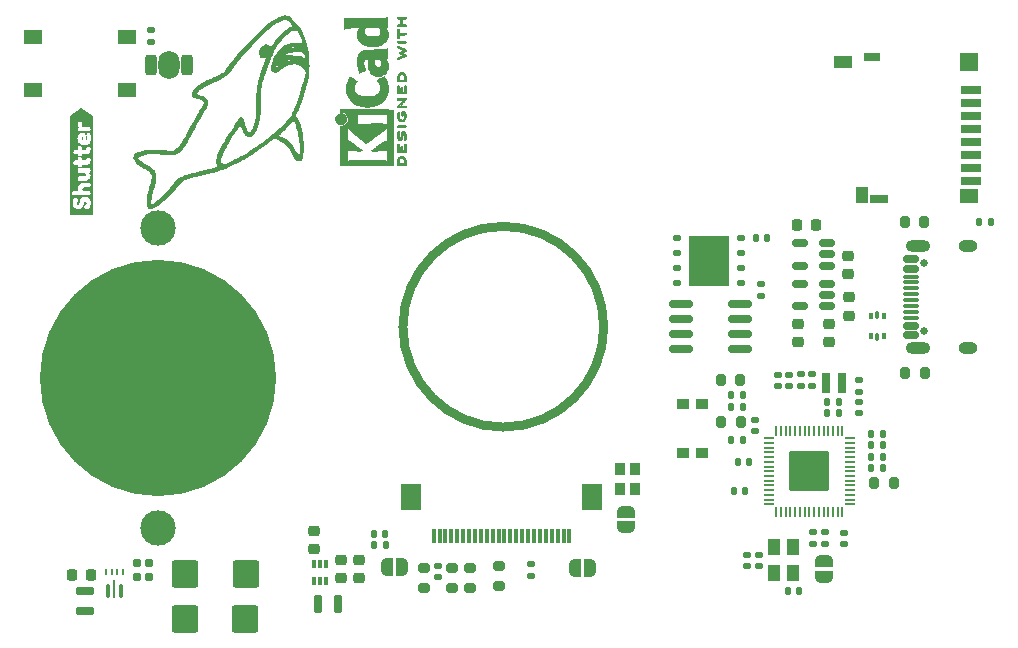
<source format=gbr>
%TF.GenerationSoftware,KiCad,Pcbnew,8.0.9*%
%TF.CreationDate,2025-05-16T14:56:25+01:00*%
%TF.ProjectId,bizcamera,62697a63-616d-4657-9261-2e6b69636164,rev?*%
%TF.SameCoordinates,Original*%
%TF.FileFunction,Soldermask,Top*%
%TF.FilePolarity,Negative*%
%FSLAX46Y46*%
G04 Gerber Fmt 4.6, Leading zero omitted, Abs format (unit mm)*
G04 Created by KiCad (PCBNEW 8.0.9) date 2025-05-16 14:56:25*
%MOMM*%
%LPD*%
G01*
G04 APERTURE LIST*
G04 Aperture macros list*
%AMRoundRect*
0 Rectangle with rounded corners*
0 $1 Rounding radius*
0 $2 $3 $4 $5 $6 $7 $8 $9 X,Y pos of 4 corners*
0 Add a 4 corners polygon primitive as box body*
4,1,4,$2,$3,$4,$5,$6,$7,$8,$9,$2,$3,0*
0 Add four circle primitives for the rounded corners*
1,1,$1+$1,$2,$3*
1,1,$1+$1,$4,$5*
1,1,$1+$1,$6,$7*
1,1,$1+$1,$8,$9*
0 Add four rect primitives between the rounded corners*
20,1,$1+$1,$2,$3,$4,$5,0*
20,1,$1+$1,$4,$5,$6,$7,0*
20,1,$1+$1,$6,$7,$8,$9,0*
20,1,$1+$1,$8,$9,$2,$3,0*%
%AMFreePoly0*
4,1,18,-0.437500,0.050000,-0.433694,0.069134,-0.422855,0.085355,-0.406634,0.096194,-0.387500,0.100000,0.387500,0.100000,0.437500,0.050000,0.437500,-0.050000,0.433694,-0.069134,0.422855,-0.085355,0.406634,-0.096194,0.387500,-0.100000,-0.387500,-0.100000,-0.406634,-0.096194,-0.422855,-0.085355,-0.433694,-0.069134,-0.437500,-0.050000,-0.437500,0.050000,-0.437500,0.050000,$1*%
%AMFreePoly1*
4,1,18,-0.437500,0.050000,-0.433694,0.069134,-0.422855,0.085355,-0.406634,0.096194,-0.387500,0.100000,0.387500,0.100000,0.406634,0.096194,0.422855,0.085355,0.433694,0.069134,0.437500,0.050000,0.437500,-0.050000,0.387500,-0.100000,-0.387500,-0.100000,-0.406634,-0.096194,-0.422855,-0.085355,-0.433694,-0.069134,-0.437500,-0.050000,-0.437500,0.050000,-0.437500,0.050000,$1*%
%AMFreePoly2*
4,1,18,-0.100000,0.387500,-0.050000,0.437500,0.050000,0.437500,0.069134,0.433694,0.085355,0.422855,0.096194,0.406634,0.100000,0.387500,0.100000,-0.387500,0.096194,-0.406634,0.085355,-0.422855,0.069134,-0.433694,0.050000,-0.437500,-0.050000,-0.437500,-0.069134,-0.433694,-0.085355,-0.422855,-0.096194,-0.406634,-0.100000,-0.387500,-0.100000,0.387500,-0.100000,0.387500,$1*%
%AMFreePoly3*
4,1,18,-0.100000,0.387500,-0.096194,0.406634,-0.085355,0.422855,-0.069134,0.433694,-0.050000,0.437500,0.050000,0.437500,0.100000,0.387500,0.100000,-0.387500,0.096194,-0.406634,0.085355,-0.422855,0.069134,-0.433694,0.050000,-0.437500,-0.050000,-0.437500,-0.069134,-0.433694,-0.085355,-0.422855,-0.096194,-0.406634,-0.100000,-0.387500,-0.100000,0.387500,-0.100000,0.387500,$1*%
%AMFreePoly4*
4,1,18,-0.437500,0.050000,-0.433694,0.069134,-0.422855,0.085355,-0.406634,0.096194,-0.387500,0.100000,0.387500,0.100000,0.406634,0.096194,0.422855,0.085355,0.433694,0.069134,0.437500,0.050000,0.437500,-0.050000,0.433694,-0.069134,0.422855,-0.085355,0.406634,-0.096194,0.387500,-0.100000,-0.387500,-0.100000,-0.437500,-0.050000,-0.437500,0.050000,-0.437500,0.050000,$1*%
%AMFreePoly5*
4,1,18,-0.437500,0.050000,-0.387500,0.100000,0.387500,0.100000,0.406634,0.096194,0.422855,0.085355,0.433694,0.069134,0.437500,0.050000,0.437500,-0.050000,0.433694,-0.069134,0.422855,-0.085355,0.406634,-0.096194,0.387500,-0.100000,-0.387500,-0.100000,-0.406634,-0.096194,-0.422855,-0.085355,-0.433694,-0.069134,-0.437500,-0.050000,-0.437500,0.050000,-0.437500,0.050000,$1*%
%AMFreePoly6*
4,1,18,-0.100000,0.387500,-0.096194,0.406634,-0.085355,0.422855,-0.069134,0.433694,-0.050000,0.437500,0.050000,0.437500,0.069134,0.433694,0.085355,0.422855,0.096194,0.406634,0.100000,0.387500,0.100000,-0.387500,0.050000,-0.437500,-0.050000,-0.437500,-0.069134,-0.433694,-0.085355,-0.422855,-0.096194,-0.406634,-0.100000,-0.387500,-0.100000,0.387500,-0.100000,0.387500,$1*%
%AMFreePoly7*
4,1,18,-0.100000,0.387500,-0.096194,0.406634,-0.085355,0.422855,-0.069134,0.433694,-0.050000,0.437500,0.050000,0.437500,0.069134,0.433694,0.085355,0.422855,0.096194,0.406634,0.100000,0.387500,0.100000,-0.387500,0.096194,-0.406634,0.085355,-0.422855,0.069134,-0.433694,0.050000,-0.437500,-0.050000,-0.437500,-0.100000,-0.387500,-0.100000,0.387500,-0.100000,0.387500,$1*%
%AMFreePoly8*
4,1,19,0.500000,-0.750000,0.000000,-0.750000,0.000000,-0.744911,-0.071157,-0.744911,-0.207708,-0.704816,-0.327430,-0.627875,-0.420627,-0.520320,-0.479746,-0.390866,-0.500000,-0.250000,-0.500000,0.250000,-0.479746,0.390866,-0.420627,0.520320,-0.327430,0.627875,-0.207708,0.704816,-0.071157,0.744911,0.000000,0.744911,0.000000,0.750000,0.500000,0.750000,0.500000,-0.750000,0.500000,-0.750000,
$1*%
%AMFreePoly9*
4,1,19,0.000000,0.744911,0.071157,0.744911,0.207708,0.704816,0.327430,0.627875,0.420627,0.520320,0.479746,0.390866,0.500000,0.250000,0.500000,-0.250000,0.479746,-0.390866,0.420627,-0.520320,0.327430,-0.627875,0.207708,-0.704816,0.071157,-0.744911,0.000000,-0.744911,0.000000,-0.750000,-0.500000,-0.750000,-0.500000,0.750000,0.000000,0.750000,0.000000,0.744911,0.000000,0.744911,
$1*%
G04 Aperture macros list end*
%ADD10C,0.800000*%
%ADD11C,0.000000*%
%ADD12C,0.010000*%
%ADD13RoundRect,0.250000X-0.875000X-0.925000X0.875000X-0.925000X0.875000X0.925000X-0.875000X0.925000X0*%
%ADD14RoundRect,0.140000X0.170000X-0.140000X0.170000X0.140000X-0.170000X0.140000X-0.170000X-0.140000X0*%
%ADD15RoundRect,0.225000X-0.225000X-0.250000X0.225000X-0.250000X0.225000X0.250000X-0.225000X0.250000X0*%
%ADD16RoundRect,0.140000X0.140000X0.170000X-0.140000X0.170000X-0.140000X-0.170000X0.140000X-0.170000X0*%
%ADD17RoundRect,0.200000X0.275000X-0.200000X0.275000X0.200000X-0.275000X0.200000X-0.275000X-0.200000X0*%
%ADD18FreePoly0,0.000000*%
%ADD19RoundRect,0.050000X-0.387500X-0.050000X0.387500X-0.050000X0.387500X0.050000X-0.387500X0.050000X0*%
%ADD20FreePoly1,0.000000*%
%ADD21FreePoly2,0.000000*%
%ADD22RoundRect,0.050000X-0.050000X-0.387500X0.050000X-0.387500X0.050000X0.387500X-0.050000X0.387500X0*%
%ADD23FreePoly3,0.000000*%
%ADD24FreePoly4,0.000000*%
%ADD25FreePoly5,0.000000*%
%ADD26FreePoly6,0.000000*%
%ADD27FreePoly7,0.000000*%
%ADD28RoundRect,0.153000X1.547000X-1.547000X1.547000X1.547000X-1.547000X1.547000X-1.547000X-1.547000X0*%
%ADD29R,1.000000X0.900000*%
%ADD30RoundRect,0.140000X-0.170000X0.140000X-0.170000X-0.140000X0.170000X-0.140000X0.170000X0.140000X0*%
%ADD31RoundRect,0.225000X0.250000X-0.225000X0.250000X0.225000X-0.250000X0.225000X-0.250000X-0.225000X0*%
%ADD32R,1.550000X1.300000*%
%ADD33RoundRect,0.140000X-0.140000X-0.170000X0.140000X-0.170000X0.140000X0.170000X-0.140000X0.170000X0*%
%ADD34RoundRect,0.135000X0.135000X0.185000X-0.135000X0.185000X-0.135000X-0.185000X0.135000X-0.185000X0*%
%ADD35RoundRect,0.125000X-0.250000X-0.125000X0.250000X-0.125000X0.250000X0.125000X-0.250000X0.125000X0*%
%ADD36R,3.400000X4.300000*%
%ADD37R,0.300000X1.300000*%
%ADD38R,1.800000X2.200000*%
%ADD39RoundRect,0.087500X-0.087500X0.250000X-0.087500X-0.250000X0.087500X-0.250000X0.087500X0.250000X0*%
%ADD40O,1.800000X2.400000*%
%ADD41RoundRect,0.190000X-0.285000X-0.685000X0.285000X-0.685000X0.285000X0.685000X-0.285000X0.685000X0*%
%ADD42RoundRect,0.200000X0.200000X0.275000X-0.200000X0.275000X-0.200000X-0.275000X0.200000X-0.275000X0*%
%ADD43R,0.700000X1.700000*%
%ADD44RoundRect,0.160000X-0.160000X0.197500X-0.160000X-0.197500X0.160000X-0.197500X0.160000X0.197500X0*%
%ADD45FreePoly8,180.000000*%
%ADD46FreePoly9,180.000000*%
%ADD47RoundRect,0.105263X-0.194737X-0.694737X0.194737X-0.694737X0.194737X0.694737X-0.194737X0.694737X0*%
%ADD48C,3.000000*%
%ADD49C,20.000000*%
%ADD50RoundRect,0.135000X-0.135000X-0.185000X0.135000X-0.185000X0.135000X0.185000X-0.135000X0.185000X0*%
%ADD51RoundRect,0.105263X-0.694737X0.194737X-0.694737X-0.194737X0.694737X-0.194737X0.694737X0.194737X0*%
%ADD52RoundRect,0.200000X-0.200000X-0.275000X0.200000X-0.275000X0.200000X0.275000X-0.200000X0.275000X0*%
%ADD53RoundRect,0.150000X-0.825000X-0.150000X0.825000X-0.150000X0.825000X0.150000X-0.825000X0.150000X0*%
%ADD54RoundRect,0.135000X-0.185000X0.135000X-0.185000X-0.135000X0.185000X-0.135000X0.185000X0.135000X0*%
%ADD55R,1.100000X1.400000*%
%ADD56RoundRect,0.225000X-0.250000X0.225000X-0.250000X-0.225000X0.250000X-0.225000X0.250000X0.225000X0*%
%ADD57RoundRect,0.087500X0.087500X-0.487500X0.087500X0.487500X-0.087500X0.487500X-0.087500X-0.487500X0*%
%ADD58RoundRect,0.050000X0.050000X-0.675000X0.050000X0.675000X-0.050000X0.675000X-0.050000X-0.675000X0*%
%ADD59RoundRect,0.062500X0.062500X-0.162500X0.062500X0.162500X-0.062500X0.162500X-0.062500X-0.162500X0*%
%ADD60R,1.750000X0.700000*%
%ADD61R,1.000000X1.450000*%
%ADD62R,1.550000X1.000000*%
%ADD63R,1.500000X0.800000*%
%ADD64R,1.500000X1.300000*%
%ADD65R,1.500000X1.500000*%
%ADD66R,1.400000X0.800000*%
%ADD67FreePoly8,270.000000*%
%ADD68FreePoly9,270.000000*%
%ADD69FreePoly8,90.000000*%
%ADD70FreePoly9,90.000000*%
%ADD71RoundRect,0.093750X0.093750X-0.156250X0.093750X0.156250X-0.093750X0.156250X-0.093750X-0.156250X0*%
%ADD72RoundRect,0.075000X0.075000X-0.250000X0.075000X0.250000X-0.075000X0.250000X-0.075000X-0.250000X0*%
%ADD73RoundRect,0.150000X0.512500X0.150000X-0.512500X0.150000X-0.512500X-0.150000X0.512500X-0.150000X0*%
%ADD74C,0.650000*%
%ADD75RoundRect,0.150000X0.500000X-0.150000X0.500000X0.150000X-0.500000X0.150000X-0.500000X-0.150000X0*%
%ADD76RoundRect,0.075000X0.575000X-0.075000X0.575000X0.075000X-0.575000X0.075000X-0.575000X-0.075000X0*%
%ADD77O,2.100000X1.000000*%
%ADD78O,1.600000X1.000000*%
%ADD79R,0.900000X1.100000*%
%ADD80FreePoly8,0.000000*%
%ADD81FreePoly9,0.000000*%
G04 APERTURE END LIST*
D10*
X162250000Y-92500000D02*
G75*
G02*
X145250000Y-92500000I-8500000J0D01*
G01*
X145250000Y-92500000D02*
G75*
G02*
X162250000Y-92500000I8500000J0D01*
G01*
D11*
%TO.C,kibuzzard-6825B58C*%
G36*
X118178069Y-76485546D02*
G01*
X118178069Y-76725889D01*
X118082575Y-76675460D01*
X118040730Y-76554216D01*
X118063262Y-76461941D01*
X118126567Y-76427606D01*
X118178069Y-76485546D01*
G37*
G36*
X119011402Y-76552070D02*
G01*
X119011402Y-77442628D01*
X119011402Y-78363228D01*
X119011402Y-79270954D01*
X119011402Y-80485546D01*
X119011402Y-82019881D01*
X119011402Y-82577821D01*
X119011402Y-83024888D01*
X117048598Y-83024888D01*
X117048598Y-82577821D01*
X117048598Y-82039194D01*
X117283219Y-82039194D01*
X117297644Y-82176772D01*
X117340920Y-82297659D01*
X117413047Y-82401855D01*
X117507110Y-82481731D01*
X117616195Y-82529657D01*
X117740300Y-82545632D01*
X117879785Y-82528464D01*
X117995665Y-82476962D01*
X118087940Y-82391125D01*
X118156609Y-82270954D01*
X118185848Y-82189677D01*
X118213476Y-82087477D01*
X118263906Y-81919022D01*
X118330429Y-81863228D01*
X118430215Y-81901855D01*
X118461330Y-82028464D01*
X118440944Y-82113228D01*
X118362618Y-82200138D01*
X118284411Y-82296943D01*
X118270105Y-82389933D01*
X118319700Y-82479108D01*
X118457039Y-82569237D01*
X118596524Y-82515589D01*
X118611545Y-82502713D01*
X118641588Y-82479108D01*
X118679142Y-82441555D01*
X118720987Y-82390052D01*
X118761760Y-82323529D01*
X118797167Y-82240911D01*
X118820773Y-82140052D01*
X118830429Y-82019881D01*
X118814335Y-81877177D01*
X118759614Y-81730181D01*
X118664120Y-81598207D01*
X118519270Y-81504859D01*
X118426459Y-81477499D01*
X118323991Y-81468379D01*
X118163584Y-81488497D01*
X118047167Y-81548851D01*
X117965622Y-81643003D01*
X117909828Y-81764516D01*
X117876567Y-81901855D01*
X117849742Y-82032756D01*
X117812189Y-82117520D01*
X117742446Y-82155074D01*
X117676996Y-82120739D01*
X117650172Y-82041340D01*
X117657682Y-81970525D01*
X117673777Y-81928679D01*
X117698455Y-81898636D01*
X117718841Y-81873958D01*
X117758541Y-81730181D01*
X117654464Y-81603572D01*
X117522489Y-81552070D01*
X117411974Y-81629323D01*
X117340443Y-81740672D01*
X117297525Y-81877296D01*
X117283219Y-82039194D01*
X117048598Y-82039194D01*
X117048598Y-81182971D01*
X117227425Y-81182971D01*
X117242446Y-81295632D01*
X117290730Y-81354645D01*
X117348670Y-81375031D01*
X117420558Y-81378250D01*
X118613691Y-81378250D01*
X118687725Y-81375031D01*
X118745665Y-81354645D01*
X118793948Y-81295632D01*
X118808970Y-81185117D01*
X118793948Y-81073529D01*
X118745665Y-81013443D01*
X118688798Y-80993057D01*
X118615837Y-80989838D01*
X118229571Y-80989838D01*
X118145880Y-80931898D01*
X118109399Y-80824602D01*
X118151245Y-80719452D01*
X118261760Y-80680825D01*
X118611545Y-80680825D01*
X118687725Y-80676533D01*
X118746738Y-80655074D01*
X118793948Y-80596061D01*
X118808970Y-80485546D01*
X118793948Y-80373958D01*
X118745665Y-80313872D01*
X118687725Y-80293486D01*
X118615837Y-80290267D01*
X118263906Y-80290267D01*
X118118937Y-80305765D01*
X117990181Y-80352260D01*
X117877639Y-80429752D01*
X117790610Y-80530134D01*
X117738393Y-80645298D01*
X117720987Y-80775246D01*
X117744056Y-80887907D01*
X117813262Y-80989838D01*
X117422704Y-80989838D01*
X117348670Y-80993057D01*
X117290730Y-81013443D01*
X117242446Y-81072456D01*
X117227425Y-81182971D01*
X117048598Y-81182971D01*
X117048598Y-79270954D01*
X117716695Y-79270954D01*
X117731717Y-79383615D01*
X117780000Y-79442628D01*
X117837940Y-79463014D01*
X117909828Y-79466233D01*
X118261760Y-79466233D01*
X118374421Y-79508078D01*
X118416266Y-79620739D01*
X118375494Y-79734473D01*
X118261760Y-79775246D01*
X117914120Y-79775246D01*
X117840086Y-79778464D01*
X117781073Y-79798851D01*
X117731717Y-79858937D01*
X117716695Y-79970525D01*
X117731717Y-80082113D01*
X117780000Y-80142198D01*
X117837940Y-80162585D01*
X117911974Y-80165804D01*
X118261760Y-80165804D01*
X118406729Y-80150305D01*
X118535484Y-80103810D01*
X118648026Y-80026319D01*
X118735055Y-79925699D01*
X118787272Y-79809819D01*
X118804678Y-79678679D01*
X118780000Y-79562263D01*
X118705966Y-79457649D01*
X118781609Y-79399173D01*
X118806824Y-79270954D01*
X118795021Y-79176533D01*
X118768197Y-79118593D01*
X118724206Y-79088550D01*
X118674850Y-79076748D01*
X118617983Y-79075675D01*
X117911974Y-79075675D01*
X117840086Y-79078894D01*
X117781073Y-79099280D01*
X117731717Y-79159366D01*
X117716695Y-79270954D01*
X117048598Y-79270954D01*
X117048598Y-78612155D01*
X117358326Y-78612155D01*
X117372275Y-78724816D01*
X117417339Y-78783829D01*
X117473133Y-78804216D01*
X117545021Y-78807434D01*
X117731717Y-78807434D01*
X117731717Y-78852499D01*
X117777854Y-78955503D01*
X117916266Y-78989838D01*
X118057897Y-78960868D01*
X118105107Y-78861082D01*
X118105107Y-78807434D01*
X118377639Y-78807434D01*
X118512117Y-78795393D01*
X118620844Y-78759270D01*
X118703820Y-78699065D01*
X118762237Y-78613586D01*
X118797287Y-78501640D01*
X118808970Y-78363228D01*
X118805751Y-78293486D01*
X118785365Y-78234473D01*
X118726352Y-78184044D01*
X118615837Y-78167949D01*
X118517124Y-78180825D01*
X118464549Y-78223743D01*
X118444163Y-78281683D01*
X118439871Y-78361082D01*
X118422704Y-78407220D01*
X118358326Y-78419022D01*
X118109399Y-78419022D01*
X118111545Y-78307434D01*
X118106180Y-78234473D01*
X118083648Y-78175460D01*
X118024635Y-78128250D01*
X117918412Y-78112155D01*
X117822918Y-78123958D01*
X117763906Y-78151855D01*
X117733863Y-78197992D01*
X117722060Y-78248422D01*
X117720987Y-78305289D01*
X117725279Y-78419022D01*
X117553605Y-78419022D01*
X117481717Y-78423314D01*
X117421631Y-78444773D01*
X117373348Y-78503786D01*
X117358326Y-78612155D01*
X117048598Y-78612155D01*
X117048598Y-77691555D01*
X117358326Y-77691555D01*
X117372275Y-77804216D01*
X117417339Y-77863228D01*
X117473133Y-77883615D01*
X117545021Y-77886834D01*
X117731717Y-77886834D01*
X117731717Y-77931898D01*
X117777854Y-78034902D01*
X117916266Y-78069237D01*
X118057897Y-78040267D01*
X118105107Y-77940482D01*
X118105107Y-77886834D01*
X118377639Y-77886834D01*
X118512117Y-77874793D01*
X118620844Y-77838670D01*
X118703820Y-77778464D01*
X118762237Y-77692985D01*
X118797287Y-77581040D01*
X118808970Y-77442628D01*
X118805751Y-77372885D01*
X118785365Y-77313872D01*
X118726352Y-77263443D01*
X118615837Y-77247349D01*
X118517124Y-77260224D01*
X118464549Y-77303143D01*
X118444163Y-77361082D01*
X118439871Y-77440482D01*
X118422704Y-77486619D01*
X118358326Y-77498422D01*
X118109399Y-77498422D01*
X118111545Y-77386834D01*
X118106180Y-77313872D01*
X118083648Y-77254859D01*
X118024635Y-77207649D01*
X117918412Y-77191555D01*
X117822918Y-77203357D01*
X117763906Y-77231254D01*
X117733863Y-77277392D01*
X117722060Y-77327821D01*
X117720987Y-77384688D01*
X117725279Y-77498422D01*
X117553605Y-77498422D01*
X117481717Y-77502713D01*
X117421631Y-77524173D01*
X117373348Y-77583186D01*
X117358326Y-77691555D01*
X117048598Y-77691555D01*
X117048598Y-76549924D01*
X117695236Y-76549924D01*
X117713000Y-76712418D01*
X117766290Y-76853691D01*
X117855107Y-76973743D01*
X117972060Y-77064945D01*
X118109757Y-77119666D01*
X118268197Y-77137907D01*
X118365837Y-77129591D01*
X118461330Y-77104645D01*
X118553605Y-77063336D01*
X118641588Y-77005932D01*
X118719109Y-76927338D01*
X118780000Y-76822456D01*
X118819431Y-76695846D01*
X118832575Y-76552070D01*
X118820370Y-76356791D01*
X118783755Y-76217306D01*
X118722731Y-76133615D01*
X118637296Y-76105718D01*
X118538584Y-76133615D01*
X118461330Y-76191555D01*
X118435579Y-76262370D01*
X118463476Y-76361082D01*
X118491373Y-76534902D01*
X118461330Y-76661512D01*
X118379785Y-76725889D01*
X118379785Y-76268808D01*
X118363423Y-76181630D01*
X118314335Y-76113228D01*
X118235204Y-76068969D01*
X118128712Y-76054216D01*
X117977961Y-76086136D01*
X117834721Y-76181898D01*
X117757229Y-76279537D01*
X117710734Y-76402213D01*
X117695236Y-76549924D01*
X117048598Y-76549924D01*
X117048598Y-75354645D01*
X117708112Y-75354645D01*
X117732790Y-75469452D01*
X117806824Y-75577821D01*
X117740837Y-75637907D01*
X117718841Y-75762370D01*
X117733863Y-75875031D01*
X117782146Y-75934044D01*
X117839013Y-75954430D01*
X117911974Y-75957649D01*
X118611545Y-75957649D01*
X118685579Y-75954430D01*
X118744592Y-75934044D01*
X118793948Y-75875031D01*
X118808970Y-75764516D01*
X118793948Y-75650782D01*
X118745665Y-75590696D01*
X118688798Y-75570310D01*
X118615837Y-75567091D01*
X118197382Y-75567091D01*
X118119056Y-75525246D01*
X118087940Y-75419022D01*
X118104034Y-75366447D01*
X118120129Y-75283829D01*
X118046094Y-75163658D01*
X117963208Y-75128250D01*
X117862618Y-75116447D01*
X117781073Y-75143271D01*
X117732790Y-75213014D01*
X117713476Y-75290267D01*
X117708112Y-75354645D01*
X117048598Y-75354645D01*
X117048598Y-75116447D01*
X117048598Y-74669380D01*
X118030000Y-74015112D01*
X119011402Y-74669380D01*
X119011402Y-75116447D01*
X119011402Y-75764516D01*
X119011402Y-76552070D01*
G37*
D12*
%TO.C,REF\u002A\u002A*%
X145217830Y-68309480D02*
X145291932Y-68309844D01*
X145348704Y-68310649D01*
X145390768Y-68312060D01*
X145420748Y-68314240D01*
X145441267Y-68317352D01*
X145454949Y-68321559D01*
X145464416Y-68327025D01*
X145469082Y-68330901D01*
X145489575Y-68362339D01*
X145488739Y-68398140D01*
X145471264Y-68429500D01*
X145449684Y-68456151D01*
X144802227Y-68456151D01*
X144780647Y-68429500D01*
X144764949Y-68403779D01*
X144759067Y-68382773D01*
X144765877Y-68359759D01*
X144780647Y-68336046D01*
X144802227Y-68309395D01*
X145123773Y-68309395D01*
X145217830Y-68309480D01*
G36*
X145217830Y-68309480D02*
G01*
X145291932Y-68309844D01*
X145348704Y-68310649D01*
X145390768Y-68312060D01*
X145420748Y-68314240D01*
X145441267Y-68317352D01*
X145454949Y-68321559D01*
X145464416Y-68327025D01*
X145469082Y-68330901D01*
X145489575Y-68362339D01*
X145488739Y-68398140D01*
X145471264Y-68429500D01*
X145449684Y-68456151D01*
X144802227Y-68456151D01*
X144780647Y-68429500D01*
X144764949Y-68403779D01*
X144759067Y-68382773D01*
X144765877Y-68359759D01*
X144780647Y-68336046D01*
X144802227Y-68309395D01*
X145123773Y-68309395D01*
X145217830Y-68309480D01*
G37*
X145219802Y-75449687D02*
X145293689Y-75450011D01*
X145350232Y-75450759D01*
X145392049Y-75452105D01*
X145421757Y-75454219D01*
X145441973Y-75457273D01*
X145455314Y-75461439D01*
X145464398Y-75466889D01*
X145470267Y-75472195D01*
X145489947Y-75505199D01*
X145488181Y-75540364D01*
X145466717Y-75571828D01*
X145458337Y-75579057D01*
X145448614Y-75584707D01*
X145434861Y-75588972D01*
X145414389Y-75592046D01*
X145384512Y-75594125D01*
X145342541Y-75595403D01*
X145285789Y-75596074D01*
X145211567Y-75596332D01*
X145127537Y-75596373D01*
X144814485Y-75596373D01*
X144786776Y-75568664D01*
X144763463Y-75534510D01*
X144762623Y-75501379D01*
X144781645Y-75472195D01*
X144789218Y-75465615D01*
X144798987Y-75460452D01*
X144813571Y-75456537D01*
X144835585Y-75453697D01*
X144867648Y-75451760D01*
X144912375Y-75450556D01*
X144972385Y-75449912D01*
X145050294Y-75449657D01*
X145125956Y-75449618D01*
X145219802Y-75449687D01*
G36*
X145219802Y-75449687D02*
G01*
X145293689Y-75450011D01*
X145350232Y-75450759D01*
X145392049Y-75452105D01*
X145421757Y-75454219D01*
X145441973Y-75457273D01*
X145455314Y-75461439D01*
X145464398Y-75466889D01*
X145470267Y-75472195D01*
X145489947Y-75505199D01*
X145488181Y-75540364D01*
X145466717Y-75571828D01*
X145458337Y-75579057D01*
X145448614Y-75584707D01*
X145434861Y-75588972D01*
X145414389Y-75592046D01*
X145384512Y-75594125D01*
X145342541Y-75595403D01*
X145285789Y-75596074D01*
X145211567Y-75596332D01*
X145127537Y-75596373D01*
X144814485Y-75596373D01*
X144786776Y-75568664D01*
X144763463Y-75534510D01*
X144762623Y-75501379D01*
X144781645Y-75472195D01*
X144789218Y-75465615D01*
X144798987Y-75460452D01*
X144813571Y-75456537D01*
X144835585Y-75453697D01*
X144867648Y-75451760D01*
X144912375Y-75450556D01*
X144972385Y-75449912D01*
X145050294Y-75449657D01*
X145125956Y-75449618D01*
X145219802Y-75449687D01*
G37*
X140094654Y-74440513D02*
X140182511Y-74474213D01*
X140261770Y-74524901D01*
X140329836Y-74590718D01*
X140384112Y-74669807D01*
X140422002Y-74760307D01*
X140434426Y-74811573D01*
X140441947Y-74856071D01*
X140444919Y-74890372D01*
X140443094Y-74923333D01*
X140436225Y-74963807D01*
X140429250Y-74996904D01*
X140397741Y-75090320D01*
X140346617Y-75173992D01*
X140277429Y-75246038D01*
X140191728Y-75304573D01*
X140164489Y-75318521D01*
X140128122Y-75334959D01*
X140097582Y-75345267D01*
X140065450Y-75350833D01*
X140024307Y-75353042D01*
X139978222Y-75353321D01*
X139893865Y-75349234D01*
X139824586Y-75335819D01*
X139763961Y-75310629D01*
X139705567Y-75271219D01*
X139661302Y-75232671D01*
X139595484Y-75160779D01*
X139550053Y-75085686D01*
X139522850Y-75002935D01*
X139512576Y-74925301D01*
X139516571Y-74821416D01*
X139540809Y-74725141D01*
X139583641Y-74638557D01*
X139643419Y-74563746D01*
X139718494Y-74502791D01*
X139807220Y-74457772D01*
X139903530Y-74431509D01*
X140000795Y-74425659D01*
X140094654Y-74440513D01*
G36*
X140094654Y-74440513D02*
G01*
X140182511Y-74474213D01*
X140261770Y-74524901D01*
X140329836Y-74590718D01*
X140384112Y-74669807D01*
X140422002Y-74760307D01*
X140434426Y-74811573D01*
X140441947Y-74856071D01*
X140444919Y-74890372D01*
X140443094Y-74923333D01*
X140436225Y-74963807D01*
X140429250Y-74996904D01*
X140397741Y-75090320D01*
X140346617Y-75173992D01*
X140277429Y-75246038D01*
X140191728Y-75304573D01*
X140164489Y-75318521D01*
X140128122Y-75334959D01*
X140097582Y-75345267D01*
X140065450Y-75350833D01*
X140024307Y-75353042D01*
X139978222Y-75353321D01*
X139893865Y-75349234D01*
X139824586Y-75335819D01*
X139763961Y-75310629D01*
X139705567Y-75271219D01*
X139661302Y-75232671D01*
X139595484Y-75160779D01*
X139550053Y-75085686D01*
X139522850Y-75002935D01*
X139512576Y-74925301D01*
X139516571Y-74821416D01*
X139540809Y-74725141D01*
X139583641Y-74638557D01*
X139643419Y-74563746D01*
X139718494Y-74502791D01*
X139807220Y-74457772D01*
X139903530Y-74431509D01*
X140000795Y-74425659D01*
X140094654Y-74440513D01*
G37*
X144875826Y-67299662D02*
X144888089Y-67310025D01*
X144896450Y-67321177D01*
X144901657Y-67337338D01*
X144904457Y-67362731D01*
X144905596Y-67401575D01*
X144905821Y-67458093D01*
X144905822Y-67469193D01*
X144905822Y-67615129D01*
X145176756Y-67615129D01*
X145262154Y-67615225D01*
X145327864Y-67615662D01*
X145376774Y-67616661D01*
X145411773Y-67618445D01*
X145435749Y-67621236D01*
X145451593Y-67625256D01*
X145462191Y-67630728D01*
X145470267Y-67637707D01*
X145490112Y-67670639D01*
X145488548Y-67705019D01*
X145465906Y-67736197D01*
X145463100Y-67738487D01*
X145452492Y-67745944D01*
X145440081Y-67751626D01*
X145422850Y-67755772D01*
X145397784Y-67758623D01*
X145361867Y-67760419D01*
X145312083Y-67761401D01*
X145245417Y-67761809D01*
X145169589Y-67761884D01*
X144905822Y-67761884D01*
X144905822Y-67901246D01*
X144905418Y-67961051D01*
X144903840Y-68002455D01*
X144900547Y-68029625D01*
X144894992Y-68046727D01*
X144886631Y-68057930D01*
X144885178Y-68059290D01*
X144851939Y-68075648D01*
X144814362Y-68074201D01*
X144781645Y-68055395D01*
X144775298Y-68048123D01*
X144770266Y-68038746D01*
X144766396Y-68024764D01*
X144763537Y-68003677D01*
X144761535Y-67972984D01*
X144760239Y-67930184D01*
X144759498Y-67872778D01*
X144759158Y-67798263D01*
X144759068Y-67704140D01*
X144759067Y-67684113D01*
X144759163Y-67585308D01*
X144759542Y-67506601D01*
X144760333Y-67445510D01*
X144761670Y-67399556D01*
X144763683Y-67366259D01*
X144766506Y-67343137D01*
X144770269Y-67327711D01*
X144775105Y-67317502D01*
X144778822Y-67312560D01*
X144811358Y-67286916D01*
X144845138Y-67283814D01*
X144875826Y-67299662D01*
G36*
X144875826Y-67299662D02*
G01*
X144888089Y-67310025D01*
X144896450Y-67321177D01*
X144901657Y-67337338D01*
X144904457Y-67362731D01*
X144905596Y-67401575D01*
X144905821Y-67458093D01*
X144905822Y-67469193D01*
X144905822Y-67615129D01*
X145176756Y-67615129D01*
X145262154Y-67615225D01*
X145327864Y-67615662D01*
X145376774Y-67616661D01*
X145411773Y-67618445D01*
X145435749Y-67621236D01*
X145451593Y-67625256D01*
X145462191Y-67630728D01*
X145470267Y-67637707D01*
X145490112Y-67670639D01*
X145488548Y-67705019D01*
X145465906Y-67736197D01*
X145463100Y-67738487D01*
X145452492Y-67745944D01*
X145440081Y-67751626D01*
X145422850Y-67755772D01*
X145397784Y-67758623D01*
X145361867Y-67760419D01*
X145312083Y-67761401D01*
X145245417Y-67761809D01*
X145169589Y-67761884D01*
X144905822Y-67761884D01*
X144905822Y-67901246D01*
X144905418Y-67961051D01*
X144903840Y-68002455D01*
X144900547Y-68029625D01*
X144894992Y-68046727D01*
X144886631Y-68057930D01*
X144885178Y-68059290D01*
X144851939Y-68075648D01*
X144814362Y-68074201D01*
X144781645Y-68055395D01*
X144775298Y-68048123D01*
X144770266Y-68038746D01*
X144766396Y-68024764D01*
X144763537Y-68003677D01*
X144761535Y-67972984D01*
X144760239Y-67930184D01*
X144759498Y-67872778D01*
X144759158Y-67798263D01*
X144759068Y-67704140D01*
X144759067Y-67684113D01*
X144759163Y-67585308D01*
X144759542Y-67506601D01*
X144760333Y-67445510D01*
X144761670Y-67399556D01*
X144763683Y-67366259D01*
X144766506Y-67343137D01*
X144770269Y-67327711D01*
X144775105Y-67317502D01*
X144778822Y-67312560D01*
X144811358Y-67286916D01*
X144845138Y-67283814D01*
X144875826Y-67299662D01*
G37*
X145215799Y-66260535D02*
X145287840Y-66260878D01*
X145342780Y-66261681D01*
X145383360Y-66263132D01*
X145412317Y-66265421D01*
X145432391Y-66268737D01*
X145446321Y-66273268D01*
X145456845Y-66279204D01*
X145463100Y-66283859D01*
X145487673Y-66314590D01*
X145490341Y-66349877D01*
X145475271Y-66382128D01*
X145466374Y-66392785D01*
X145454557Y-66399909D01*
X145435526Y-66404206D01*
X145404992Y-66406382D01*
X145358662Y-66407145D01*
X145322871Y-66407218D01*
X145188045Y-66407218D01*
X145188045Y-66903929D01*
X145310700Y-66903929D01*
X145366787Y-66904442D01*
X145405333Y-66906497D01*
X145431361Y-66910865D01*
X145449897Y-66918317D01*
X145463100Y-66927326D01*
X145487604Y-66958229D01*
X145490506Y-66993177D01*
X145473089Y-67026635D01*
X145463959Y-67035769D01*
X145451855Y-67042221D01*
X145433001Y-67046476D01*
X145403620Y-67049021D01*
X145359937Y-67050344D01*
X145298175Y-67050930D01*
X145284000Y-67050998D01*
X145167631Y-67051482D01*
X145071727Y-67051732D01*
X144994177Y-67051650D01*
X144932869Y-67051142D01*
X144885690Y-67050111D01*
X144850530Y-67048460D01*
X144825276Y-67046094D01*
X144807817Y-67042916D01*
X144796041Y-67038829D01*
X144787835Y-67033739D01*
X144781645Y-67028107D01*
X144761844Y-66996245D01*
X144764533Y-66963016D01*
X144786776Y-66931638D01*
X144801126Y-66918940D01*
X144816978Y-66910847D01*
X144839554Y-66906331D01*
X144874078Y-66904367D01*
X144925776Y-66903929D01*
X145041289Y-66903929D01*
X145041289Y-66407218D01*
X144922756Y-66407218D01*
X144868148Y-66406711D01*
X144831275Y-66404675D01*
X144807307Y-66400338D01*
X144791415Y-66392926D01*
X144781645Y-66384640D01*
X144761844Y-66352779D01*
X144764533Y-66319550D01*
X144786776Y-66288171D01*
X144814485Y-66260462D01*
X145123920Y-66260462D01*
X145215799Y-66260535D01*
G36*
X145215799Y-66260535D02*
G01*
X145287840Y-66260878D01*
X145342780Y-66261681D01*
X145383360Y-66263132D01*
X145412317Y-66265421D01*
X145432391Y-66268737D01*
X145446321Y-66273268D01*
X145456845Y-66279204D01*
X145463100Y-66283859D01*
X145487673Y-66314590D01*
X145490341Y-66349877D01*
X145475271Y-66382128D01*
X145466374Y-66392785D01*
X145454557Y-66399909D01*
X145435526Y-66404206D01*
X145404992Y-66406382D01*
X145358662Y-66407145D01*
X145322871Y-66407218D01*
X145188045Y-66407218D01*
X145188045Y-66903929D01*
X145310700Y-66903929D01*
X145366787Y-66904442D01*
X145405333Y-66906497D01*
X145431361Y-66910865D01*
X145449897Y-66918317D01*
X145463100Y-66927326D01*
X145487604Y-66958229D01*
X145490506Y-66993177D01*
X145473089Y-67026635D01*
X145463959Y-67035769D01*
X145451855Y-67042221D01*
X145433001Y-67046476D01*
X145403620Y-67049021D01*
X145359937Y-67050344D01*
X145298175Y-67050930D01*
X145284000Y-67050998D01*
X145167631Y-67051482D01*
X145071727Y-67051732D01*
X144994177Y-67051650D01*
X144932869Y-67051142D01*
X144885690Y-67050111D01*
X144850530Y-67048460D01*
X144825276Y-67046094D01*
X144807817Y-67042916D01*
X144796041Y-67038829D01*
X144787835Y-67033739D01*
X144781645Y-67028107D01*
X144761844Y-66996245D01*
X144764533Y-66963016D01*
X144786776Y-66931638D01*
X144801126Y-66918940D01*
X144816978Y-66910847D01*
X144839554Y-66906331D01*
X144874078Y-66904367D01*
X144925776Y-66903929D01*
X145041289Y-66903929D01*
X145041289Y-66407218D01*
X144922756Y-66407218D01*
X144868148Y-66406711D01*
X144831275Y-66404675D01*
X144807307Y-66400338D01*
X144791415Y-66392926D01*
X144781645Y-66384640D01*
X144761844Y-66352779D01*
X144764533Y-66319550D01*
X144786776Y-66288171D01*
X144814485Y-66260462D01*
X145123920Y-66260462D01*
X145215799Y-66260535D01*
G37*
X145177887Y-70942142D02*
X145241073Y-70964719D01*
X145250689Y-70969001D01*
X145306966Y-70998201D01*
X145350451Y-71031017D01*
X145387417Y-71073371D01*
X145424135Y-71131183D01*
X145426052Y-71134542D01*
X145450227Y-71184869D01*
X145468282Y-71241752D01*
X145480839Y-71308846D01*
X145488522Y-71389808D01*
X145491953Y-71488291D01*
X145492251Y-71523087D01*
X145492845Y-71688779D01*
X145463100Y-71712176D01*
X145453319Y-71719116D01*
X145441897Y-71724531D01*
X145426095Y-71728608D01*
X145403175Y-71731536D01*
X145370396Y-71733506D01*
X145346089Y-71734148D01*
X145325021Y-71734705D01*
X145264311Y-71735323D01*
X145185526Y-71735548D01*
X145123920Y-71735573D01*
X144814485Y-71735573D01*
X144786776Y-71707864D01*
X144775544Y-71695567D01*
X144767853Y-71682270D01*
X144763040Y-71663701D01*
X144760446Y-71635587D01*
X144759410Y-71593656D01*
X144759372Y-71577529D01*
X144905822Y-71577529D01*
X145346089Y-71577529D01*
X145346089Y-71483647D01*
X145344483Y-71428709D01*
X145340255Y-71372313D01*
X145334292Y-71326028D01*
X145333790Y-71323234D01*
X145311736Y-71241025D01*
X145278600Y-71177259D01*
X145232847Y-71129921D01*
X145172939Y-71096991D01*
X145157061Y-71091265D01*
X145132333Y-71085652D01*
X145107902Y-71088082D01*
X145075400Y-71099906D01*
X145059434Y-71107033D01*
X145017006Y-71130373D01*
X144987240Y-71158493D01*
X144966511Y-71189433D01*
X144939537Y-71251407D01*
X144919998Y-71330722D01*
X144908746Y-71423120D01*
X144906270Y-71490040D01*
X144905822Y-71577529D01*
X144759372Y-71577529D01*
X144759270Y-71533636D01*
X144759275Y-71530064D01*
X144763636Y-71401085D01*
X144776861Y-71291382D01*
X144799741Y-71199147D01*
X144833070Y-71122571D01*
X144877638Y-71059846D01*
X144934236Y-71009161D01*
X145003658Y-70968710D01*
X145005351Y-70967914D01*
X145067483Y-70943772D01*
X145122509Y-70935170D01*
X145177887Y-70942142D01*
G36*
X145177887Y-70942142D02*
G01*
X145241073Y-70964719D01*
X145250689Y-70969001D01*
X145306966Y-70998201D01*
X145350451Y-71031017D01*
X145387417Y-71073371D01*
X145424135Y-71131183D01*
X145426052Y-71134542D01*
X145450227Y-71184869D01*
X145468282Y-71241752D01*
X145480839Y-71308846D01*
X145488522Y-71389808D01*
X145491953Y-71488291D01*
X145492251Y-71523087D01*
X145492845Y-71688779D01*
X145463100Y-71712176D01*
X145453319Y-71719116D01*
X145441897Y-71724531D01*
X145426095Y-71728608D01*
X145403175Y-71731536D01*
X145370396Y-71733506D01*
X145346089Y-71734148D01*
X145325021Y-71734705D01*
X145264311Y-71735323D01*
X145185526Y-71735548D01*
X145123920Y-71735573D01*
X144814485Y-71735573D01*
X144786776Y-71707864D01*
X144775544Y-71695567D01*
X144767853Y-71682270D01*
X144763040Y-71663701D01*
X144760446Y-71635587D01*
X144759410Y-71593656D01*
X144759372Y-71577529D01*
X144905822Y-71577529D01*
X145346089Y-71577529D01*
X145346089Y-71483647D01*
X145344483Y-71428709D01*
X145340255Y-71372313D01*
X145334292Y-71326028D01*
X145333790Y-71323234D01*
X145311736Y-71241025D01*
X145278600Y-71177259D01*
X145232847Y-71129921D01*
X145172939Y-71096991D01*
X145157061Y-71091265D01*
X145132333Y-71085652D01*
X145107902Y-71088082D01*
X145075400Y-71099906D01*
X145059434Y-71107033D01*
X145017006Y-71130373D01*
X144987240Y-71158493D01*
X144966511Y-71189433D01*
X144939537Y-71251407D01*
X144919998Y-71330722D01*
X144908746Y-71423120D01*
X144906270Y-71490040D01*
X144905822Y-71577529D01*
X144759372Y-71577529D01*
X144759270Y-71533636D01*
X144759275Y-71530064D01*
X144763636Y-71401085D01*
X144776861Y-71291382D01*
X144799741Y-71199147D01*
X144833070Y-71122571D01*
X144877638Y-71059846D01*
X144934236Y-71009161D01*
X145003658Y-70968710D01*
X145005351Y-70967914D01*
X145067483Y-70943772D01*
X145122509Y-70935170D01*
X145177887Y-70942142D01*
G37*
X145184769Y-78042790D02*
X145249013Y-78064272D01*
X145309821Y-78095372D01*
X145358330Y-78132239D01*
X145364182Y-78138227D01*
X145405321Y-78188952D01*
X145437435Y-78244498D01*
X145461365Y-78308069D01*
X145477953Y-78382867D01*
X145488041Y-78472095D01*
X145492469Y-78578955D01*
X145492845Y-78627901D01*
X145492545Y-78690135D01*
X145491292Y-78733901D01*
X145488554Y-78763304D01*
X145483801Y-78782452D01*
X145476501Y-78795450D01*
X145470267Y-78802418D01*
X145462694Y-78808999D01*
X145452924Y-78814161D01*
X145438340Y-78818076D01*
X145416326Y-78820916D01*
X145384264Y-78822853D01*
X145339536Y-78824057D01*
X145279526Y-78824701D01*
X145201617Y-78824956D01*
X145125956Y-78824995D01*
X145025041Y-78825243D01*
X144944427Y-78825190D01*
X144905822Y-78824230D01*
X144881851Y-78823633D01*
X144835055Y-78819371D01*
X144801778Y-78811203D01*
X144779759Y-78797929D01*
X144766739Y-78778347D01*
X144760457Y-78751256D01*
X144758653Y-78715455D01*
X144759066Y-78669744D01*
X144759467Y-78630262D01*
X144760148Y-78602040D01*
X144905808Y-78602040D01*
X144905822Y-78678240D01*
X145346089Y-78678240D01*
X145346004Y-78585107D01*
X145344396Y-78529066D01*
X145340256Y-78470372D01*
X145334464Y-78421401D01*
X145334226Y-78419911D01*
X145315090Y-78340765D01*
X145285287Y-78279375D01*
X145242878Y-78232678D01*
X145196961Y-78203008D01*
X145146026Y-78184726D01*
X145098200Y-78186144D01*
X145046933Y-78207361D01*
X144993899Y-78248862D01*
X144954600Y-78306371D01*
X144928331Y-78381123D01*
X144919035Y-78431081D01*
X144912507Y-78487789D01*
X144907782Y-78547892D01*
X144905817Y-78599012D01*
X144905808Y-78602040D01*
X144760148Y-78602040D01*
X144762259Y-78514573D01*
X144770550Y-78417684D01*
X144785232Y-78336292D01*
X144807193Y-78267096D01*
X144837322Y-78206793D01*
X144876510Y-78152081D01*
X144893532Y-78132540D01*
X144933363Y-78100123D01*
X144987413Y-78070893D01*
X145047323Y-78048364D01*
X145104739Y-78036052D01*
X145125956Y-78034773D01*
X145184769Y-78042790D01*
G36*
X145184769Y-78042790D02*
G01*
X145249013Y-78064272D01*
X145309821Y-78095372D01*
X145358330Y-78132239D01*
X145364182Y-78138227D01*
X145405321Y-78188952D01*
X145437435Y-78244498D01*
X145461365Y-78308069D01*
X145477953Y-78382867D01*
X145488041Y-78472095D01*
X145492469Y-78578955D01*
X145492845Y-78627901D01*
X145492545Y-78690135D01*
X145491292Y-78733901D01*
X145488554Y-78763304D01*
X145483801Y-78782452D01*
X145476501Y-78795450D01*
X145470267Y-78802418D01*
X145462694Y-78808999D01*
X145452924Y-78814161D01*
X145438340Y-78818076D01*
X145416326Y-78820916D01*
X145384264Y-78822853D01*
X145339536Y-78824057D01*
X145279526Y-78824701D01*
X145201617Y-78824956D01*
X145125956Y-78824995D01*
X145025041Y-78825243D01*
X144944427Y-78825190D01*
X144905822Y-78824230D01*
X144881851Y-78823633D01*
X144835055Y-78819371D01*
X144801778Y-78811203D01*
X144779759Y-78797929D01*
X144766739Y-78778347D01*
X144760457Y-78751256D01*
X144758653Y-78715455D01*
X144759066Y-78669744D01*
X144759467Y-78630262D01*
X144760148Y-78602040D01*
X144905808Y-78602040D01*
X144905822Y-78678240D01*
X145346089Y-78678240D01*
X145346004Y-78585107D01*
X145344396Y-78529066D01*
X145340256Y-78470372D01*
X145334464Y-78421401D01*
X145334226Y-78419911D01*
X145315090Y-78340765D01*
X145285287Y-78279375D01*
X145242878Y-78232678D01*
X145196961Y-78203008D01*
X145146026Y-78184726D01*
X145098200Y-78186144D01*
X145046933Y-78207361D01*
X144993899Y-78248862D01*
X144954600Y-78306371D01*
X144928331Y-78381123D01*
X144919035Y-78431081D01*
X144912507Y-78487789D01*
X144907782Y-78547892D01*
X144905817Y-78599012D01*
X144905808Y-78602040D01*
X144760148Y-78602040D01*
X144762259Y-78514573D01*
X144770550Y-78417684D01*
X144785232Y-78336292D01*
X144807193Y-78267096D01*
X144837322Y-78206793D01*
X144876510Y-78152081D01*
X144893532Y-78132540D01*
X144933363Y-78100123D01*
X144987413Y-78070893D01*
X145047323Y-78048364D01*
X145104739Y-78036052D01*
X145125956Y-78034773D01*
X145184769Y-78042790D01*
G37*
X145338161Y-73136486D02*
X145379342Y-73137405D01*
X145408803Y-73139260D01*
X145429255Y-73142212D01*
X145443413Y-73146423D01*
X145453991Y-73152055D01*
X145462474Y-73158300D01*
X145478207Y-73171812D01*
X145488636Y-73185256D01*
X145492639Y-73200497D01*
X145489094Y-73219399D01*
X145476879Y-73243828D01*
X145454871Y-73275646D01*
X145421949Y-73316721D01*
X145376991Y-73368915D01*
X145318875Y-73434095D01*
X145252099Y-73507929D01*
X145011458Y-73773218D01*
X145230589Y-73778862D01*
X145306128Y-73780904D01*
X145362354Y-73782875D01*
X145402524Y-73785212D01*
X145429896Y-73788354D01*
X145447728Y-73792737D01*
X145459279Y-73798797D01*
X145467807Y-73806973D01*
X145471282Y-73811157D01*
X145490372Y-73848138D01*
X145487493Y-73883081D01*
X145463100Y-73913509D01*
X145453286Y-73920470D01*
X145441826Y-73925896D01*
X145425968Y-73929976D01*
X145402963Y-73932902D01*
X145370062Y-73934865D01*
X145324516Y-73936056D01*
X145263573Y-73936665D01*
X145184486Y-73936884D01*
X145125956Y-73936907D01*
X145034407Y-73936833D01*
X144962687Y-73936486D01*
X144908045Y-73935674D01*
X144867732Y-73934206D01*
X144838998Y-73931892D01*
X144819093Y-73928540D01*
X144805268Y-73923961D01*
X144794772Y-73917962D01*
X144788811Y-73913509D01*
X144774691Y-73902223D01*
X144764029Y-73891674D01*
X144757892Y-73880266D01*
X144757343Y-73866403D01*
X144763448Y-73848487D01*
X144777273Y-73824921D01*
X144799881Y-73794108D01*
X144832338Y-73754451D01*
X144875708Y-73704353D01*
X144931058Y-73642216D01*
X144999451Y-73566445D01*
X145078084Y-73479707D01*
X145241878Y-73299084D01*
X145022029Y-73293440D01*
X144946351Y-73291402D01*
X144889994Y-73289436D01*
X144849706Y-73287107D01*
X144822235Y-73283979D01*
X144804329Y-73279618D01*
X144792737Y-73273589D01*
X144784208Y-73265457D01*
X144780623Y-73261145D01*
X144761670Y-73226614D01*
X144764441Y-73193756D01*
X144780633Y-73167691D01*
X144802199Y-73141040D01*
X145117151Y-73137725D01*
X145209779Y-73136808D01*
X145282544Y-73136341D01*
X145338161Y-73136486D01*
G36*
X145338161Y-73136486D02*
G01*
X145379342Y-73137405D01*
X145408803Y-73139260D01*
X145429255Y-73142212D01*
X145443413Y-73146423D01*
X145453991Y-73152055D01*
X145462474Y-73158300D01*
X145478207Y-73171812D01*
X145488636Y-73185256D01*
X145492639Y-73200497D01*
X145489094Y-73219399D01*
X145476879Y-73243828D01*
X145454871Y-73275646D01*
X145421949Y-73316721D01*
X145376991Y-73368915D01*
X145318875Y-73434095D01*
X145252099Y-73507929D01*
X145011458Y-73773218D01*
X145230589Y-73778862D01*
X145306128Y-73780904D01*
X145362354Y-73782875D01*
X145402524Y-73785212D01*
X145429896Y-73788354D01*
X145447728Y-73792737D01*
X145459279Y-73798797D01*
X145467807Y-73806973D01*
X145471282Y-73811157D01*
X145490372Y-73848138D01*
X145487493Y-73883081D01*
X145463100Y-73913509D01*
X145453286Y-73920470D01*
X145441826Y-73925896D01*
X145425968Y-73929976D01*
X145402963Y-73932902D01*
X145370062Y-73934865D01*
X145324516Y-73936056D01*
X145263573Y-73936665D01*
X145184486Y-73936884D01*
X145125956Y-73936907D01*
X145034407Y-73936833D01*
X144962687Y-73936486D01*
X144908045Y-73935674D01*
X144867732Y-73934206D01*
X144838998Y-73931892D01*
X144819093Y-73928540D01*
X144805268Y-73923961D01*
X144794772Y-73917962D01*
X144788811Y-73913509D01*
X144774691Y-73902223D01*
X144764029Y-73891674D01*
X144757892Y-73880266D01*
X144757343Y-73866403D01*
X144763448Y-73848487D01*
X144777273Y-73824921D01*
X144799881Y-73794108D01*
X144832338Y-73754451D01*
X144875708Y-73704353D01*
X144931058Y-73642216D01*
X144999451Y-73566445D01*
X145078084Y-73479707D01*
X145241878Y-73299084D01*
X145022029Y-73293440D01*
X144946351Y-73291402D01*
X144889994Y-73289436D01*
X144849706Y-73287107D01*
X144822235Y-73283979D01*
X144804329Y-73279618D01*
X144792737Y-73273589D01*
X144784208Y-73265457D01*
X144780623Y-73261145D01*
X144761670Y-73226614D01*
X144764441Y-73193756D01*
X144780633Y-73167691D01*
X144802199Y-73141040D01*
X145117151Y-73137725D01*
X145209779Y-73136808D01*
X145282544Y-73136341D01*
X145338161Y-73136486D01*
G37*
X145329535Y-74276982D02*
X145376786Y-74281221D01*
X145402012Y-74288309D01*
X145403988Y-74289684D01*
X145435508Y-74328601D01*
X145460470Y-74385659D01*
X145478340Y-74457242D01*
X145488586Y-74539731D01*
X145490673Y-74629512D01*
X145484068Y-74722965D01*
X145475956Y-74777929D01*
X145451554Y-74864139D01*
X145411662Y-74944265D01*
X145359887Y-75011350D01*
X145349539Y-75021546D01*
X145306035Y-75054675D01*
X145252118Y-75084567D01*
X145195592Y-75107730D01*
X145144259Y-75120671D01*
X145124544Y-75122231D01*
X145083419Y-75115591D01*
X145032252Y-75097941D01*
X144978394Y-75072670D01*
X144929195Y-75043162D01*
X144896334Y-75017092D01*
X144847452Y-74956138D01*
X144808545Y-74877342D01*
X144780494Y-74783530D01*
X144764179Y-74677523D01*
X144760192Y-74580373D01*
X144764599Y-74498454D01*
X144776095Y-74429938D01*
X144793967Y-74377316D01*
X144817499Y-74343081D01*
X144830924Y-74333752D01*
X144862148Y-74324266D01*
X144890395Y-74330650D01*
X144917182Y-74350803D01*
X144929713Y-74382118D01*
X144928696Y-74427556D01*
X144921906Y-74462699D01*
X144908971Y-74540792D01*
X144907742Y-74620599D01*
X144918241Y-74709928D01*
X144922690Y-74734602D01*
X144946108Y-74817664D01*
X144980945Y-74882646D01*
X145026604Y-74928834D01*
X145082494Y-74955518D01*
X145111388Y-74961036D01*
X145170012Y-74957424D01*
X145221879Y-74934102D01*
X145265978Y-74893197D01*
X145301299Y-74836832D01*
X145326829Y-74767133D01*
X145341559Y-74686225D01*
X145344478Y-74596233D01*
X145334575Y-74499283D01*
X145333641Y-74493809D01*
X145326459Y-74455248D01*
X145319521Y-74433867D01*
X145309227Y-74424600D01*
X145291976Y-74422379D01*
X145282841Y-74422329D01*
X145244489Y-74422329D01*
X145244489Y-74490804D01*
X145240347Y-74551273D01*
X145227147Y-74592538D01*
X145203730Y-74616548D01*
X145168936Y-74625250D01*
X145164394Y-74625356D01*
X145134654Y-74620265D01*
X145113419Y-74602806D01*
X145099366Y-74570312D01*
X145091173Y-74520116D01*
X145088161Y-74471496D01*
X145086433Y-74400829D01*
X145089070Y-74349571D01*
X145098800Y-74314612D01*
X145118353Y-74292843D01*
X145150456Y-74281153D01*
X145197838Y-74276433D01*
X145260071Y-74275573D01*
X145329535Y-74276982D01*
G36*
X145329535Y-74276982D02*
G01*
X145376786Y-74281221D01*
X145402012Y-74288309D01*
X145403988Y-74289684D01*
X145435508Y-74328601D01*
X145460470Y-74385659D01*
X145478340Y-74457242D01*
X145488586Y-74539731D01*
X145490673Y-74629512D01*
X145484068Y-74722965D01*
X145475956Y-74777929D01*
X145451554Y-74864139D01*
X145411662Y-74944265D01*
X145359887Y-75011350D01*
X145349539Y-75021546D01*
X145306035Y-75054675D01*
X145252118Y-75084567D01*
X145195592Y-75107730D01*
X145144259Y-75120671D01*
X145124544Y-75122231D01*
X145083419Y-75115591D01*
X145032252Y-75097941D01*
X144978394Y-75072670D01*
X144929195Y-75043162D01*
X144896334Y-75017092D01*
X144847452Y-74956138D01*
X144808545Y-74877342D01*
X144780494Y-74783530D01*
X144764179Y-74677523D01*
X144760192Y-74580373D01*
X144764599Y-74498454D01*
X144776095Y-74429938D01*
X144793967Y-74377316D01*
X144817499Y-74343081D01*
X144830924Y-74333752D01*
X144862148Y-74324266D01*
X144890395Y-74330650D01*
X144917182Y-74350803D01*
X144929713Y-74382118D01*
X144928696Y-74427556D01*
X144921906Y-74462699D01*
X144908971Y-74540792D01*
X144907742Y-74620599D01*
X144918241Y-74709928D01*
X144922690Y-74734602D01*
X144946108Y-74817664D01*
X144980945Y-74882646D01*
X145026604Y-74928834D01*
X145082494Y-74955518D01*
X145111388Y-74961036D01*
X145170012Y-74957424D01*
X145221879Y-74934102D01*
X145265978Y-74893197D01*
X145301299Y-74836832D01*
X145326829Y-74767133D01*
X145341559Y-74686225D01*
X145344478Y-74596233D01*
X145334575Y-74499283D01*
X145333641Y-74493809D01*
X145326459Y-74455248D01*
X145319521Y-74433867D01*
X145309227Y-74424600D01*
X145291976Y-74422379D01*
X145282841Y-74422329D01*
X145244489Y-74422329D01*
X145244489Y-74490804D01*
X145240347Y-74551273D01*
X145227147Y-74592538D01*
X145203730Y-74616548D01*
X145168936Y-74625250D01*
X145164394Y-74625356D01*
X145134654Y-74620265D01*
X145113419Y-74602806D01*
X145099366Y-74570312D01*
X145091173Y-74520116D01*
X145088161Y-74471496D01*
X145086433Y-74400829D01*
X145089070Y-74349571D01*
X145098800Y-74314612D01*
X145118353Y-74292843D01*
X145150456Y-74281153D01*
X145197838Y-74276433D01*
X145260071Y-74275573D01*
X145329535Y-74276982D01*
G37*
X144853992Y-72075242D02*
X144871503Y-72079977D01*
X144884574Y-72091040D01*
X144893913Y-72111025D01*
X144900227Y-72142527D01*
X144904222Y-72188141D01*
X144906606Y-72250460D01*
X144908086Y-72332080D01*
X144908414Y-72357096D01*
X144911467Y-72599173D01*
X144976378Y-72602559D01*
X145041289Y-72605944D01*
X145041289Y-72437797D01*
X145041531Y-72372107D01*
X145042556Y-72325201D01*
X145044811Y-72293290D01*
X145048742Y-72272582D01*
X145054798Y-72259289D01*
X145063424Y-72249618D01*
X145063493Y-72249556D01*
X145097112Y-72232017D01*
X145133448Y-72232651D01*
X145164423Y-72251059D01*
X145167607Y-72254702D01*
X145175812Y-72267632D01*
X145181521Y-72285349D01*
X145185162Y-72311803D01*
X145187167Y-72350941D01*
X145187964Y-72406711D01*
X145188045Y-72442379D01*
X145188045Y-72604818D01*
X145346089Y-72604818D01*
X145346089Y-72358212D01*
X145346231Y-72276793D01*
X145346814Y-72214963D01*
X145348068Y-72169736D01*
X145350227Y-72138125D01*
X145353523Y-72117142D01*
X145358189Y-72103800D01*
X145364457Y-72095112D01*
X145366733Y-72092923D01*
X145398280Y-72076759D01*
X145434168Y-72075576D01*
X145465285Y-72088837D01*
X145475271Y-72099330D01*
X145480769Y-72110244D01*
X145485022Y-72127156D01*
X145488180Y-72152740D01*
X145490392Y-72189672D01*
X145491806Y-72240627D01*
X145492572Y-72308279D01*
X145492838Y-72395304D01*
X145492845Y-72414979D01*
X145492787Y-72503462D01*
X145492467Y-72572146D01*
X145491667Y-72623809D01*
X145490167Y-72661228D01*
X145487749Y-72687183D01*
X145484194Y-72704451D01*
X145479282Y-72715811D01*
X145472795Y-72724041D01*
X145468138Y-72728556D01*
X145459889Y-72735352D01*
X145449669Y-72740661D01*
X145434800Y-72744667D01*
X145412602Y-72747552D01*
X145380393Y-72749499D01*
X145335496Y-72750692D01*
X145275228Y-72751312D01*
X145196911Y-72751544D01*
X145130994Y-72751573D01*
X145038628Y-72751502D01*
X144966117Y-72751165D01*
X144910737Y-72750375D01*
X144869765Y-72748947D01*
X144840478Y-72746694D01*
X144820153Y-72743430D01*
X144806066Y-72738969D01*
X144795495Y-72733125D01*
X144788811Y-72728176D01*
X144759067Y-72704779D01*
X144759067Y-72414599D01*
X144759260Y-72318030D01*
X144760174Y-72241672D01*
X144762311Y-72183156D01*
X144766175Y-72140118D01*
X144772267Y-72110190D01*
X144781090Y-72091005D01*
X144793146Y-72080197D01*
X144808939Y-72075400D01*
X144828970Y-72074246D01*
X144831335Y-72074240D01*
X144853992Y-72075242D01*
G36*
X144853992Y-72075242D02*
G01*
X144871503Y-72079977D01*
X144884574Y-72091040D01*
X144893913Y-72111025D01*
X144900227Y-72142527D01*
X144904222Y-72188141D01*
X144906606Y-72250460D01*
X144908086Y-72332080D01*
X144908414Y-72357096D01*
X144911467Y-72599173D01*
X144976378Y-72602559D01*
X145041289Y-72605944D01*
X145041289Y-72437797D01*
X145041531Y-72372107D01*
X145042556Y-72325201D01*
X145044811Y-72293290D01*
X145048742Y-72272582D01*
X145054798Y-72259289D01*
X145063424Y-72249618D01*
X145063493Y-72249556D01*
X145097112Y-72232017D01*
X145133448Y-72232651D01*
X145164423Y-72251059D01*
X145167607Y-72254702D01*
X145175812Y-72267632D01*
X145181521Y-72285349D01*
X145185162Y-72311803D01*
X145187167Y-72350941D01*
X145187964Y-72406711D01*
X145188045Y-72442379D01*
X145188045Y-72604818D01*
X145346089Y-72604818D01*
X145346089Y-72358212D01*
X145346231Y-72276793D01*
X145346814Y-72214963D01*
X145348068Y-72169736D01*
X145350227Y-72138125D01*
X145353523Y-72117142D01*
X145358189Y-72103800D01*
X145364457Y-72095112D01*
X145366733Y-72092923D01*
X145398280Y-72076759D01*
X145434168Y-72075576D01*
X145465285Y-72088837D01*
X145475271Y-72099330D01*
X145480769Y-72110244D01*
X145485022Y-72127156D01*
X145488180Y-72152740D01*
X145490392Y-72189672D01*
X145491806Y-72240627D01*
X145492572Y-72308279D01*
X145492838Y-72395304D01*
X145492845Y-72414979D01*
X145492787Y-72503462D01*
X145492467Y-72572146D01*
X145491667Y-72623809D01*
X145490167Y-72661228D01*
X145487749Y-72687183D01*
X145484194Y-72704451D01*
X145479282Y-72715811D01*
X145472795Y-72724041D01*
X145468138Y-72728556D01*
X145459889Y-72735352D01*
X145449669Y-72740661D01*
X145434800Y-72744667D01*
X145412602Y-72747552D01*
X145380393Y-72749499D01*
X145335496Y-72750692D01*
X145275228Y-72751312D01*
X145196911Y-72751544D01*
X145130994Y-72751573D01*
X145038628Y-72751502D01*
X144966117Y-72751165D01*
X144910737Y-72750375D01*
X144869765Y-72748947D01*
X144840478Y-72746694D01*
X144820153Y-72743430D01*
X144806066Y-72738969D01*
X144795495Y-72733125D01*
X144788811Y-72728176D01*
X144759067Y-72704779D01*
X144759067Y-72414599D01*
X144759260Y-72318030D01*
X144760174Y-72241672D01*
X144762311Y-72183156D01*
X144766175Y-72140118D01*
X144772267Y-72110190D01*
X144781090Y-72091005D01*
X144793146Y-72080197D01*
X144808939Y-72075400D01*
X144828970Y-72074246D01*
X144831335Y-72074240D01*
X144853992Y-72075242D01*
G37*
X145448667Y-77015336D02*
X145470267Y-77030062D01*
X145477066Y-77037919D01*
X145482346Y-77048061D01*
X145486298Y-77063217D01*
X145489113Y-77086114D01*
X145490982Y-77119482D01*
X145492098Y-77166048D01*
X145492651Y-77228540D01*
X145492833Y-77309687D01*
X145492845Y-77351795D01*
X145492765Y-77441971D01*
X145492398Y-77512297D01*
X145491552Y-77565502D01*
X145490036Y-77604313D01*
X145487659Y-77631460D01*
X145484229Y-77649671D01*
X145479554Y-77661673D01*
X145473444Y-77670195D01*
X145470267Y-77673529D01*
X145462670Y-77680128D01*
X145452870Y-77685300D01*
X145438239Y-77689219D01*
X145416152Y-77692057D01*
X145383982Y-77693988D01*
X145339103Y-77695185D01*
X145278889Y-77695821D01*
X145200713Y-77696070D01*
X145127923Y-77696107D01*
X145034707Y-77696073D01*
X144961431Y-77695838D01*
X144905458Y-77695203D01*
X144864151Y-77693967D01*
X144834872Y-77691929D01*
X144814984Y-77688890D01*
X144801850Y-77684650D01*
X144792832Y-77679008D01*
X144785293Y-77671764D01*
X144783612Y-77669979D01*
X144776172Y-77661318D01*
X144770409Y-77651255D01*
X144766112Y-77636998D01*
X144763064Y-77615756D01*
X144761051Y-77584737D01*
X144759860Y-77541150D01*
X144759275Y-77482204D01*
X144759083Y-77405107D01*
X144759067Y-77350374D01*
X144759146Y-77261167D01*
X144759518Y-77191759D01*
X144760385Y-77139370D01*
X144761946Y-77101220D01*
X144764403Y-77074532D01*
X144767957Y-77056526D01*
X144772810Y-77044422D01*
X144779161Y-77035442D01*
X144782084Y-77032191D01*
X144813142Y-77012416D01*
X144848828Y-77008855D01*
X144880510Y-77021864D01*
X144886913Y-77027879D01*
X144893121Y-77037608D01*
X144897910Y-77053274D01*
X144901514Y-77077781D01*
X144904164Y-77114034D01*
X144906095Y-77164938D01*
X144907539Y-77233399D01*
X144908418Y-77295990D01*
X144911467Y-77543707D01*
X144976378Y-77547092D01*
X145041289Y-77550478D01*
X145041289Y-77382331D01*
X145041919Y-77309332D01*
X145044553Y-77255890D01*
X145050309Y-77219001D01*
X145060304Y-77195661D01*
X145075656Y-77182867D01*
X145097482Y-77177615D01*
X145117738Y-77176818D01*
X145142592Y-77179296D01*
X145160906Y-77188650D01*
X145173637Y-77207756D01*
X145181741Y-77239491D01*
X145186176Y-77286732D01*
X145187899Y-77352356D01*
X145188045Y-77388174D01*
X145188045Y-77549351D01*
X145346089Y-77549351D01*
X145346089Y-77300995D01*
X145346202Y-77219586D01*
X145346712Y-77157715D01*
X145347870Y-77112341D01*
X145349930Y-77080427D01*
X145353146Y-77058932D01*
X145357772Y-77044816D01*
X145364059Y-77035041D01*
X145368667Y-77030062D01*
X145395560Y-77012983D01*
X145419467Y-77007484D01*
X145448667Y-77015336D01*
G36*
X145448667Y-77015336D02*
G01*
X145470267Y-77030062D01*
X145477066Y-77037919D01*
X145482346Y-77048061D01*
X145486298Y-77063217D01*
X145489113Y-77086114D01*
X145490982Y-77119482D01*
X145492098Y-77166048D01*
X145492651Y-77228540D01*
X145492833Y-77309687D01*
X145492845Y-77351795D01*
X145492765Y-77441971D01*
X145492398Y-77512297D01*
X145491552Y-77565502D01*
X145490036Y-77604313D01*
X145487659Y-77631460D01*
X145484229Y-77649671D01*
X145479554Y-77661673D01*
X145473444Y-77670195D01*
X145470267Y-77673529D01*
X145462670Y-77680128D01*
X145452870Y-77685300D01*
X145438239Y-77689219D01*
X145416152Y-77692057D01*
X145383982Y-77693988D01*
X145339103Y-77695185D01*
X145278889Y-77695821D01*
X145200713Y-77696070D01*
X145127923Y-77696107D01*
X145034707Y-77696073D01*
X144961431Y-77695838D01*
X144905458Y-77695203D01*
X144864151Y-77693967D01*
X144834872Y-77691929D01*
X144814984Y-77688890D01*
X144801850Y-77684650D01*
X144792832Y-77679008D01*
X144785293Y-77671764D01*
X144783612Y-77669979D01*
X144776172Y-77661318D01*
X144770409Y-77651255D01*
X144766112Y-77636998D01*
X144763064Y-77615756D01*
X144761051Y-77584737D01*
X144759860Y-77541150D01*
X144759275Y-77482204D01*
X144759083Y-77405107D01*
X144759067Y-77350374D01*
X144759146Y-77261167D01*
X144759518Y-77191759D01*
X144760385Y-77139370D01*
X144761946Y-77101220D01*
X144764403Y-77074532D01*
X144767957Y-77056526D01*
X144772810Y-77044422D01*
X144779161Y-77035442D01*
X144782084Y-77032191D01*
X144813142Y-77012416D01*
X144848828Y-77008855D01*
X144880510Y-77021864D01*
X144886913Y-77027879D01*
X144893121Y-77037608D01*
X144897910Y-77053274D01*
X144901514Y-77077781D01*
X144904164Y-77114034D01*
X144906095Y-77164938D01*
X144907539Y-77233399D01*
X144908418Y-77295990D01*
X144911467Y-77543707D01*
X144976378Y-77547092D01*
X145041289Y-77550478D01*
X145041289Y-77382331D01*
X145041919Y-77309332D01*
X145044553Y-77255890D01*
X145050309Y-77219001D01*
X145060304Y-77195661D01*
X145075656Y-77182867D01*
X145097482Y-77177615D01*
X145117738Y-77176818D01*
X145142592Y-77179296D01*
X145160906Y-77188650D01*
X145173637Y-77207756D01*
X145181741Y-77239491D01*
X145186176Y-77286732D01*
X145187899Y-77352356D01*
X145188045Y-77388174D01*
X145188045Y-77549351D01*
X145346089Y-77549351D01*
X145346089Y-77300995D01*
X145346202Y-77219586D01*
X145346712Y-77157715D01*
X145347870Y-77112341D01*
X145349930Y-77080427D01*
X145353146Y-77058932D01*
X145357772Y-77044816D01*
X145364059Y-77035041D01*
X145368667Y-77030062D01*
X145395560Y-77012983D01*
X145419467Y-77007484D01*
X145448667Y-77015336D01*
G37*
X144832361Y-68739377D02*
X144850895Y-68743412D01*
X144877257Y-68752227D01*
X144913752Y-68766704D01*
X144962687Y-68787728D01*
X145026365Y-68816185D01*
X145107093Y-68852958D01*
X145151216Y-68873198D01*
X145229985Y-68909748D01*
X145302423Y-68944058D01*
X145365880Y-68974821D01*
X145417708Y-69000725D01*
X145455259Y-69020463D01*
X145475884Y-69032723D01*
X145478733Y-69035149D01*
X145491302Y-69066190D01*
X145489619Y-69101252D01*
X145474332Y-69129373D01*
X145473089Y-69130519D01*
X145456154Y-69141705D01*
X145423170Y-69160469D01*
X145378380Y-69184498D01*
X145326032Y-69211476D01*
X145306742Y-69221172D01*
X145160150Y-69294359D01*
X145319393Y-69374133D01*
X145374415Y-69402606D01*
X145422132Y-69429023D01*
X145458893Y-69451225D01*
X145481044Y-69467054D01*
X145485741Y-69472419D01*
X145492102Y-69514116D01*
X145478733Y-69548524D01*
X145464446Y-69558645D01*
X145432692Y-69576159D01*
X145386597Y-69599638D01*
X145329285Y-69627653D01*
X145263880Y-69658774D01*
X145193507Y-69691574D01*
X145121291Y-69724623D01*
X145050355Y-69756492D01*
X144983825Y-69785754D01*
X144924826Y-69810978D01*
X144876481Y-69830737D01*
X144841915Y-69843601D01*
X144824253Y-69848142D01*
X144823613Y-69848096D01*
X144801388Y-69837047D01*
X144778753Y-69814963D01*
X144777768Y-69813663D01*
X144762425Y-69786520D01*
X144762574Y-69761415D01*
X144765466Y-69752005D01*
X144771718Y-69740539D01*
X144784014Y-69728363D01*
X144804908Y-69714016D01*
X144836949Y-69696037D01*
X144882688Y-69672966D01*
X144944677Y-69643343D01*
X145001898Y-69616628D01*
X145068226Y-69585893D01*
X145127874Y-69558352D01*
X145177725Y-69535435D01*
X145214664Y-69518575D01*
X145235573Y-69509200D01*
X145238845Y-69507833D01*
X145233497Y-69501684D01*
X145211109Y-69487551D01*
X145174946Y-69467316D01*
X145128277Y-69442858D01*
X145109022Y-69433125D01*
X145044004Y-69400156D01*
X144996654Y-69374730D01*
X144964219Y-69354761D01*
X144943946Y-69338163D01*
X144933082Y-69322849D01*
X144928875Y-69306733D01*
X144928400Y-69296230D01*
X144930042Y-69277703D01*
X144936831Y-69261469D01*
X144951566Y-69245338D01*
X144977044Y-69227122D01*
X145016061Y-69204634D01*
X145071414Y-69175684D01*
X145102903Y-69159711D01*
X145153087Y-69133803D01*
X145194704Y-69111206D01*
X145224242Y-69093915D01*
X145238189Y-69083923D01*
X145238770Y-69082564D01*
X145227793Y-69076112D01*
X145199290Y-69061665D01*
X145156244Y-69040670D01*
X145101638Y-69014576D01*
X145038454Y-68984827D01*
X145007071Y-68970193D01*
X144926078Y-68932123D01*
X144863756Y-68901468D01*
X144818071Y-68876636D01*
X144786989Y-68856036D01*
X144768478Y-68838075D01*
X144760504Y-68821163D01*
X144761034Y-68803708D01*
X144768035Y-68784118D01*
X144768377Y-68783363D01*
X144788678Y-68756760D01*
X144809561Y-68742103D01*
X144819352Y-68739235D01*
X144832361Y-68739377D01*
G36*
X144832361Y-68739377D02*
G01*
X144850895Y-68743412D01*
X144877257Y-68752227D01*
X144913752Y-68766704D01*
X144962687Y-68787728D01*
X145026365Y-68816185D01*
X145107093Y-68852958D01*
X145151216Y-68873198D01*
X145229985Y-68909748D01*
X145302423Y-68944058D01*
X145365880Y-68974821D01*
X145417708Y-69000725D01*
X145455259Y-69020463D01*
X145475884Y-69032723D01*
X145478733Y-69035149D01*
X145491302Y-69066190D01*
X145489619Y-69101252D01*
X145474332Y-69129373D01*
X145473089Y-69130519D01*
X145456154Y-69141705D01*
X145423170Y-69160469D01*
X145378380Y-69184498D01*
X145326032Y-69211476D01*
X145306742Y-69221172D01*
X145160150Y-69294359D01*
X145319393Y-69374133D01*
X145374415Y-69402606D01*
X145422132Y-69429023D01*
X145458893Y-69451225D01*
X145481044Y-69467054D01*
X145485741Y-69472419D01*
X145492102Y-69514116D01*
X145478733Y-69548524D01*
X145464446Y-69558645D01*
X145432692Y-69576159D01*
X145386597Y-69599638D01*
X145329285Y-69627653D01*
X145263880Y-69658774D01*
X145193507Y-69691574D01*
X145121291Y-69724623D01*
X145050355Y-69756492D01*
X144983825Y-69785754D01*
X144924826Y-69810978D01*
X144876481Y-69830737D01*
X144841915Y-69843601D01*
X144824253Y-69848142D01*
X144823613Y-69848096D01*
X144801388Y-69837047D01*
X144778753Y-69814963D01*
X144777768Y-69813663D01*
X144762425Y-69786520D01*
X144762574Y-69761415D01*
X144765466Y-69752005D01*
X144771718Y-69740539D01*
X144784014Y-69728363D01*
X144804908Y-69714016D01*
X144836949Y-69696037D01*
X144882688Y-69672966D01*
X144944677Y-69643343D01*
X145001898Y-69616628D01*
X145068226Y-69585893D01*
X145127874Y-69558352D01*
X145177725Y-69535435D01*
X145214664Y-69518575D01*
X145235573Y-69509200D01*
X145238845Y-69507833D01*
X145233497Y-69501684D01*
X145211109Y-69487551D01*
X145174946Y-69467316D01*
X145128277Y-69442858D01*
X145109022Y-69433125D01*
X145044004Y-69400156D01*
X144996654Y-69374730D01*
X144964219Y-69354761D01*
X144943946Y-69338163D01*
X144933082Y-69322849D01*
X144928875Y-69306733D01*
X144928400Y-69296230D01*
X144930042Y-69277703D01*
X144936831Y-69261469D01*
X144951566Y-69245338D01*
X144977044Y-69227122D01*
X145016061Y-69204634D01*
X145071414Y-69175684D01*
X145102903Y-69159711D01*
X145153087Y-69133803D01*
X145194704Y-69111206D01*
X145224242Y-69093915D01*
X145238189Y-69083923D01*
X145238770Y-69082564D01*
X145227793Y-69076112D01*
X145199290Y-69061665D01*
X145156244Y-69040670D01*
X145101638Y-69014576D01*
X145038454Y-68984827D01*
X145007071Y-68970193D01*
X144926078Y-68932123D01*
X144863756Y-68901468D01*
X144818071Y-68876636D01*
X144786989Y-68856036D01*
X144768478Y-68838075D01*
X144760504Y-68821163D01*
X144761034Y-68803708D01*
X144768035Y-68784118D01*
X144768377Y-68783363D01*
X144788678Y-68756760D01*
X144809561Y-68742103D01*
X144819352Y-68739235D01*
X144832361Y-68739377D01*
G37*
X145317712Y-75937949D02*
X145347259Y-75949575D01*
X145373486Y-75969696D01*
X145413576Y-76010589D01*
X145444149Y-76056190D01*
X145466203Y-76109886D01*
X145480735Y-76175065D01*
X145488741Y-76255117D01*
X145491218Y-76353430D01*
X145491177Y-76369662D01*
X145489818Y-76435222D01*
X145486730Y-76500239D01*
X145482356Y-76557625D01*
X145477140Y-76600295D01*
X145476541Y-76603745D01*
X145466491Y-76646169D01*
X145453796Y-76682153D01*
X145442190Y-76702523D01*
X145411572Y-76721480D01*
X145375918Y-76722800D01*
X145344144Y-76706458D01*
X145340551Y-76702802D01*
X145329876Y-76687688D01*
X145325276Y-76668788D01*
X145326059Y-76639535D01*
X145330127Y-76604024D01*
X145333762Y-76564343D01*
X145336828Y-76508718D01*
X145339053Y-76443779D01*
X145340164Y-76376158D01*
X145340237Y-76358373D01*
X145339964Y-76290501D01*
X145338646Y-76240827D01*
X145335827Y-76204983D01*
X145331050Y-76178597D01*
X145323857Y-76157299D01*
X145317867Y-76144499D01*
X145301233Y-76116373D01*
X145286168Y-76098441D01*
X145281897Y-76095820D01*
X145264263Y-76101349D01*
X145247192Y-76127633D01*
X145231458Y-76172851D01*
X145217838Y-76235181D01*
X145214804Y-76253544D01*
X145199738Y-76349463D01*
X145187146Y-76426014D01*
X145176111Y-76486153D01*
X145165720Y-76532833D01*
X145155056Y-76569010D01*
X145143205Y-76597638D01*
X145129251Y-76621671D01*
X145112281Y-76644065D01*
X145091378Y-76667775D01*
X145084049Y-76675753D01*
X145056699Y-76703726D01*
X145035029Y-76718533D01*
X145010232Y-76724325D01*
X144978983Y-76725262D01*
X144917705Y-76714948D01*
X144865640Y-76684125D01*
X144822958Y-76632968D01*
X144789825Y-76561656D01*
X144774964Y-76510773D01*
X144765366Y-76455473D01*
X144759936Y-76389226D01*
X144758367Y-76316079D01*
X144760351Y-76240076D01*
X144765581Y-76165261D01*
X144773750Y-76095679D01*
X144784550Y-76035375D01*
X144797673Y-75988393D01*
X144812813Y-75958779D01*
X144817269Y-75954233D01*
X144851850Y-75938427D01*
X144887351Y-75943220D01*
X144917725Y-75967737D01*
X144918596Y-75968907D01*
X144927954Y-75983327D01*
X144932876Y-75998381D01*
X144933473Y-76019378D01*
X144929861Y-76051630D01*
X144922154Y-76100446D01*
X144921505Y-76104373D01*
X144912569Y-76177112D01*
X144908161Y-76255590D01*
X144908119Y-76334300D01*
X144912279Y-76407734D01*
X144920479Y-76470384D01*
X144932557Y-76516743D01*
X144933771Y-76519789D01*
X144952615Y-76553421D01*
X144971685Y-76565237D01*
X144990439Y-76555987D01*
X145008337Y-76526420D01*
X145024837Y-76477284D01*
X145039396Y-76409330D01*
X145046406Y-76364018D01*
X145059889Y-76269829D01*
X145072214Y-76194917D01*
X145084449Y-76136090D01*
X145097661Y-76090158D01*
X145112917Y-76053928D01*
X145131285Y-76024211D01*
X145153831Y-75997815D01*
X145175971Y-75976603D01*
X145206819Y-75951438D01*
X145233345Y-75939054D01*
X145266026Y-75935181D01*
X145277995Y-75935040D01*
X145317712Y-75937949D01*
G36*
X145317712Y-75937949D02*
G01*
X145347259Y-75949575D01*
X145373486Y-75969696D01*
X145413576Y-76010589D01*
X145444149Y-76056190D01*
X145466203Y-76109886D01*
X145480735Y-76175065D01*
X145488741Y-76255117D01*
X145491218Y-76353430D01*
X145491177Y-76369662D01*
X145489818Y-76435222D01*
X145486730Y-76500239D01*
X145482356Y-76557625D01*
X145477140Y-76600295D01*
X145476541Y-76603745D01*
X145466491Y-76646169D01*
X145453796Y-76682153D01*
X145442190Y-76702523D01*
X145411572Y-76721480D01*
X145375918Y-76722800D01*
X145344144Y-76706458D01*
X145340551Y-76702802D01*
X145329876Y-76687688D01*
X145325276Y-76668788D01*
X145326059Y-76639535D01*
X145330127Y-76604024D01*
X145333762Y-76564343D01*
X145336828Y-76508718D01*
X145339053Y-76443779D01*
X145340164Y-76376158D01*
X145340237Y-76358373D01*
X145339964Y-76290501D01*
X145338646Y-76240827D01*
X145335827Y-76204983D01*
X145331050Y-76178597D01*
X145323857Y-76157299D01*
X145317867Y-76144499D01*
X145301233Y-76116373D01*
X145286168Y-76098441D01*
X145281897Y-76095820D01*
X145264263Y-76101349D01*
X145247192Y-76127633D01*
X145231458Y-76172851D01*
X145217838Y-76235181D01*
X145214804Y-76253544D01*
X145199738Y-76349463D01*
X145187146Y-76426014D01*
X145176111Y-76486153D01*
X145165720Y-76532833D01*
X145155056Y-76569010D01*
X145143205Y-76597638D01*
X145129251Y-76621671D01*
X145112281Y-76644065D01*
X145091378Y-76667775D01*
X145084049Y-76675753D01*
X145056699Y-76703726D01*
X145035029Y-76718533D01*
X145010232Y-76724325D01*
X144978983Y-76725262D01*
X144917705Y-76714948D01*
X144865640Y-76684125D01*
X144822958Y-76632968D01*
X144789825Y-76561656D01*
X144774964Y-76510773D01*
X144765366Y-76455473D01*
X144759936Y-76389226D01*
X144758367Y-76316079D01*
X144760351Y-76240076D01*
X144765581Y-76165261D01*
X144773750Y-76095679D01*
X144784550Y-76035375D01*
X144797673Y-75988393D01*
X144812813Y-75958779D01*
X144817269Y-75954233D01*
X144851850Y-75938427D01*
X144887351Y-75943220D01*
X144917725Y-75967737D01*
X144918596Y-75968907D01*
X144927954Y-75983327D01*
X144932876Y-75998381D01*
X144933473Y-76019378D01*
X144929861Y-76051630D01*
X144922154Y-76100446D01*
X144921505Y-76104373D01*
X144912569Y-76177112D01*
X144908161Y-76255590D01*
X144908119Y-76334300D01*
X144912279Y-76407734D01*
X144920479Y-76470384D01*
X144932557Y-76516743D01*
X144933771Y-76519789D01*
X144952615Y-76553421D01*
X144971685Y-76565237D01*
X144990439Y-76555987D01*
X145008337Y-76526420D01*
X145024837Y-76477284D01*
X145039396Y-76409330D01*
X145046406Y-76364018D01*
X145059889Y-76269829D01*
X145072214Y-76194917D01*
X145084449Y-76136090D01*
X145097661Y-76090158D01*
X145112917Y-76053928D01*
X145131285Y-76024211D01*
X145153831Y-75997815D01*
X145175971Y-75976603D01*
X145206819Y-75951438D01*
X145233345Y-75939054D01*
X145266026Y-75935181D01*
X145277995Y-75935040D01*
X145317712Y-75937949D01*
G37*
X143646718Y-71290227D02*
X143663999Y-71315806D01*
X143687283Y-71355500D01*
X143714934Y-71406076D01*
X143745315Y-71464299D01*
X143776790Y-71526936D01*
X143807722Y-71590752D01*
X143836473Y-71652513D01*
X143861408Y-71708985D01*
X143880889Y-71756935D01*
X143889318Y-71780387D01*
X143927133Y-71914152D01*
X143952136Y-72052046D01*
X143965140Y-72199751D01*
X143967468Y-72326540D01*
X143966373Y-72394495D01*
X143964275Y-72460096D01*
X143961434Y-72517526D01*
X143958106Y-72560970D01*
X143956422Y-72575075D01*
X143927587Y-72714089D01*
X143882468Y-72855616D01*
X143823750Y-72993098D01*
X143754120Y-73119979D01*
X143701441Y-73197484D01*
X143593239Y-73324892D01*
X143466671Y-73443195D01*
X143324866Y-73550201D01*
X143170951Y-73643721D01*
X143008053Y-73721563D01*
X142890756Y-73765417D01*
X142707128Y-73815665D01*
X142512581Y-73849164D01*
X142311325Y-73865924D01*
X142107568Y-73865957D01*
X141905521Y-73849272D01*
X141709392Y-73815880D01*
X141523391Y-73765793D01*
X141511803Y-73761976D01*
X141349750Y-73699092D01*
X141201832Y-73622345D01*
X141063865Y-73529131D01*
X140931661Y-73416846D01*
X140886399Y-73372981D01*
X140762457Y-73236839D01*
X140659915Y-73096882D01*
X140577656Y-72950962D01*
X140514564Y-72796931D01*
X140469523Y-72632641D01*
X140452033Y-72537084D01*
X140436466Y-72378350D01*
X140439071Y-72219944D01*
X140460245Y-72059803D01*
X140500385Y-71895863D01*
X140559889Y-71726060D01*
X140639154Y-71548330D01*
X140644699Y-71537063D01*
X140672725Y-71479368D01*
X140696802Y-71427821D01*
X140715249Y-71386182D01*
X140726386Y-71358211D01*
X140728933Y-71348640D01*
X140733941Y-71329423D01*
X140738147Y-71324812D01*
X140748580Y-71329915D01*
X140774868Y-71345955D01*
X140814257Y-71371085D01*
X140863991Y-71403459D01*
X140921315Y-71441230D01*
X140983476Y-71482551D01*
X141047718Y-71525575D01*
X141111285Y-71568456D01*
X141171425Y-71609347D01*
X141225380Y-71646402D01*
X141270397Y-71677773D01*
X141303721Y-71701614D01*
X141322597Y-71716079D01*
X141324787Y-71718064D01*
X141320138Y-71728182D01*
X141302962Y-71750523D01*
X141276440Y-71781093D01*
X141261964Y-71796837D01*
X141186682Y-71893326D01*
X141131241Y-72000037D01*
X141096141Y-72115541D01*
X141081880Y-72238411D01*
X141083051Y-72307812D01*
X141100212Y-72428950D01*
X141136094Y-72538168D01*
X141190959Y-72635791D01*
X141265070Y-72722145D01*
X141358688Y-72797558D01*
X141472076Y-72862355D01*
X141558667Y-72899772D01*
X141694366Y-72943625D01*
X141841850Y-72975945D01*
X141997314Y-72996816D01*
X142156956Y-73006322D01*
X142316973Y-73004546D01*
X142473561Y-72991570D01*
X142622918Y-72967479D01*
X142761240Y-72932355D01*
X142884724Y-72886281D01*
X142918978Y-72870000D01*
X143033064Y-72801753D01*
X143129557Y-72721294D01*
X143207670Y-72629803D01*
X143266617Y-72528462D01*
X143305612Y-72418453D01*
X143323868Y-72300958D01*
X143325211Y-72259490D01*
X143314290Y-72137932D01*
X143281474Y-72017495D01*
X143227439Y-71899707D01*
X143152865Y-71786096D01*
X143074539Y-71694688D01*
X143030008Y-71648158D01*
X143327271Y-71466890D01*
X143401433Y-71421793D01*
X143469646Y-71380554D01*
X143529459Y-71344638D01*
X143578420Y-71315507D01*
X143614079Y-71294623D01*
X143633984Y-71283449D01*
X143637079Y-71281998D01*
X143646718Y-71290227D01*
G36*
X143646718Y-71290227D02*
G01*
X143663999Y-71315806D01*
X143687283Y-71355500D01*
X143714934Y-71406076D01*
X143745315Y-71464299D01*
X143776790Y-71526936D01*
X143807722Y-71590752D01*
X143836473Y-71652513D01*
X143861408Y-71708985D01*
X143880889Y-71756935D01*
X143889318Y-71780387D01*
X143927133Y-71914152D01*
X143952136Y-72052046D01*
X143965140Y-72199751D01*
X143967468Y-72326540D01*
X143966373Y-72394495D01*
X143964275Y-72460096D01*
X143961434Y-72517526D01*
X143958106Y-72560970D01*
X143956422Y-72575075D01*
X143927587Y-72714089D01*
X143882468Y-72855616D01*
X143823750Y-72993098D01*
X143754120Y-73119979D01*
X143701441Y-73197484D01*
X143593239Y-73324892D01*
X143466671Y-73443195D01*
X143324866Y-73550201D01*
X143170951Y-73643721D01*
X143008053Y-73721563D01*
X142890756Y-73765417D01*
X142707128Y-73815665D01*
X142512581Y-73849164D01*
X142311325Y-73865924D01*
X142107568Y-73865957D01*
X141905521Y-73849272D01*
X141709392Y-73815880D01*
X141523391Y-73765793D01*
X141511803Y-73761976D01*
X141349750Y-73699092D01*
X141201832Y-73622345D01*
X141063865Y-73529131D01*
X140931661Y-73416846D01*
X140886399Y-73372981D01*
X140762457Y-73236839D01*
X140659915Y-73096882D01*
X140577656Y-72950962D01*
X140514564Y-72796931D01*
X140469523Y-72632641D01*
X140452033Y-72537084D01*
X140436466Y-72378350D01*
X140439071Y-72219944D01*
X140460245Y-72059803D01*
X140500385Y-71895863D01*
X140559889Y-71726060D01*
X140639154Y-71548330D01*
X140644699Y-71537063D01*
X140672725Y-71479368D01*
X140696802Y-71427821D01*
X140715249Y-71386182D01*
X140726386Y-71358211D01*
X140728933Y-71348640D01*
X140733941Y-71329423D01*
X140738147Y-71324812D01*
X140748580Y-71329915D01*
X140774868Y-71345955D01*
X140814257Y-71371085D01*
X140863991Y-71403459D01*
X140921315Y-71441230D01*
X140983476Y-71482551D01*
X141047718Y-71525575D01*
X141111285Y-71568456D01*
X141171425Y-71609347D01*
X141225380Y-71646402D01*
X141270397Y-71677773D01*
X141303721Y-71701614D01*
X141322597Y-71716079D01*
X141324787Y-71718064D01*
X141320138Y-71728182D01*
X141302962Y-71750523D01*
X141276440Y-71781093D01*
X141261964Y-71796837D01*
X141186682Y-71893326D01*
X141131241Y-72000037D01*
X141096141Y-72115541D01*
X141081880Y-72238411D01*
X141083051Y-72307812D01*
X141100212Y-72428950D01*
X141136094Y-72538168D01*
X141190959Y-72635791D01*
X141265070Y-72722145D01*
X141358688Y-72797558D01*
X141472076Y-72862355D01*
X141558667Y-72899772D01*
X141694366Y-72943625D01*
X141841850Y-72975945D01*
X141997314Y-72996816D01*
X142156956Y-73006322D01*
X142316973Y-73004546D01*
X142473561Y-72991570D01*
X142622918Y-72967479D01*
X142761240Y-72932355D01*
X142884724Y-72886281D01*
X142918978Y-72870000D01*
X143033064Y-72801753D01*
X143129557Y-72721294D01*
X143207670Y-72629803D01*
X143266617Y-72528462D01*
X143305612Y-72418453D01*
X143323868Y-72300958D01*
X143325211Y-72259490D01*
X143314290Y-72137932D01*
X143281474Y-72017495D01*
X143227439Y-71899707D01*
X143152865Y-71786096D01*
X143074539Y-71694688D01*
X143030008Y-71648158D01*
X143327271Y-71466890D01*
X143401433Y-71421793D01*
X143469646Y-71380554D01*
X143529459Y-71344638D01*
X143578420Y-71315507D01*
X143614079Y-71294623D01*
X143633984Y-71283449D01*
X143637079Y-71281998D01*
X143646718Y-71290227D01*
G37*
X143923689Y-67118418D02*
X143827733Y-67118418D01*
X143784370Y-67119149D01*
X143751205Y-67121101D01*
X143733424Y-67123910D01*
X143731778Y-67125152D01*
X143738662Y-67136574D01*
X143756505Y-67159289D01*
X143775879Y-67181988D01*
X143816614Y-67236573D01*
X143857617Y-67306052D01*
X143895123Y-67383103D01*
X143925364Y-67460408D01*
X143935012Y-67491260D01*
X143949578Y-67559757D01*
X143959539Y-67642609D01*
X143964583Y-67732002D01*
X143964396Y-67820125D01*
X143958666Y-67899166D01*
X143952858Y-67936862D01*
X143914797Y-68074959D01*
X143857073Y-68202260D01*
X143780211Y-68318081D01*
X143684739Y-68421736D01*
X143571179Y-68512540D01*
X143460381Y-68579342D01*
X143343625Y-68634209D01*
X143224276Y-68676210D01*
X143098283Y-68706206D01*
X142961594Y-68725062D01*
X142810158Y-68733641D01*
X142732711Y-68734367D01*
X142675934Y-68732273D01*
X142519895Y-68726516D01*
X142324059Y-68704571D01*
X142145332Y-68668587D01*
X141983845Y-68618614D01*
X141839726Y-68554705D01*
X141713106Y-68476911D01*
X141604115Y-68385284D01*
X141512883Y-68279876D01*
X141481932Y-68234711D01*
X141425785Y-68133762D01*
X141386174Y-68030472D01*
X141362014Y-67920384D01*
X141352219Y-67799043D01*
X141353265Y-67706537D01*
X141364231Y-67576883D01*
X141383231Y-67478816D01*
X141937465Y-67478816D01*
X141940722Y-67560157D01*
X141959615Y-67632993D01*
X141975184Y-67664947D01*
X142018181Y-67722872D01*
X142074953Y-67771829D01*
X142147575Y-67812983D01*
X142238121Y-67847499D01*
X142348666Y-67876540D01*
X142354533Y-67877821D01*
X142416788Y-67887992D01*
X142494594Y-67895634D01*
X142582720Y-67900703D01*
X142675934Y-67903156D01*
X142769002Y-67902949D01*
X142856692Y-67900036D01*
X142933772Y-67894373D01*
X142995009Y-67885918D01*
X143007350Y-67883335D01*
X143114633Y-67851533D01*
X143201658Y-67809875D01*
X143268642Y-67758010D01*
X143315805Y-67695592D01*
X143343365Y-67622273D01*
X143351541Y-67537704D01*
X143340551Y-67441538D01*
X143324829Y-67378062D01*
X143306639Y-67328919D01*
X143280791Y-67274790D01*
X143257089Y-67234129D01*
X143210721Y-67163573D01*
X142060530Y-67163573D01*
X142016962Y-67230981D01*
X141976040Y-67309506D01*
X141949389Y-67393692D01*
X141937465Y-67478816D01*
X141383231Y-67478816D01*
X141386046Y-67464289D01*
X141419714Y-67365498D01*
X141466236Y-67277252D01*
X141500448Y-67228387D01*
X141522362Y-67199020D01*
X141537333Y-67177330D01*
X141541733Y-67169120D01*
X141530904Y-67167505D01*
X141500251Y-67166214D01*
X141452526Y-67165235D01*
X141390479Y-67164556D01*
X141316862Y-67164163D01*
X141234427Y-67164043D01*
X141145925Y-67164185D01*
X141054107Y-67164576D01*
X140961724Y-67165202D01*
X140871528Y-67166053D01*
X140786271Y-67167113D01*
X140708703Y-67168372D01*
X140641576Y-67169817D01*
X140587641Y-67171435D01*
X140549650Y-67173212D01*
X140542667Y-67173704D01*
X140472251Y-67181281D01*
X140417102Y-67192842D01*
X140369981Y-67210581D01*
X140323647Y-67236691D01*
X140314067Y-67242958D01*
X140277378Y-67267390D01*
X140277378Y-66362062D01*
X141962245Y-66361866D01*
X142196662Y-66361847D01*
X142409603Y-66361821D01*
X142602168Y-66361748D01*
X142775459Y-66361591D01*
X142930576Y-66361309D01*
X143068620Y-66360864D01*
X143190692Y-66360217D01*
X143297894Y-66359328D01*
X143391326Y-66358160D01*
X143472090Y-66356672D01*
X143541286Y-66354827D01*
X143600015Y-66352584D01*
X143649379Y-66349904D01*
X143690478Y-66346750D01*
X143724413Y-66343081D01*
X143752286Y-66338860D01*
X143775198Y-66334046D01*
X143794249Y-66328600D01*
X143810540Y-66322485D01*
X143825173Y-66315661D01*
X143839249Y-66308088D01*
X143853868Y-66299728D01*
X143862974Y-66294534D01*
X143923689Y-66260269D01*
X143923689Y-67118418D01*
G36*
X143923689Y-67118418D02*
G01*
X143827733Y-67118418D01*
X143784370Y-67119149D01*
X143751205Y-67121101D01*
X143733424Y-67123910D01*
X143731778Y-67125152D01*
X143738662Y-67136574D01*
X143756505Y-67159289D01*
X143775879Y-67181988D01*
X143816614Y-67236573D01*
X143857617Y-67306052D01*
X143895123Y-67383103D01*
X143925364Y-67460408D01*
X143935012Y-67491260D01*
X143949578Y-67559757D01*
X143959539Y-67642609D01*
X143964583Y-67732002D01*
X143964396Y-67820125D01*
X143958666Y-67899166D01*
X143952858Y-67936862D01*
X143914797Y-68074959D01*
X143857073Y-68202260D01*
X143780211Y-68318081D01*
X143684739Y-68421736D01*
X143571179Y-68512540D01*
X143460381Y-68579342D01*
X143343625Y-68634209D01*
X143224276Y-68676210D01*
X143098283Y-68706206D01*
X142961594Y-68725062D01*
X142810158Y-68733641D01*
X142732711Y-68734367D01*
X142675934Y-68732273D01*
X142519895Y-68726516D01*
X142324059Y-68704571D01*
X142145332Y-68668587D01*
X141983845Y-68618614D01*
X141839726Y-68554705D01*
X141713106Y-68476911D01*
X141604115Y-68385284D01*
X141512883Y-68279876D01*
X141481932Y-68234711D01*
X141425785Y-68133762D01*
X141386174Y-68030472D01*
X141362014Y-67920384D01*
X141352219Y-67799043D01*
X141353265Y-67706537D01*
X141364231Y-67576883D01*
X141383231Y-67478816D01*
X141937465Y-67478816D01*
X141940722Y-67560157D01*
X141959615Y-67632993D01*
X141975184Y-67664947D01*
X142018181Y-67722872D01*
X142074953Y-67771829D01*
X142147575Y-67812983D01*
X142238121Y-67847499D01*
X142348666Y-67876540D01*
X142354533Y-67877821D01*
X142416788Y-67887992D01*
X142494594Y-67895634D01*
X142582720Y-67900703D01*
X142675934Y-67903156D01*
X142769002Y-67902949D01*
X142856692Y-67900036D01*
X142933772Y-67894373D01*
X142995009Y-67885918D01*
X143007350Y-67883335D01*
X143114633Y-67851533D01*
X143201658Y-67809875D01*
X143268642Y-67758010D01*
X143315805Y-67695592D01*
X143343365Y-67622273D01*
X143351541Y-67537704D01*
X143340551Y-67441538D01*
X143324829Y-67378062D01*
X143306639Y-67328919D01*
X143280791Y-67274790D01*
X143257089Y-67234129D01*
X143210721Y-67163573D01*
X142060530Y-67163573D01*
X142016962Y-67230981D01*
X141976040Y-67309506D01*
X141949389Y-67393692D01*
X141937465Y-67478816D01*
X141383231Y-67478816D01*
X141386046Y-67464289D01*
X141419714Y-67365498D01*
X141466236Y-67277252D01*
X141500448Y-67228387D01*
X141522362Y-67199020D01*
X141537333Y-67177330D01*
X141541733Y-67169120D01*
X141530904Y-67167505D01*
X141500251Y-67166214D01*
X141452526Y-67165235D01*
X141390479Y-67164556D01*
X141316862Y-67164163D01*
X141234427Y-67164043D01*
X141145925Y-67164185D01*
X141054107Y-67164576D01*
X140961724Y-67165202D01*
X140871528Y-67166053D01*
X140786271Y-67167113D01*
X140708703Y-67168372D01*
X140641576Y-67169817D01*
X140587641Y-67171435D01*
X140549650Y-67173212D01*
X140542667Y-67173704D01*
X140472251Y-67181281D01*
X140417102Y-67192842D01*
X140369981Y-67210581D01*
X140323647Y-67236691D01*
X140314067Y-67242958D01*
X140277378Y-67267390D01*
X140277378Y-66362062D01*
X141962245Y-66361866D01*
X142196662Y-66361847D01*
X142409603Y-66361821D01*
X142602168Y-66361748D01*
X142775459Y-66361591D01*
X142930576Y-66361309D01*
X143068620Y-66360864D01*
X143190692Y-66360217D01*
X143297894Y-66359328D01*
X143391326Y-66358160D01*
X143472090Y-66356672D01*
X143541286Y-66354827D01*
X143600015Y-66352584D01*
X143649379Y-66349904D01*
X143690478Y-66346750D01*
X143724413Y-66343081D01*
X143752286Y-66338860D01*
X143775198Y-66334046D01*
X143794249Y-66328600D01*
X143810540Y-66322485D01*
X143825173Y-66315661D01*
X143839249Y-66308088D01*
X143853868Y-66299728D01*
X143862974Y-66294534D01*
X143923689Y-66260269D01*
X143923689Y-67118418D01*
G37*
X143916121Y-68946806D02*
X143918147Y-68977791D01*
X143919942Y-69026416D01*
X143921451Y-69090210D01*
X143922616Y-69166704D01*
X143923380Y-69253429D01*
X143923686Y-69347916D01*
X143923689Y-69358823D01*
X143923689Y-69781716D01*
X143827622Y-69784978D01*
X143731556Y-69788240D01*
X143782543Y-69850329D01*
X143850057Y-69947659D01*
X143904749Y-70057560D01*
X143934978Y-70144024D01*
X143949666Y-70213095D01*
X143959659Y-70296448D01*
X143964646Y-70386214D01*
X143964313Y-70474528D01*
X143958351Y-70553522D01*
X143952638Y-70589751D01*
X143914776Y-70729770D01*
X143859932Y-70856195D01*
X143788924Y-70968113D01*
X143702568Y-71064611D01*
X143601679Y-71144773D01*
X143487076Y-71207686D01*
X143360984Y-71252061D01*
X143304401Y-71264395D01*
X143242202Y-71272005D01*
X143167363Y-71275634D01*
X143133467Y-71276128D01*
X143130282Y-71276063D01*
X143039712Y-71274195D01*
X142960812Y-71265851D01*
X142889590Y-71249605D01*
X142818864Y-71223968D01*
X142766493Y-71199972D01*
X142671196Y-71141353D01*
X142583170Y-71063256D01*
X142504017Y-70968058D01*
X142435340Y-70858135D01*
X142378741Y-70735863D01*
X142335821Y-70603618D01*
X142320882Y-70538951D01*
X142298777Y-70402769D01*
X142284194Y-70254324D01*
X142277813Y-70102868D01*
X142279110Y-70002267D01*
X142801842Y-70002267D01*
X142807096Y-70123043D01*
X142823263Y-70225713D01*
X142850961Y-70312267D01*
X142890808Y-70384692D01*
X142937758Y-70439622D01*
X142995645Y-70484169D01*
X143058693Y-70508893D01*
X143130282Y-70516125D01*
X143205333Y-70506832D01*
X143269160Y-70478645D01*
X143324798Y-70430176D01*
X143329211Y-70425119D01*
X143364037Y-70376825D01*
X143386620Y-70325116D01*
X143398540Y-70264384D01*
X143401383Y-70189021D01*
X143400978Y-70170914D01*
X143398325Y-70117095D01*
X143392909Y-70077065D01*
X143382745Y-70042049D01*
X143365850Y-70003270D01*
X143360672Y-69992628D01*
X143324844Y-69931977D01*
X143282212Y-69885158D01*
X143266973Y-69872421D01*
X143210462Y-69827751D01*
X143014586Y-69827751D01*
X142935939Y-69828287D01*
X142877988Y-69829977D01*
X142838875Y-69832945D01*
X142816741Y-69837316D01*
X142810274Y-69841401D01*
X142807111Y-69857326D01*
X142804488Y-69891109D01*
X142802655Y-69938033D01*
X142801857Y-69993380D01*
X142801842Y-70002267D01*
X142279110Y-70002267D01*
X142279445Y-69976309D01*
X142286224Y-69814423D01*
X142227245Y-69821843D01*
X142128092Y-69841135D01*
X142047372Y-69872269D01*
X141984466Y-69916104D01*
X141938756Y-69973502D01*
X141909622Y-70045325D01*
X141896447Y-70132432D01*
X141898611Y-70235687D01*
X141902612Y-70273662D01*
X141927780Y-70414853D01*
X141968814Y-70551666D01*
X142006815Y-70646195D01*
X142026190Y-70691355D01*
X142041760Y-70729788D01*
X142051405Y-70756139D01*
X142053452Y-70763827D01*
X142044374Y-70773571D01*
X142015405Y-70790290D01*
X141966217Y-70814141D01*
X141896484Y-70845280D01*
X141805879Y-70883866D01*
X141790089Y-70890463D01*
X141717772Y-70920520D01*
X141652425Y-70947499D01*
X141596906Y-70970237D01*
X141554072Y-70987567D01*
X141526781Y-70998325D01*
X141517942Y-71001432D01*
X141513187Y-70991433D01*
X141507910Y-70965156D01*
X141504231Y-70936884D01*
X141499474Y-70906727D01*
X141490028Y-70858940D01*
X141476820Y-70797761D01*
X141460776Y-70727427D01*
X141442820Y-70652179D01*
X141435797Y-70623618D01*
X141410209Y-70518557D01*
X141390147Y-70430893D01*
X141374969Y-70356305D01*
X141364035Y-70290470D01*
X141356704Y-70229066D01*
X141352335Y-70167771D01*
X141350287Y-70102263D01*
X141349889Y-70044245D01*
X141356552Y-69874799D01*
X141376567Y-69722881D01*
X141410202Y-69587617D01*
X141457725Y-69468134D01*
X141519405Y-69363558D01*
X141582965Y-69285949D01*
X141657099Y-69217108D01*
X141736871Y-69163367D01*
X141829091Y-69120463D01*
X141872161Y-69104989D01*
X141911142Y-69092129D01*
X141947289Y-69080927D01*
X141982434Y-69071253D01*
X142018410Y-69062977D01*
X142057050Y-69055970D01*
X142100185Y-69050101D01*
X142149649Y-69045242D01*
X142207273Y-69041263D01*
X142274891Y-69038033D01*
X142354334Y-69035424D01*
X142447436Y-69033306D01*
X142556027Y-69031549D01*
X142681942Y-69030024D01*
X142827012Y-69028601D01*
X142969778Y-69027348D01*
X143125968Y-69026022D01*
X143261239Y-69024817D01*
X143377246Y-69023607D01*
X143475645Y-69022267D01*
X143558093Y-69020673D01*
X143626246Y-69018698D01*
X143681760Y-69016217D01*
X143726292Y-69013104D01*
X143761498Y-69009235D01*
X143789034Y-69004484D01*
X143810556Y-68998725D01*
X143827722Y-68991834D01*
X143842186Y-68983684D01*
X143855606Y-68974150D01*
X143869638Y-68963107D01*
X143875071Y-68958807D01*
X143897910Y-68942987D01*
X143913463Y-68935951D01*
X143913922Y-68935929D01*
X143916121Y-68946806D01*
G36*
X143916121Y-68946806D02*
G01*
X143918147Y-68977791D01*
X143919942Y-69026416D01*
X143921451Y-69090210D01*
X143922616Y-69166704D01*
X143923380Y-69253429D01*
X143923686Y-69347916D01*
X143923689Y-69358823D01*
X143923689Y-69781716D01*
X143827622Y-69784978D01*
X143731556Y-69788240D01*
X143782543Y-69850329D01*
X143850057Y-69947659D01*
X143904749Y-70057560D01*
X143934978Y-70144024D01*
X143949666Y-70213095D01*
X143959659Y-70296448D01*
X143964646Y-70386214D01*
X143964313Y-70474528D01*
X143958351Y-70553522D01*
X143952638Y-70589751D01*
X143914776Y-70729770D01*
X143859932Y-70856195D01*
X143788924Y-70968113D01*
X143702568Y-71064611D01*
X143601679Y-71144773D01*
X143487076Y-71207686D01*
X143360984Y-71252061D01*
X143304401Y-71264395D01*
X143242202Y-71272005D01*
X143167363Y-71275634D01*
X143133467Y-71276128D01*
X143130282Y-71276063D01*
X143039712Y-71274195D01*
X142960812Y-71265851D01*
X142889590Y-71249605D01*
X142818864Y-71223968D01*
X142766493Y-71199972D01*
X142671196Y-71141353D01*
X142583170Y-71063256D01*
X142504017Y-70968058D01*
X142435340Y-70858135D01*
X142378741Y-70735863D01*
X142335821Y-70603618D01*
X142320882Y-70538951D01*
X142298777Y-70402769D01*
X142284194Y-70254324D01*
X142277813Y-70102868D01*
X142279110Y-70002267D01*
X142801842Y-70002267D01*
X142807096Y-70123043D01*
X142823263Y-70225713D01*
X142850961Y-70312267D01*
X142890808Y-70384692D01*
X142937758Y-70439622D01*
X142995645Y-70484169D01*
X143058693Y-70508893D01*
X143130282Y-70516125D01*
X143205333Y-70506832D01*
X143269160Y-70478645D01*
X143324798Y-70430176D01*
X143329211Y-70425119D01*
X143364037Y-70376825D01*
X143386620Y-70325116D01*
X143398540Y-70264384D01*
X143401383Y-70189021D01*
X143400978Y-70170914D01*
X143398325Y-70117095D01*
X143392909Y-70077065D01*
X143382745Y-70042049D01*
X143365850Y-70003270D01*
X143360672Y-69992628D01*
X143324844Y-69931977D01*
X143282212Y-69885158D01*
X143266973Y-69872421D01*
X143210462Y-69827751D01*
X143014586Y-69827751D01*
X142935939Y-69828287D01*
X142877988Y-69829977D01*
X142838875Y-69832945D01*
X142816741Y-69837316D01*
X142810274Y-69841401D01*
X142807111Y-69857326D01*
X142804488Y-69891109D01*
X142802655Y-69938033D01*
X142801857Y-69993380D01*
X142801842Y-70002267D01*
X142279110Y-70002267D01*
X142279445Y-69976309D01*
X142286224Y-69814423D01*
X142227245Y-69821843D01*
X142128092Y-69841135D01*
X142047372Y-69872269D01*
X141984466Y-69916104D01*
X141938756Y-69973502D01*
X141909622Y-70045325D01*
X141896447Y-70132432D01*
X141898611Y-70235687D01*
X141902612Y-70273662D01*
X141927780Y-70414853D01*
X141968814Y-70551666D01*
X142006815Y-70646195D01*
X142026190Y-70691355D01*
X142041760Y-70729788D01*
X142051405Y-70756139D01*
X142053452Y-70763827D01*
X142044374Y-70773571D01*
X142015405Y-70790290D01*
X141966217Y-70814141D01*
X141896484Y-70845280D01*
X141805879Y-70883866D01*
X141790089Y-70890463D01*
X141717772Y-70920520D01*
X141652425Y-70947499D01*
X141596906Y-70970237D01*
X141554072Y-70987567D01*
X141526781Y-70998325D01*
X141517942Y-71001432D01*
X141513187Y-70991433D01*
X141507910Y-70965156D01*
X141504231Y-70936884D01*
X141499474Y-70906727D01*
X141490028Y-70858940D01*
X141476820Y-70797761D01*
X141460776Y-70727427D01*
X141442820Y-70652179D01*
X141435797Y-70623618D01*
X141410209Y-70518557D01*
X141390147Y-70430893D01*
X141374969Y-70356305D01*
X141364035Y-70290470D01*
X141356704Y-70229066D01*
X141352335Y-70167771D01*
X141350287Y-70102263D01*
X141349889Y-70044245D01*
X141356552Y-69874799D01*
X141376567Y-69722881D01*
X141410202Y-69587617D01*
X141457725Y-69468134D01*
X141519405Y-69363558D01*
X141582965Y-69285949D01*
X141657099Y-69217108D01*
X141736871Y-69163367D01*
X141829091Y-69120463D01*
X141872161Y-69104989D01*
X141911142Y-69092129D01*
X141947289Y-69080927D01*
X141982434Y-69071253D01*
X142018410Y-69062977D01*
X142057050Y-69055970D01*
X142100185Y-69050101D01*
X142149649Y-69045242D01*
X142207273Y-69041263D01*
X142274891Y-69038033D01*
X142354334Y-69035424D01*
X142447436Y-69033306D01*
X142556027Y-69031549D01*
X142681942Y-69030024D01*
X142827012Y-69028601D01*
X142969778Y-69027348D01*
X143125968Y-69026022D01*
X143261239Y-69024817D01*
X143377246Y-69023607D01*
X143475645Y-69022267D01*
X143558093Y-69020673D01*
X143626246Y-69018698D01*
X143681760Y-69016217D01*
X143726292Y-69013104D01*
X143761498Y-69009235D01*
X143789034Y-69004484D01*
X143810556Y-68998725D01*
X143827722Y-68991834D01*
X143842186Y-68983684D01*
X143855606Y-68974150D01*
X143869638Y-68963107D01*
X143875071Y-68958807D01*
X143897910Y-68942987D01*
X143913463Y-68935951D01*
X143913922Y-68935929D01*
X143916121Y-68946806D01*
G37*
X142412739Y-74106249D02*
X142653241Y-74106281D01*
X142873048Y-74106345D01*
X143073101Y-74106449D01*
X143254344Y-74106600D01*
X143417716Y-74106807D01*
X143564160Y-74107079D01*
X143694617Y-74107423D01*
X143810029Y-74107847D01*
X143911338Y-74108360D01*
X143999484Y-74108970D01*
X144075410Y-74109685D01*
X144140057Y-74110513D01*
X144194367Y-74111462D01*
X144239280Y-74112540D01*
X144275740Y-74113756D01*
X144304687Y-74115118D01*
X144327063Y-74116634D01*
X144343809Y-74118311D01*
X144355868Y-74120159D01*
X144364180Y-74122186D01*
X144369687Y-74124398D01*
X144371537Y-74125481D01*
X144378549Y-74129644D01*
X144384996Y-74133178D01*
X144390900Y-74137008D01*
X144396286Y-74142055D01*
X144401178Y-74149244D01*
X144405598Y-74159496D01*
X144409572Y-74173737D01*
X144413121Y-74192887D01*
X144416270Y-74217872D01*
X144419042Y-74249613D01*
X144421461Y-74289035D01*
X144423551Y-74337059D01*
X144425335Y-74394610D01*
X144426837Y-74462610D01*
X144428080Y-74541983D01*
X144429089Y-74633652D01*
X144429885Y-74738539D01*
X144430494Y-74857569D01*
X144430939Y-74991663D01*
X144431243Y-75141746D01*
X144431430Y-75308740D01*
X144431524Y-75493569D01*
X144431548Y-75697156D01*
X144431525Y-75920423D01*
X144431480Y-76164295D01*
X144431437Y-76429694D01*
X144431432Y-76468077D01*
X144431389Y-76735055D01*
X144431318Y-76980375D01*
X144431213Y-77204956D01*
X144431066Y-77409718D01*
X144430869Y-77595579D01*
X144430616Y-77763461D01*
X144430300Y-77914281D01*
X144429913Y-78048960D01*
X144429447Y-78168417D01*
X144428897Y-78273572D01*
X144428253Y-78365344D01*
X144427511Y-78444652D01*
X144426661Y-78512416D01*
X144425697Y-78569555D01*
X144424611Y-78616990D01*
X144423397Y-78655639D01*
X144422047Y-78686422D01*
X144420555Y-78710258D01*
X144418911Y-78728067D01*
X144417111Y-78740768D01*
X144415145Y-78749281D01*
X144413477Y-78753639D01*
X144409906Y-78762101D01*
X144407270Y-78769870D01*
X144404634Y-78776975D01*
X144401062Y-78783446D01*
X144395621Y-78789312D01*
X144387375Y-78794602D01*
X144375390Y-78799347D01*
X144358731Y-78803575D01*
X144336463Y-78807316D01*
X144307652Y-78810600D01*
X144271363Y-78813456D01*
X144226661Y-78815913D01*
X144172611Y-78818002D01*
X144108279Y-78819751D01*
X144032730Y-78821190D01*
X143945030Y-78822349D01*
X143844243Y-78823256D01*
X143729434Y-78823942D01*
X143599670Y-78824436D01*
X143454015Y-78824768D01*
X143291535Y-78824966D01*
X143111295Y-78825060D01*
X142912360Y-78825081D01*
X142693796Y-78825058D01*
X142454668Y-78825019D01*
X142194040Y-78824995D01*
X142151889Y-78824995D01*
X141888992Y-78825009D01*
X141647732Y-78825034D01*
X141427165Y-78825044D01*
X141226352Y-78825015D01*
X141044349Y-78824921D01*
X140880216Y-78824735D01*
X140733011Y-78824432D01*
X140601792Y-78823987D01*
X140491867Y-78823407D01*
X140485617Y-78823374D01*
X140383544Y-78822568D01*
X140294633Y-78821543D01*
X140217941Y-78820273D01*
X140152527Y-78818733D01*
X140097449Y-78816897D01*
X140051765Y-78814740D01*
X140014534Y-78812236D01*
X139984813Y-78809360D01*
X139961662Y-78806086D01*
X139944139Y-78802388D01*
X139931301Y-78798242D01*
X139922208Y-78793620D01*
X139915918Y-78788499D01*
X139911488Y-78782851D01*
X139907978Y-78776652D01*
X139904445Y-78769877D01*
X139900876Y-78763881D01*
X139898300Y-78758648D01*
X139895972Y-78750472D01*
X139893878Y-78738259D01*
X139892007Y-78720914D01*
X139890347Y-78697342D01*
X139888884Y-78666450D01*
X139887608Y-78627141D01*
X139886504Y-78578323D01*
X139885561Y-78518900D01*
X139884767Y-78447777D01*
X139884109Y-78363861D01*
X139883575Y-78266056D01*
X139883153Y-78153267D01*
X139882829Y-78024402D01*
X139882592Y-77878364D01*
X139882430Y-77714059D01*
X139882330Y-77530393D01*
X139882280Y-77326270D01*
X139882267Y-77115126D01*
X139882267Y-76722489D01*
X140491867Y-76722489D01*
X140539844Y-76717200D01*
X140597188Y-76720503D01*
X140665463Y-76742034D01*
X140745212Y-76782008D01*
X140817495Y-76827316D01*
X140840140Y-76843534D01*
X140877696Y-76871587D01*
X140928021Y-76909803D01*
X140988973Y-76956510D01*
X141058411Y-77010034D01*
X141134194Y-77068704D01*
X141214180Y-77130848D01*
X141296228Y-77194794D01*
X141378196Y-77258868D01*
X141457943Y-77321400D01*
X141533327Y-77380716D01*
X141602207Y-77435144D01*
X141662442Y-77483012D01*
X141711889Y-77522648D01*
X141748408Y-77552379D01*
X141769858Y-77570534D01*
X141773156Y-77573593D01*
X141765149Y-77576452D01*
X141734855Y-77578666D01*
X141682556Y-77580230D01*
X141608531Y-77581140D01*
X141513063Y-77581393D01*
X141396434Y-77580986D01*
X141276445Y-77580077D01*
X141144333Y-77578755D01*
X141032594Y-77577230D01*
X140939025Y-77575254D01*
X140861419Y-77572579D01*
X140797574Y-77568955D01*
X140745283Y-77564134D01*
X140702344Y-77557867D01*
X140666551Y-77549905D01*
X140635700Y-77540000D01*
X140607586Y-77527904D01*
X140580005Y-77513366D01*
X140554966Y-77498684D01*
X140491867Y-77460687D01*
X140491867Y-78520570D01*
X140549711Y-78480780D01*
X140565479Y-78469609D01*
X140579441Y-78459539D01*
X140592784Y-78450511D01*
X140606693Y-78442470D01*
X140622356Y-78435359D01*
X140640958Y-78429120D01*
X140663686Y-78423698D01*
X140691727Y-78419035D01*
X140726267Y-78415074D01*
X140768492Y-78411758D01*
X140819589Y-78409032D01*
X140880744Y-78406837D01*
X140953144Y-78405118D01*
X141037975Y-78403817D01*
X141136422Y-78402878D01*
X141249674Y-78402243D01*
X141378916Y-78401857D01*
X141525334Y-78401661D01*
X141690116Y-78401600D01*
X141874447Y-78401616D01*
X142079513Y-78401653D01*
X142202133Y-78401662D01*
X142419082Y-78401638D01*
X142614642Y-78401604D01*
X142789999Y-78401616D01*
X142946341Y-78401731D01*
X143084857Y-78402003D01*
X143206734Y-78402491D01*
X143313160Y-78403249D01*
X143405322Y-78404335D01*
X143484409Y-78405804D01*
X143551608Y-78407713D01*
X143608107Y-78410117D01*
X143655093Y-78413074D01*
X143693755Y-78416639D01*
X143725280Y-78420868D01*
X143750855Y-78425819D01*
X143771670Y-78431546D01*
X143788911Y-78438106D01*
X143803765Y-78445556D01*
X143817422Y-78453952D01*
X143831069Y-78463349D01*
X143845893Y-78473805D01*
X143854783Y-78479896D01*
X143912400Y-78518669D01*
X143912400Y-77987105D01*
X143912365Y-77863856D01*
X143912215Y-77761360D01*
X143911878Y-77677793D01*
X143911286Y-77611329D01*
X143910367Y-77560144D01*
X143909051Y-77522414D01*
X143907269Y-77496313D01*
X143904951Y-77480017D01*
X143902026Y-77471701D01*
X143898424Y-77469541D01*
X143894075Y-77471712D01*
X143892645Y-77472908D01*
X143855573Y-77498058D01*
X143802772Y-77523956D01*
X143740770Y-77547565D01*
X143714357Y-77555834D01*
X143696416Y-77560451D01*
X143675355Y-77564352D01*
X143649089Y-77567621D01*
X143615532Y-77570339D01*
X143572599Y-77572588D01*
X143518204Y-77574450D01*
X143450262Y-77576009D01*
X143366688Y-77577345D01*
X143265395Y-77578542D01*
X143144300Y-77579681D01*
X143099600Y-77580058D01*
X142974449Y-77581075D01*
X142870082Y-77581833D01*
X142784707Y-77582276D01*
X142716533Y-77582343D01*
X142663765Y-77581978D01*
X142624614Y-77581121D01*
X142597285Y-77579714D01*
X142579986Y-77577698D01*
X142570926Y-77575016D01*
X142568312Y-77571609D01*
X142570351Y-77567417D01*
X142574667Y-77562944D01*
X142587602Y-77552589D01*
X142616676Y-77530531D01*
X142659759Y-77498330D01*
X142714718Y-77457547D01*
X142779423Y-77409743D01*
X142851742Y-77356478D01*
X142929544Y-77299313D01*
X143010698Y-77239810D01*
X143093072Y-77179528D01*
X143174536Y-77120028D01*
X143252957Y-77062871D01*
X143326204Y-77009618D01*
X143392147Y-76961830D01*
X143448654Y-76921066D01*
X143493593Y-76888889D01*
X143524834Y-76866858D01*
X143531466Y-76862290D01*
X143568369Y-76839369D01*
X143616359Y-76812561D01*
X143665897Y-76787162D01*
X143672577Y-76783941D01*
X143720772Y-76762263D01*
X143758334Y-76749677D01*
X143794160Y-76743947D01*
X143836200Y-76742829D01*
X143912400Y-76743463D01*
X143912400Y-75589024D01*
X143818669Y-75680188D01*
X143768775Y-75726985D01*
X143712295Y-75777272D01*
X143658026Y-75823317D01*
X143632673Y-75843742D01*
X143593128Y-75874180D01*
X143539916Y-75914235D01*
X143474667Y-75962734D01*
X143399011Y-76018508D01*
X143314577Y-76080384D01*
X143222994Y-76147192D01*
X143125892Y-76217760D01*
X143024901Y-76290918D01*
X142921650Y-76365494D01*
X142817768Y-76440317D01*
X142714885Y-76514216D01*
X142614631Y-76586019D01*
X142518636Y-76654557D01*
X142428527Y-76718657D01*
X142345936Y-76777148D01*
X142272492Y-76828859D01*
X142209824Y-76872620D01*
X142159561Y-76907258D01*
X142123334Y-76931603D01*
X142102771Y-76944484D01*
X142098668Y-76946242D01*
X142087342Y-76938283D01*
X142060162Y-76917488D01*
X142018829Y-76885220D01*
X141965044Y-76842843D01*
X141900506Y-76791720D01*
X141826918Y-76733214D01*
X141745978Y-76668687D01*
X141659388Y-76599504D01*
X141568848Y-76527026D01*
X141476060Y-76452619D01*
X141401702Y-76392890D01*
X141382722Y-76377643D01*
X141290537Y-76303463D01*
X141201204Y-76231442D01*
X141116424Y-76162942D01*
X141037898Y-76099328D01*
X140967326Y-76041961D01*
X140906409Y-75992206D01*
X140856847Y-75951425D01*
X140836178Y-75934261D01*
X140735516Y-75847969D01*
X140652259Y-75771370D01*
X140584438Y-75702556D01*
X140530089Y-75639621D01*
X140522722Y-75630240D01*
X140492117Y-75590729D01*
X140491867Y-76722489D01*
X139882267Y-76722489D01*
X139882267Y-75494773D01*
X139979054Y-75494773D01*
X140092993Y-75483908D01*
X140200616Y-75452291D01*
X140299615Y-75401388D01*
X140387684Y-75332666D01*
X140462516Y-75247592D01*
X140520384Y-75150605D01*
X140560005Y-75044337D01*
X140578573Y-74937323D01*
X140577434Y-74831673D01*
X140557930Y-74729498D01*
X140521406Y-74632907D01*
X140469205Y-74544011D01*
X140424249Y-74490568D01*
X141394978Y-74490568D01*
X141394978Y-74936226D01*
X141395142Y-75034043D01*
X141395611Y-75124437D01*
X141396347Y-75205003D01*
X141397316Y-75273335D01*
X141398480Y-75327029D01*
X141399803Y-75363678D01*
X141401249Y-75380877D01*
X141401702Y-75381884D01*
X141414659Y-75375975D01*
X141436908Y-75361645D01*
X141438391Y-75360598D01*
X141468544Y-75341811D01*
X141505375Y-75322164D01*
X141513511Y-75318265D01*
X141521940Y-75314729D01*
X141532059Y-75311603D01*
X141545260Y-75308859D01*
X141562938Y-75306465D01*
X141586484Y-75304392D01*
X141617293Y-75302608D01*
X141656757Y-75301085D01*
X141706269Y-75299792D01*
X141767223Y-75298699D01*
X141841011Y-75297776D01*
X141929028Y-75296992D01*
X142032665Y-75296318D01*
X142153316Y-75295723D01*
X142292374Y-75295178D01*
X142451232Y-75294652D01*
X142630089Y-75294118D01*
X142815207Y-75293579D01*
X142979145Y-75293145D01*
X143123303Y-75292882D01*
X143249079Y-75292857D01*
X143357871Y-75293138D01*
X143451077Y-75293792D01*
X143530097Y-75294887D01*
X143596328Y-75296491D01*
X143651170Y-75298670D01*
X143696021Y-75301492D01*
X143732278Y-75305024D01*
X143761341Y-75309334D01*
X143784609Y-75314490D01*
X143803479Y-75320558D01*
X143819351Y-75327606D01*
X143833622Y-75335702D01*
X143847691Y-75344913D01*
X143860158Y-75353413D01*
X143886452Y-75370549D01*
X143904037Y-75380695D01*
X143907257Y-75381884D01*
X143908334Y-75370977D01*
X143909335Y-75339784D01*
X143910235Y-75290596D01*
X143911010Y-75225706D01*
X143911637Y-75147403D01*
X143912091Y-75057980D01*
X143912349Y-74959729D01*
X143912400Y-74890818D01*
X143912180Y-74785825D01*
X143911548Y-74688983D01*
X143910549Y-74602480D01*
X143909227Y-74528505D01*
X143907626Y-74469247D01*
X143905791Y-74426893D01*
X143903765Y-74403633D01*
X143902493Y-74399751D01*
X143887591Y-74407449D01*
X143879560Y-74415447D01*
X143862434Y-74428619D01*
X143832183Y-74445858D01*
X143807622Y-74457780D01*
X143748711Y-74484418D01*
X142571845Y-74487493D01*
X141394978Y-74490568D01*
X140424249Y-74490568D01*
X140402673Y-74464919D01*
X140323152Y-74397742D01*
X140231987Y-74344590D01*
X140130523Y-74307572D01*
X140020102Y-74288800D01*
X139970206Y-74286862D01*
X139882267Y-74286862D01*
X139882267Y-74234933D01*
X139885111Y-74198626D01*
X139896911Y-74171728D01*
X139920649Y-74144622D01*
X139959031Y-74106240D01*
X142150602Y-74106240D01*
X142412739Y-74106249D01*
G36*
X142412739Y-74106249D02*
G01*
X142653241Y-74106281D01*
X142873048Y-74106345D01*
X143073101Y-74106449D01*
X143254344Y-74106600D01*
X143417716Y-74106807D01*
X143564160Y-74107079D01*
X143694617Y-74107423D01*
X143810029Y-74107847D01*
X143911338Y-74108360D01*
X143999484Y-74108970D01*
X144075410Y-74109685D01*
X144140057Y-74110513D01*
X144194367Y-74111462D01*
X144239280Y-74112540D01*
X144275740Y-74113756D01*
X144304687Y-74115118D01*
X144327063Y-74116634D01*
X144343809Y-74118311D01*
X144355868Y-74120159D01*
X144364180Y-74122186D01*
X144369687Y-74124398D01*
X144371537Y-74125481D01*
X144378549Y-74129644D01*
X144384996Y-74133178D01*
X144390900Y-74137008D01*
X144396286Y-74142055D01*
X144401178Y-74149244D01*
X144405598Y-74159496D01*
X144409572Y-74173737D01*
X144413121Y-74192887D01*
X144416270Y-74217872D01*
X144419042Y-74249613D01*
X144421461Y-74289035D01*
X144423551Y-74337059D01*
X144425335Y-74394610D01*
X144426837Y-74462610D01*
X144428080Y-74541983D01*
X144429089Y-74633652D01*
X144429885Y-74738539D01*
X144430494Y-74857569D01*
X144430939Y-74991663D01*
X144431243Y-75141746D01*
X144431430Y-75308740D01*
X144431524Y-75493569D01*
X144431548Y-75697156D01*
X144431525Y-75920423D01*
X144431480Y-76164295D01*
X144431437Y-76429694D01*
X144431432Y-76468077D01*
X144431389Y-76735055D01*
X144431318Y-76980375D01*
X144431213Y-77204956D01*
X144431066Y-77409718D01*
X144430869Y-77595579D01*
X144430616Y-77763461D01*
X144430300Y-77914281D01*
X144429913Y-78048960D01*
X144429447Y-78168417D01*
X144428897Y-78273572D01*
X144428253Y-78365344D01*
X144427511Y-78444652D01*
X144426661Y-78512416D01*
X144425697Y-78569555D01*
X144424611Y-78616990D01*
X144423397Y-78655639D01*
X144422047Y-78686422D01*
X144420555Y-78710258D01*
X144418911Y-78728067D01*
X144417111Y-78740768D01*
X144415145Y-78749281D01*
X144413477Y-78753639D01*
X144409906Y-78762101D01*
X144407270Y-78769870D01*
X144404634Y-78776975D01*
X144401062Y-78783446D01*
X144395621Y-78789312D01*
X144387375Y-78794602D01*
X144375390Y-78799347D01*
X144358731Y-78803575D01*
X144336463Y-78807316D01*
X144307652Y-78810600D01*
X144271363Y-78813456D01*
X144226661Y-78815913D01*
X144172611Y-78818002D01*
X144108279Y-78819751D01*
X144032730Y-78821190D01*
X143945030Y-78822349D01*
X143844243Y-78823256D01*
X143729434Y-78823942D01*
X143599670Y-78824436D01*
X143454015Y-78824768D01*
X143291535Y-78824966D01*
X143111295Y-78825060D01*
X142912360Y-78825081D01*
X142693796Y-78825058D01*
X142454668Y-78825019D01*
X142194040Y-78824995D01*
X142151889Y-78824995D01*
X141888992Y-78825009D01*
X141647732Y-78825034D01*
X141427165Y-78825044D01*
X141226352Y-78825015D01*
X141044349Y-78824921D01*
X140880216Y-78824735D01*
X140733011Y-78824432D01*
X140601792Y-78823987D01*
X140491867Y-78823407D01*
X140485617Y-78823374D01*
X140383544Y-78822568D01*
X140294633Y-78821543D01*
X140217941Y-78820273D01*
X140152527Y-78818733D01*
X140097449Y-78816897D01*
X140051765Y-78814740D01*
X140014534Y-78812236D01*
X139984813Y-78809360D01*
X139961662Y-78806086D01*
X139944139Y-78802388D01*
X139931301Y-78798242D01*
X139922208Y-78793620D01*
X139915918Y-78788499D01*
X139911488Y-78782851D01*
X139907978Y-78776652D01*
X139904445Y-78769877D01*
X139900876Y-78763881D01*
X139898300Y-78758648D01*
X139895972Y-78750472D01*
X139893878Y-78738259D01*
X139892007Y-78720914D01*
X139890347Y-78697342D01*
X139888884Y-78666450D01*
X139887608Y-78627141D01*
X139886504Y-78578323D01*
X139885561Y-78518900D01*
X139884767Y-78447777D01*
X139884109Y-78363861D01*
X139883575Y-78266056D01*
X139883153Y-78153267D01*
X139882829Y-78024402D01*
X139882592Y-77878364D01*
X139882430Y-77714059D01*
X139882330Y-77530393D01*
X139882280Y-77326270D01*
X139882267Y-77115126D01*
X139882267Y-76722489D01*
X140491867Y-76722489D01*
X140539844Y-76717200D01*
X140597188Y-76720503D01*
X140665463Y-76742034D01*
X140745212Y-76782008D01*
X140817495Y-76827316D01*
X140840140Y-76843534D01*
X140877696Y-76871587D01*
X140928021Y-76909803D01*
X140988973Y-76956510D01*
X141058411Y-77010034D01*
X141134194Y-77068704D01*
X141214180Y-77130848D01*
X141296228Y-77194794D01*
X141378196Y-77258868D01*
X141457943Y-77321400D01*
X141533327Y-77380716D01*
X141602207Y-77435144D01*
X141662442Y-77483012D01*
X141711889Y-77522648D01*
X141748408Y-77552379D01*
X141769858Y-77570534D01*
X141773156Y-77573593D01*
X141765149Y-77576452D01*
X141734855Y-77578666D01*
X141682556Y-77580230D01*
X141608531Y-77581140D01*
X141513063Y-77581393D01*
X141396434Y-77580986D01*
X141276445Y-77580077D01*
X141144333Y-77578755D01*
X141032594Y-77577230D01*
X140939025Y-77575254D01*
X140861419Y-77572579D01*
X140797574Y-77568955D01*
X140745283Y-77564134D01*
X140702344Y-77557867D01*
X140666551Y-77549905D01*
X140635700Y-77540000D01*
X140607586Y-77527904D01*
X140580005Y-77513366D01*
X140554966Y-77498684D01*
X140491867Y-77460687D01*
X140491867Y-78520570D01*
X140549711Y-78480780D01*
X140565479Y-78469609D01*
X140579441Y-78459539D01*
X140592784Y-78450511D01*
X140606693Y-78442470D01*
X140622356Y-78435359D01*
X140640958Y-78429120D01*
X140663686Y-78423698D01*
X140691727Y-78419035D01*
X140726267Y-78415074D01*
X140768492Y-78411758D01*
X140819589Y-78409032D01*
X140880744Y-78406837D01*
X140953144Y-78405118D01*
X141037975Y-78403817D01*
X141136422Y-78402878D01*
X141249674Y-78402243D01*
X141378916Y-78401857D01*
X141525334Y-78401661D01*
X141690116Y-78401600D01*
X141874447Y-78401616D01*
X142079513Y-78401653D01*
X142202133Y-78401662D01*
X142419082Y-78401638D01*
X142614642Y-78401604D01*
X142789999Y-78401616D01*
X142946341Y-78401731D01*
X143084857Y-78402003D01*
X143206734Y-78402491D01*
X143313160Y-78403249D01*
X143405322Y-78404335D01*
X143484409Y-78405804D01*
X143551608Y-78407713D01*
X143608107Y-78410117D01*
X143655093Y-78413074D01*
X143693755Y-78416639D01*
X143725280Y-78420868D01*
X143750855Y-78425819D01*
X143771670Y-78431546D01*
X143788911Y-78438106D01*
X143803765Y-78445556D01*
X143817422Y-78453952D01*
X143831069Y-78463349D01*
X143845893Y-78473805D01*
X143854783Y-78479896D01*
X143912400Y-78518669D01*
X143912400Y-77987105D01*
X143912365Y-77863856D01*
X143912215Y-77761360D01*
X143911878Y-77677793D01*
X143911286Y-77611329D01*
X143910367Y-77560144D01*
X143909051Y-77522414D01*
X143907269Y-77496313D01*
X143904951Y-77480017D01*
X143902026Y-77471701D01*
X143898424Y-77469541D01*
X143894075Y-77471712D01*
X143892645Y-77472908D01*
X143855573Y-77498058D01*
X143802772Y-77523956D01*
X143740770Y-77547565D01*
X143714357Y-77555834D01*
X143696416Y-77560451D01*
X143675355Y-77564352D01*
X143649089Y-77567621D01*
X143615532Y-77570339D01*
X143572599Y-77572588D01*
X143518204Y-77574450D01*
X143450262Y-77576009D01*
X143366688Y-77577345D01*
X143265395Y-77578542D01*
X143144300Y-77579681D01*
X143099600Y-77580058D01*
X142974449Y-77581075D01*
X142870082Y-77581833D01*
X142784707Y-77582276D01*
X142716533Y-77582343D01*
X142663765Y-77581978D01*
X142624614Y-77581121D01*
X142597285Y-77579714D01*
X142579986Y-77577698D01*
X142570926Y-77575016D01*
X142568312Y-77571609D01*
X142570351Y-77567417D01*
X142574667Y-77562944D01*
X142587602Y-77552589D01*
X142616676Y-77530531D01*
X142659759Y-77498330D01*
X142714718Y-77457547D01*
X142779423Y-77409743D01*
X142851742Y-77356478D01*
X142929544Y-77299313D01*
X143010698Y-77239810D01*
X143093072Y-77179528D01*
X143174536Y-77120028D01*
X143252957Y-77062871D01*
X143326204Y-77009618D01*
X143392147Y-76961830D01*
X143448654Y-76921066D01*
X143493593Y-76888889D01*
X143524834Y-76866858D01*
X143531466Y-76862290D01*
X143568369Y-76839369D01*
X143616359Y-76812561D01*
X143665897Y-76787162D01*
X143672577Y-76783941D01*
X143720772Y-76762263D01*
X143758334Y-76749677D01*
X143794160Y-76743947D01*
X143836200Y-76742829D01*
X143912400Y-76743463D01*
X143912400Y-75589024D01*
X143818669Y-75680188D01*
X143768775Y-75726985D01*
X143712295Y-75777272D01*
X143658026Y-75823317D01*
X143632673Y-75843742D01*
X143593128Y-75874180D01*
X143539916Y-75914235D01*
X143474667Y-75962734D01*
X143399011Y-76018508D01*
X143314577Y-76080384D01*
X143222994Y-76147192D01*
X143125892Y-76217760D01*
X143024901Y-76290918D01*
X142921650Y-76365494D01*
X142817768Y-76440317D01*
X142714885Y-76514216D01*
X142614631Y-76586019D01*
X142518636Y-76654557D01*
X142428527Y-76718657D01*
X142345936Y-76777148D01*
X142272492Y-76828859D01*
X142209824Y-76872620D01*
X142159561Y-76907258D01*
X142123334Y-76931603D01*
X142102771Y-76944484D01*
X142098668Y-76946242D01*
X142087342Y-76938283D01*
X142060162Y-76917488D01*
X142018829Y-76885220D01*
X141965044Y-76842843D01*
X141900506Y-76791720D01*
X141826918Y-76733214D01*
X141745978Y-76668687D01*
X141659388Y-76599504D01*
X141568848Y-76527026D01*
X141476060Y-76452619D01*
X141401702Y-76392890D01*
X141382722Y-76377643D01*
X141290537Y-76303463D01*
X141201204Y-76231442D01*
X141116424Y-76162942D01*
X141037898Y-76099328D01*
X140967326Y-76041961D01*
X140906409Y-75992206D01*
X140856847Y-75951425D01*
X140836178Y-75934261D01*
X140735516Y-75847969D01*
X140652259Y-75771370D01*
X140584438Y-75702556D01*
X140530089Y-75639621D01*
X140522722Y-75630240D01*
X140492117Y-75590729D01*
X140491867Y-76722489D01*
X139882267Y-76722489D01*
X139882267Y-75494773D01*
X139979054Y-75494773D01*
X140092993Y-75483908D01*
X140200616Y-75452291D01*
X140299615Y-75401388D01*
X140387684Y-75332666D01*
X140462516Y-75247592D01*
X140520384Y-75150605D01*
X140560005Y-75044337D01*
X140578573Y-74937323D01*
X140577434Y-74831673D01*
X140557930Y-74729498D01*
X140521406Y-74632907D01*
X140469205Y-74544011D01*
X140424249Y-74490568D01*
X141394978Y-74490568D01*
X141394978Y-74936226D01*
X141395142Y-75034043D01*
X141395611Y-75124437D01*
X141396347Y-75205003D01*
X141397316Y-75273335D01*
X141398480Y-75327029D01*
X141399803Y-75363678D01*
X141401249Y-75380877D01*
X141401702Y-75381884D01*
X141414659Y-75375975D01*
X141436908Y-75361645D01*
X141438391Y-75360598D01*
X141468544Y-75341811D01*
X141505375Y-75322164D01*
X141513511Y-75318265D01*
X141521940Y-75314729D01*
X141532059Y-75311603D01*
X141545260Y-75308859D01*
X141562938Y-75306465D01*
X141586484Y-75304392D01*
X141617293Y-75302608D01*
X141656757Y-75301085D01*
X141706269Y-75299792D01*
X141767223Y-75298699D01*
X141841011Y-75297776D01*
X141929028Y-75296992D01*
X142032665Y-75296318D01*
X142153316Y-75295723D01*
X142292374Y-75295178D01*
X142451232Y-75294652D01*
X142630089Y-75294118D01*
X142815207Y-75293579D01*
X142979145Y-75293145D01*
X143123303Y-75292882D01*
X143249079Y-75292857D01*
X143357871Y-75293138D01*
X143451077Y-75293792D01*
X143530097Y-75294887D01*
X143596328Y-75296491D01*
X143651170Y-75298670D01*
X143696021Y-75301492D01*
X143732278Y-75305024D01*
X143761341Y-75309334D01*
X143784609Y-75314490D01*
X143803479Y-75320558D01*
X143819351Y-75327606D01*
X143833622Y-75335702D01*
X143847691Y-75344913D01*
X143860158Y-75353413D01*
X143886452Y-75370549D01*
X143904037Y-75380695D01*
X143907257Y-75381884D01*
X143908334Y-75370977D01*
X143909335Y-75339784D01*
X143910235Y-75290596D01*
X143911010Y-75225706D01*
X143911637Y-75147403D01*
X143912091Y-75057980D01*
X143912349Y-74959729D01*
X143912400Y-74890818D01*
X143912180Y-74785825D01*
X143911548Y-74688983D01*
X143910549Y-74602480D01*
X143909227Y-74528505D01*
X143907626Y-74469247D01*
X143905791Y-74426893D01*
X143903765Y-74403633D01*
X143902493Y-74399751D01*
X143887591Y-74407449D01*
X143879560Y-74415447D01*
X143862434Y-74428619D01*
X143832183Y-74445858D01*
X143807622Y-74457780D01*
X143748711Y-74484418D01*
X142571845Y-74487493D01*
X141394978Y-74490568D01*
X140424249Y-74490568D01*
X140402673Y-74464919D01*
X140323152Y-74397742D01*
X140231987Y-74344590D01*
X140130523Y-74307572D01*
X140020102Y-74288800D01*
X139970206Y-74286862D01*
X139882267Y-74286862D01*
X139882267Y-74234933D01*
X139885111Y-74198626D01*
X139896911Y-74171728D01*
X139920649Y-74144622D01*
X139959031Y-74106240D01*
X142150602Y-74106240D01*
X142412739Y-74106249D01*
G37*
D11*
%TO.C,G\u002A\u002A\u002A*%
G36*
X135496050Y-66155115D02*
G01*
X135617938Y-66198550D01*
X135733584Y-66277843D01*
X135878798Y-66409549D01*
X136048976Y-66588840D01*
X136239515Y-66810885D01*
X136430645Y-67051123D01*
X136580456Y-67253953D01*
X136708280Y-67448272D01*
X136817752Y-67643694D01*
X136912507Y-67849831D01*
X136996183Y-68076296D01*
X137072415Y-68332703D01*
X137144838Y-68628663D01*
X137217089Y-68973790D01*
X137276367Y-69287150D01*
X137299360Y-69452539D01*
X137317393Y-69662031D01*
X137330437Y-69903249D01*
X137338464Y-70163814D01*
X137341445Y-70431349D01*
X137339352Y-70693476D01*
X137332154Y-70937817D01*
X137319825Y-71151995D01*
X137302335Y-71323631D01*
X137281348Y-71434457D01*
X137221209Y-71650408D01*
X137174840Y-71816181D01*
X137138269Y-71945859D01*
X137107526Y-72053526D01*
X137079262Y-72151123D01*
X137047258Y-72265373D01*
X137021172Y-72366104D01*
X137013078Y-72401123D01*
X136955884Y-72629043D01*
X136871405Y-72904277D01*
X136774378Y-73184457D01*
X136722199Y-73329262D01*
X136677162Y-73455983D01*
X136645080Y-73548169D01*
X136633379Y-73583550D01*
X136602358Y-73663811D01*
X136569319Y-73733550D01*
X136536262Y-73815959D01*
X136525149Y-73874156D01*
X136509544Y-73933105D01*
X136495303Y-73948841D01*
X136465088Y-73992454D01*
X136445258Y-74048459D01*
X136421640Y-74117034D01*
X136377706Y-74224548D01*
X136322148Y-74349919D01*
X136311109Y-74373774D01*
X136197366Y-74617790D01*
X136284497Y-74767790D01*
X136445656Y-75087645D01*
X136585818Y-75450144D01*
X136697033Y-75832551D01*
X136756504Y-76117790D01*
X136792750Y-76368294D01*
X136820633Y-76639679D01*
X136840067Y-76921122D01*
X136850965Y-77201804D01*
X136853242Y-77470903D01*
X136846813Y-77717598D01*
X136831591Y-77931067D01*
X136807490Y-78100490D01*
X136774425Y-78215045D01*
X136773169Y-78217790D01*
X136697154Y-78359831D01*
X136621744Y-78447240D01*
X136534262Y-78490714D01*
X136437405Y-78501123D01*
X136334820Y-78491485D01*
X136255992Y-78452781D01*
X136184882Y-78387766D01*
X136113722Y-78299510D01*
X136032700Y-78176941D01*
X135959314Y-78046542D01*
X135959090Y-78046099D01*
X135800139Y-77748393D01*
X135649189Y-77503946D01*
X135495856Y-77301934D01*
X135329757Y-77131533D01*
X135140507Y-76981920D01*
X134917722Y-76842273D01*
X134686107Y-76719243D01*
X134363938Y-76557705D01*
X134231311Y-76662747D01*
X134149935Y-76723126D01*
X134088670Y-76761252D01*
X134070147Y-76768086D01*
X134032366Y-76788232D01*
X133959087Y-76841111D01*
X133865247Y-76915856D01*
X133852547Y-76926419D01*
X133645577Y-77092611D01*
X133397722Y-77280441D01*
X133125534Y-77477702D01*
X132845567Y-77672191D01*
X132791611Y-77708663D01*
X132636081Y-77813512D01*
X132474023Y-77923124D01*
X132329069Y-78021497D01*
X132258277Y-78069743D01*
X132132824Y-78152873D01*
X132008594Y-78230950D01*
X131911612Y-78287638D01*
X131908277Y-78289440D01*
X131809188Y-78343152D01*
X131680630Y-78413449D01*
X131558277Y-78480788D01*
X131419867Y-78555353D01*
X131255167Y-78641079D01*
X131074439Y-78732957D01*
X130887945Y-78825976D01*
X130705947Y-78915123D01*
X130538708Y-78995389D01*
X130396490Y-79061762D01*
X130289556Y-79109231D01*
X130228166Y-79132785D01*
X130219595Y-79134457D01*
X130154412Y-79153048D01*
X130139944Y-79163357D01*
X130097388Y-79183732D01*
X130004311Y-79218310D01*
X129874120Y-79262382D01*
X129720222Y-79311241D01*
X129708277Y-79314912D01*
X129506339Y-79376701D01*
X129353829Y-79422740D01*
X129236467Y-79456919D01*
X129139973Y-79483129D01*
X129050067Y-79505259D01*
X128952469Y-79527199D01*
X128841611Y-79550985D01*
X128343053Y-79669410D01*
X128058277Y-79749220D01*
X127950726Y-79778123D01*
X127807046Y-79812967D01*
X127656493Y-79846687D01*
X127641611Y-79849846D01*
X127315841Y-79924391D01*
X127045164Y-80001758D01*
X126818117Y-80088637D01*
X126623238Y-80191717D01*
X126449063Y-80317686D01*
X126284132Y-80473234D01*
X126116981Y-80665050D01*
X126009260Y-80802425D01*
X125796303Y-81064856D01*
X125556753Y-81330663D01*
X125300251Y-81591097D01*
X125036435Y-81837414D01*
X124774947Y-82060867D01*
X124525427Y-82252710D01*
X124297513Y-82404196D01*
X124161489Y-82478863D01*
X124042178Y-82518671D01*
X123911452Y-82534074D01*
X123791434Y-82525200D01*
X123704248Y-82492176D01*
X123686555Y-82476123D01*
X123627835Y-82387799D01*
X123589037Y-82280247D01*
X123567018Y-82139133D01*
X123558637Y-81950126D01*
X123558304Y-81891221D01*
X123566309Y-81649707D01*
X123592538Y-81416904D01*
X123640372Y-81174853D01*
X123713191Y-80905593D01*
X123788626Y-80667790D01*
X123884594Y-80353720D01*
X123945732Y-80090847D01*
X123972311Y-79873691D01*
X123964602Y-79696772D01*
X123922876Y-79554610D01*
X123849165Y-79443646D01*
X123797178Y-79400789D01*
X123699521Y-79332675D01*
X123568300Y-79247309D01*
X123415623Y-79152694D01*
X123344963Y-79110313D01*
X123076277Y-78940192D01*
X122848148Y-78773912D01*
X122665475Y-78615907D01*
X122533157Y-78470614D01*
X122456094Y-78342469D01*
X122440751Y-78291599D01*
X122430701Y-78188663D01*
X122814924Y-78188663D01*
X122979120Y-78358124D01*
X123083637Y-78450970D01*
X123233798Y-78563798D01*
X123415691Y-78686631D01*
X123575797Y-78786049D01*
X123770980Y-78903906D01*
X123917900Y-78996530D01*
X124026309Y-79071530D01*
X124105958Y-79136517D01*
X124166599Y-79199102D01*
X124217983Y-79266896D01*
X124245599Y-79308794D01*
X124277742Y-79363836D01*
X124299825Y-79419585D01*
X124313716Y-79489662D01*
X124321284Y-79587690D01*
X124324400Y-79727291D01*
X124324944Y-79886997D01*
X124320404Y-80136992D01*
X124304667Y-80341120D01*
X124274553Y-80519696D01*
X124226883Y-80693035D01*
X124176696Y-80834457D01*
X124131635Y-80966154D01*
X124077297Y-81146587D01*
X124018527Y-81359336D01*
X123993531Y-81454990D01*
X123976420Y-81555995D01*
X123963889Y-81695561D01*
X123958356Y-81845618D01*
X123958277Y-81864180D01*
X123958277Y-82136169D01*
X124066611Y-82080458D01*
X124148784Y-82031342D01*
X124258670Y-81956886D01*
X124368550Y-81876161D01*
X124513530Y-81757098D01*
X124685568Y-81603508D01*
X124872343Y-81427592D01*
X125061535Y-81241551D01*
X125240824Y-81057586D01*
X125397890Y-80887899D01*
X125520413Y-80744689D01*
X125552152Y-80704012D01*
X125707342Y-80500467D01*
X125845323Y-80324050D01*
X125961426Y-80180447D01*
X126050981Y-80075346D01*
X126109321Y-80014431D01*
X126129254Y-80001123D01*
X126169246Y-79983843D01*
X126244297Y-79939481D01*
X126303107Y-79901123D01*
X126392375Y-79844891D01*
X126461381Y-79808615D01*
X126485410Y-79801123D01*
X126537308Y-79787373D01*
X126613909Y-79754402D01*
X126795674Y-79670849D01*
X126939334Y-79618293D01*
X127034408Y-79599942D01*
X127119407Y-79582436D01*
X127191611Y-79551123D01*
X127276655Y-79521455D01*
X127390184Y-79504070D01*
X127431310Y-79502304D01*
X127527706Y-79495638D01*
X127593109Y-79480099D01*
X127606485Y-79470690D01*
X127648542Y-79446590D01*
X127730971Y-79423142D01*
X127763390Y-79416926D01*
X127883900Y-79389500D01*
X127998592Y-79352797D01*
X128012145Y-79347359D01*
X128116844Y-79314973D01*
X128215539Y-79301130D01*
X128217207Y-79301123D01*
X128297362Y-79291401D01*
X128343277Y-79271491D01*
X128391714Y-79249021D01*
X128482728Y-79222672D01*
X128558277Y-79205916D01*
X128706892Y-79174922D01*
X128861402Y-79139666D01*
X129002607Y-79104829D01*
X129111305Y-79075095D01*
X129158277Y-79059624D01*
X129216360Y-79039682D01*
X129313947Y-79008808D01*
X129396564Y-78983700D01*
X129584851Y-78927457D01*
X129504053Y-78808393D01*
X129421192Y-78657610D01*
X129394142Y-78527725D01*
X129395102Y-78519895D01*
X129805026Y-78519895D01*
X129807574Y-78532241D01*
X129853418Y-78586080D01*
X129949738Y-78642409D01*
X130001653Y-78664361D01*
X130105461Y-78704499D01*
X130166652Y-78724566D01*
X130205647Y-78726193D01*
X130242864Y-78711011D01*
X130286467Y-78687116D01*
X130350753Y-78654017D01*
X130459486Y-78599368D01*
X130597216Y-78530890D01*
X130741611Y-78459682D01*
X131026008Y-78318272D01*
X131295851Y-78180798D01*
X131542971Y-78051633D01*
X131759197Y-77935149D01*
X131936361Y-77835719D01*
X132066292Y-77757713D01*
X132118186Y-77723007D01*
X132219089Y-77653299D01*
X132350740Y-77566235D01*
X132486932Y-77479108D01*
X132505028Y-77467790D01*
X132645944Y-77377081D01*
X132810639Y-77266543D01*
X132986091Y-77145400D01*
X133159279Y-77022876D01*
X133317181Y-76908197D01*
X133446776Y-76810588D01*
X133535040Y-76739272D01*
X133541611Y-76733478D01*
X133603769Y-76681590D01*
X133706841Y-76599540D01*
X133838355Y-76497097D01*
X133985840Y-76384031D01*
X134045730Y-76338609D01*
X134088783Y-76304143D01*
X134758277Y-76304143D01*
X134786303Y-76328865D01*
X134861020Y-76373033D01*
X134968387Y-76428597D01*
X135012838Y-76450082D01*
X135349045Y-76641999D01*
X135648323Y-76882374D01*
X135913983Y-77174764D01*
X136149335Y-77522725D01*
X136326038Y-77860573D01*
X136408277Y-78036689D01*
X136464138Y-77910573D01*
X136496081Y-77805601D01*
X136515005Y-77658705D01*
X136522396Y-77458122D01*
X136522472Y-77448912D01*
X136519698Y-77278375D01*
X136510184Y-77107254D01*
X136495698Y-76963120D01*
X136488247Y-76915578D01*
X136463994Y-76771964D01*
X136439082Y-76604321D01*
X136423335Y-76484457D01*
X136401071Y-76329437D01*
X136371401Y-76161980D01*
X136338516Y-76002669D01*
X136306606Y-75872087D01*
X136284202Y-75801123D01*
X136263943Y-75742797D01*
X136232543Y-75645562D01*
X136208305Y-75567790D01*
X136158835Y-75423509D01*
X136098629Y-75270011D01*
X136072502Y-75209976D01*
X135992989Y-75035495D01*
X135623480Y-75434562D01*
X135474614Y-75592337D01*
X135317851Y-75753402D01*
X135168792Y-75902043D01*
X135043038Y-76022547D01*
X135006124Y-76056331D01*
X134901529Y-76152675D01*
X134818753Y-76233411D01*
X134768475Y-76287865D01*
X134758277Y-76304143D01*
X134088783Y-76304143D01*
X134280499Y-76150665D01*
X134541410Y-75923926D01*
X134813807Y-75672321D01*
X135083033Y-75409781D01*
X135334432Y-75150236D01*
X135553348Y-74907614D01*
X135562093Y-74897443D01*
X135670514Y-74766764D01*
X135754597Y-74652008D01*
X135825573Y-74534226D01*
X135894673Y-74394473D01*
X135973126Y-74213801D01*
X135986904Y-74180776D01*
X136056199Y-74014565D01*
X136120220Y-73861841D01*
X136172682Y-73737542D01*
X136207300Y-73656606D01*
X136211904Y-73646086D01*
X136244102Y-73561411D01*
X136259212Y-73498683D01*
X136259337Y-73496086D01*
X136279091Y-73435627D01*
X136309337Y-73386419D01*
X136348241Y-73312668D01*
X136358277Y-73265229D01*
X136373189Y-73196423D01*
X136408072Y-73113267D01*
X136443534Y-73029114D01*
X136458072Y-72963267D01*
X136473080Y-72896007D01*
X136508072Y-72813267D01*
X136543908Y-72723756D01*
X136558072Y-72649457D01*
X136572150Y-72578064D01*
X136589049Y-72549457D01*
X136613059Y-72500313D01*
X136640058Y-72410238D01*
X136653486Y-72351123D01*
X136700647Y-72133425D01*
X136742054Y-71975084D01*
X136776954Y-71878777D01*
X136793522Y-71852790D01*
X136821542Y-71793722D01*
X136824944Y-71764951D01*
X136836156Y-71690817D01*
X136868934Y-71558886D01*
X136921989Y-71373989D01*
X136976451Y-71196649D01*
X137018482Y-71036468D01*
X137024552Y-70914903D01*
X136990019Y-70811719D01*
X136910242Y-70706681D01*
X136849944Y-70645202D01*
X136732782Y-70537755D01*
X136624856Y-70457875D01*
X136503466Y-70391616D01*
X136345915Y-70325032D01*
X136300290Y-70307488D01*
X136216774Y-70277714D01*
X136148221Y-70262424D01*
X136074478Y-70261273D01*
X135975388Y-70273921D01*
X135833316Y-70299550D01*
X135618256Y-70350297D01*
X135423218Y-70421527D01*
X135228932Y-70522214D01*
X135016125Y-70661330D01*
X134942407Y-70714376D01*
X134785970Y-70827663D01*
X134670878Y-70906605D01*
X134585484Y-70957313D01*
X134518142Y-70985894D01*
X134457204Y-70998458D01*
X134395746Y-71001123D01*
X134263977Y-70971543D01*
X134164218Y-70889490D01*
X134105288Y-70764989D01*
X134093062Y-70656899D01*
X134106945Y-70502296D01*
X134491611Y-70502296D01*
X134500849Y-70549180D01*
X134540434Y-70543585D01*
X134556421Y-70535450D01*
X134618010Y-70493080D01*
X134641721Y-70467611D01*
X134629747Y-70443094D01*
X134576911Y-70434457D01*
X134510791Y-70449127D01*
X134491616Y-70500918D01*
X134491611Y-70502296D01*
X134106945Y-70502296D01*
X134108866Y-70480902D01*
X134148963Y-70269296D01*
X134181663Y-70143511D01*
X136901518Y-70143511D01*
X136921872Y-70180721D01*
X136924944Y-70184457D01*
X136972536Y-70226330D01*
X136994646Y-70234457D01*
X137009475Y-70209860D01*
X137003665Y-70184457D01*
X136959414Y-70140118D01*
X136933963Y-70134457D01*
X136901518Y-70143511D01*
X134181663Y-70143511D01*
X134207084Y-70045723D01*
X134229448Y-69977906D01*
X135502292Y-69977906D01*
X135503067Y-70005882D01*
X135561843Y-70001081D01*
X135607505Y-69988235D01*
X135680510Y-69960973D01*
X135685312Y-69954276D01*
X136506256Y-69954276D01*
X136524944Y-69984457D01*
X136564387Y-70025853D01*
X136577979Y-70034457D01*
X136578310Y-70009223D01*
X136570331Y-69984457D01*
X136535360Y-69940294D01*
X136517296Y-69934457D01*
X136506256Y-69954276D01*
X135685312Y-69954276D01*
X135698539Y-69935829D01*
X135690156Y-69924309D01*
X136001869Y-69924309D01*
X136042234Y-69934213D01*
X136058277Y-69934457D01*
X136111259Y-69927734D01*
X136105934Y-69902600D01*
X136098277Y-69894457D01*
X136052918Y-69871620D01*
X136018277Y-69894457D01*
X136001869Y-69924309D01*
X135690156Y-69924309D01*
X135675210Y-69903770D01*
X135632889Y-69874760D01*
X135588959Y-69891724D01*
X135559315Y-69916851D01*
X135502292Y-69977906D01*
X134229448Y-69977906D01*
X134238280Y-69951123D01*
X134850194Y-69951123D01*
X134947726Y-69859457D01*
X135029234Y-69799934D01*
X135107070Y-69769017D01*
X135120673Y-69767790D01*
X135190784Y-69743531D01*
X135275642Y-69681104D01*
X135305092Y-69652211D01*
X135414097Y-69536632D01*
X135826103Y-69536926D01*
X136015651Y-69540159D01*
X136161311Y-69549093D01*
X136254527Y-69563025D01*
X136282939Y-69574425D01*
X136334886Y-69593581D01*
X136366357Y-69573044D01*
X136422086Y-69548771D01*
X136513963Y-69535376D01*
X136545314Y-69534457D01*
X136649965Y-69544828D01*
X136723899Y-69586060D01*
X136769829Y-69634457D01*
X136849608Y-69711113D01*
X136911048Y-69736255D01*
X136945987Y-69710078D01*
X136946264Y-69632773D01*
X136945777Y-69630290D01*
X136930515Y-69531861D01*
X136924716Y-69455290D01*
X136895107Y-69381965D01*
X136821500Y-69314595D01*
X136726031Y-69267528D01*
X136630839Y-69255109D01*
X136618704Y-69256970D01*
X136523965Y-69254816D01*
X136432098Y-69226355D01*
X136356993Y-69196538D01*
X136304347Y-69203860D01*
X136271672Y-69224664D01*
X136190829Y-69254763D01*
X136071676Y-69264018D01*
X136051205Y-69263276D01*
X135920515Y-69269733D01*
X135836536Y-69307465D01*
X135831914Y-69311482D01*
X135750525Y-69351506D01*
X135617002Y-69367344D01*
X135582899Y-69367790D01*
X135474054Y-69370974D01*
X135413640Y-69384844D01*
X135383554Y-69415880D01*
X135373321Y-69442790D01*
X135338349Y-69518720D01*
X135281390Y-69609620D01*
X135269379Y-69626123D01*
X135197259Y-69702306D01*
X135118522Y-69731968D01*
X135074103Y-69734457D01*
X134989049Y-69745575D01*
X134934748Y-69791465D01*
X134905092Y-69842790D01*
X134850194Y-69951123D01*
X134238280Y-69951123D01*
X134276961Y-69833824D01*
X134352327Y-69657239D01*
X134364147Y-69634457D01*
X134453771Y-69486025D01*
X134572508Y-69314919D01*
X134702316Y-69145587D01*
X134809817Y-69020344D01*
X135399395Y-69020344D01*
X135412037Y-69030836D01*
X135472373Y-69026878D01*
X135546577Y-69007584D01*
X135583484Y-68976123D01*
X135575245Y-68940915D01*
X135528360Y-68939198D01*
X135461139Y-68969818D01*
X135439648Y-68985211D01*
X135399395Y-69020344D01*
X134809817Y-69020344D01*
X134825150Y-69002481D01*
X134849063Y-68977339D01*
X134960953Y-68875753D01*
X134982429Y-68859445D01*
X135774944Y-68859445D01*
X135943573Y-68863618D01*
X136085478Y-68853196D01*
X136176906Y-68815519D01*
X136182400Y-68810678D01*
X136530317Y-68810678D01*
X136538427Y-68829306D01*
X136571991Y-68865091D01*
X136591286Y-68857750D01*
X136591611Y-68853090D01*
X136567935Y-68824897D01*
X136553127Y-68814607D01*
X136530317Y-68810678D01*
X136182400Y-68810678D01*
X136216435Y-68780690D01*
X136205112Y-68773589D01*
X136141611Y-68787197D01*
X136039888Y-68809537D01*
X135922688Y-68832654D01*
X135908277Y-68835296D01*
X135774944Y-68859445D01*
X134982429Y-68859445D01*
X135094145Y-68774611D01*
X135232953Y-68683783D01*
X135361696Y-68613140D01*
X135464688Y-68572551D01*
X135501730Y-68566609D01*
X135586165Y-68549125D01*
X135658277Y-68517790D01*
X135714019Y-68497549D01*
X135805037Y-68483285D01*
X135940203Y-68474269D01*
X136128391Y-68469771D01*
X136252190Y-68468971D01*
X136762770Y-68467790D01*
X136741784Y-68392790D01*
X136691365Y-68240119D01*
X136619288Y-68056065D01*
X136536319Y-67865575D01*
X136453226Y-67693592D01*
X136392902Y-67584457D01*
X136327403Y-67479935D01*
X136279591Y-67420652D01*
X136233211Y-67394468D01*
X136172007Y-67389244D01*
X136133304Y-67390584D01*
X135997738Y-67422621D01*
X135831744Y-67504829D01*
X135642135Y-67632086D01*
X135435723Y-67799267D01*
X135219321Y-68001250D01*
X134999742Y-68232911D01*
X134972684Y-68263390D01*
X134768956Y-68505669D01*
X134607324Y-68725240D01*
X134476409Y-68939204D01*
X134364831Y-69164666D01*
X134348803Y-69201123D01*
X134225294Y-69488943D01*
X134102840Y-69779325D01*
X133992000Y-70047113D01*
X133942980Y-70167790D01*
X133896426Y-70282145D01*
X133852201Y-70388886D01*
X133840006Y-70417790D01*
X133805510Y-70507362D01*
X133763722Y-70627327D01*
X133739715Y-70701123D01*
X133703422Y-70806688D01*
X133670365Y-70886698D01*
X133653459Y-70916123D01*
X133628992Y-70974180D01*
X133624944Y-71011086D01*
X133611678Y-71085084D01*
X133579628Y-71176447D01*
X133578320Y-71179419D01*
X133520603Y-71327542D01*
X133458299Y-71516491D01*
X133398375Y-71722030D01*
X133347797Y-71919922D01*
X133313533Y-72085931D01*
X133308588Y-72117790D01*
X133288310Y-72228080D01*
X133263686Y-72318130D01*
X133252199Y-72345809D01*
X133243020Y-72396444D01*
X133235226Y-72507570D01*
X133228988Y-72673022D01*
X133224483Y-72886634D01*
X133221883Y-73142242D01*
X133221365Y-73433680D01*
X133221370Y-73436291D01*
X133220782Y-73712267D01*
X133218080Y-73968565D01*
X133213509Y-74196122D01*
X133207312Y-74385876D01*
X133199736Y-74528765D01*
X133191023Y-74615727D01*
X133189310Y-74624939D01*
X133166048Y-74748371D01*
X133141927Y-74898695D01*
X133127693Y-75001123D01*
X133106206Y-75135982D01*
X133078911Y-75262299D01*
X133057814Y-75334457D01*
X133017176Y-75446494D01*
X132972947Y-75568458D01*
X132967146Y-75584457D01*
X132854705Y-75856838D01*
X132734541Y-76071882D01*
X132618333Y-76221101D01*
X132477442Y-76355605D01*
X132349685Y-76435162D01*
X132223203Y-76466631D01*
X132191679Y-76467790D01*
X132096743Y-76439549D01*
X131988340Y-76363894D01*
X131879872Y-76254423D01*
X131784736Y-76124734D01*
X131716334Y-75988425D01*
X131714545Y-75983579D01*
X131669861Y-75865623D01*
X131625766Y-75756484D01*
X131608995Y-75717790D01*
X131569414Y-75614934D01*
X131543759Y-75526123D01*
X131518843Y-75465024D01*
X131486253Y-75432795D01*
X131462125Y-75441082D01*
X131458277Y-75464427D01*
X131438026Y-75511487D01*
X131378531Y-75608202D01*
X131281682Y-75751764D01*
X131149365Y-75939363D01*
X131004672Y-76139219D01*
X130901413Y-76286554D01*
X130798438Y-76443641D01*
X130712363Y-76584772D01*
X130684521Y-76634457D01*
X130602890Y-76782247D01*
X130508882Y-76946709D01*
X130437450Y-77067790D01*
X130316024Y-77278785D01*
X130198594Y-77500211D01*
X130089217Y-77722641D01*
X129991946Y-77936648D01*
X129910837Y-78132804D01*
X129849944Y-78301682D01*
X129813322Y-78433855D01*
X129805026Y-78519895D01*
X129395102Y-78519895D01*
X129402585Y-78458841D01*
X129473417Y-78190255D01*
X129541974Y-77968826D01*
X129615154Y-77775677D01*
X129699856Y-77591934D01*
X129764801Y-77467790D01*
X129877954Y-77259785D01*
X129964723Y-77100812D01*
X130030418Y-76981255D01*
X130080348Y-76891495D01*
X130119823Y-76821916D01*
X130151276Y-76767790D01*
X130207801Y-76668156D01*
X130274489Y-76545897D01*
X130307064Y-76484457D01*
X130369805Y-76374645D01*
X130455116Y-76238237D01*
X130545995Y-76102286D01*
X130558456Y-76084457D01*
X130747643Y-75812763D01*
X130911126Y-75572241D01*
X131046268Y-75367017D01*
X131150433Y-75201217D01*
X131220987Y-75078965D01*
X131255292Y-75004388D01*
X131258277Y-74989161D01*
X131284667Y-74911503D01*
X131349424Y-74828508D01*
X131430926Y-74762165D01*
X131507553Y-74734466D01*
X131508703Y-74734457D01*
X131603738Y-74767248D01*
X131694165Y-74863549D01*
X131777886Y-75020248D01*
X131852798Y-75234236D01*
X131857613Y-75251123D01*
X131904132Y-75399723D01*
X131962061Y-75560286D01*
X132025460Y-75718930D01*
X132088389Y-75861774D01*
X132144910Y-75974938D01*
X132189084Y-76044540D01*
X132202653Y-76057525D01*
X132245361Y-76048484D01*
X132308157Y-75992349D01*
X132382364Y-75902170D01*
X132459308Y-75790996D01*
X132530313Y-75671876D01*
X132586704Y-75557859D01*
X132619806Y-75461996D01*
X132624944Y-75422301D01*
X132639599Y-75361058D01*
X132674738Y-75279933D01*
X132711285Y-75179846D01*
X132724738Y-75090598D01*
X132738636Y-74992742D01*
X132762830Y-74925950D01*
X132775354Y-74873684D01*
X132789532Y-74768473D01*
X132804371Y-74623984D01*
X132818876Y-74453886D01*
X132832055Y-74271846D01*
X132842913Y-74091534D01*
X132850457Y-73926617D01*
X132853694Y-73790763D01*
X132851876Y-73701123D01*
X132844473Y-73530811D01*
X132841816Y-73323891D01*
X132843453Y-73095233D01*
X132848930Y-72859708D01*
X132857792Y-72632186D01*
X132869586Y-72427537D01*
X132883858Y-72260632D01*
X132899190Y-72151123D01*
X132922410Y-72035325D01*
X132945136Y-71928610D01*
X132970958Y-71815662D01*
X133003467Y-71681165D01*
X133046254Y-71509802D01*
X133090657Y-71334457D01*
X133120031Y-71237571D01*
X133149740Y-71167892D01*
X133160189Y-71152790D01*
X133186527Y-71095464D01*
X133191816Y-71052790D01*
X133207207Y-70974471D01*
X133241816Y-70888980D01*
X133277080Y-70806731D01*
X133291611Y-70744017D01*
X133304287Y-70682705D01*
X133335641Y-70593689D01*
X133344391Y-70572827D01*
X133393608Y-70459181D01*
X133441557Y-70348228D01*
X133444391Y-70341659D01*
X133476488Y-70253645D01*
X133491466Y-70185764D01*
X133491611Y-70181456D01*
X133505753Y-70126406D01*
X133542568Y-70033839D01*
X133586656Y-69939152D01*
X133681702Y-69747586D01*
X133491320Y-69761357D01*
X133338872Y-69762128D01*
X133233286Y-69733376D01*
X133158581Y-69667821D01*
X133112622Y-69588905D01*
X133062141Y-69408812D01*
X133067272Y-69214254D01*
X133077210Y-69181174D01*
X133495023Y-69181174D01*
X133497839Y-69263291D01*
X133505659Y-69289653D01*
X133538541Y-69330142D01*
X133574491Y-69316530D01*
X133601365Y-69259621D01*
X133608277Y-69198345D01*
X133596880Y-69113163D01*
X133560804Y-69084520D01*
X133558277Y-69084457D01*
X133517379Y-69112945D01*
X133495023Y-69181174D01*
X133077210Y-69181174D01*
X133124923Y-69022360D01*
X133232002Y-68850260D01*
X133249657Y-68829939D01*
X133382462Y-68703918D01*
X133511802Y-68631281D01*
X133656497Y-68602579D01*
X133705511Y-68601123D01*
X133813269Y-68610257D01*
X133893930Y-68647499D01*
X133966711Y-68711779D01*
X134077367Y-68822435D01*
X134236048Y-68563370D01*
X134314109Y-68451123D01*
X134691611Y-68451123D01*
X134708277Y-68467790D01*
X134724944Y-68451123D01*
X134708277Y-68434457D01*
X134691611Y-68451123D01*
X134314109Y-68451123D01*
X134326302Y-68433591D01*
X134455168Y-68271768D01*
X134611379Y-68090086D01*
X134783664Y-67900730D01*
X134960755Y-67715884D01*
X135131381Y-67547733D01*
X135284274Y-67408462D01*
X135366909Y-67340655D01*
X135497108Y-67248619D01*
X135643133Y-67157624D01*
X135733807Y-67107845D01*
X135921950Y-67012944D01*
X135794121Y-66858254D01*
X135653901Y-66697676D01*
X135533919Y-66589048D01*
X135420379Y-66529549D01*
X135299490Y-66516356D01*
X135157457Y-66546647D01*
X134980487Y-66617599D01*
X134870706Y-66669322D01*
X134584855Y-66816515D01*
X134332440Y-66967598D01*
X134093165Y-67136432D01*
X133846736Y-67336875D01*
X133688678Y-67476562D01*
X133470299Y-67679329D01*
X133230964Y-67910654D01*
X132977379Y-68163347D01*
X132716250Y-68430214D01*
X132454283Y-68704063D01*
X132198183Y-68977703D01*
X131954655Y-69243942D01*
X131730405Y-69495586D01*
X131532138Y-69725445D01*
X131366560Y-69926325D01*
X131240377Y-70091035D01*
X131207269Y-70138062D01*
X131069170Y-70332870D01*
X130913536Y-70540078D01*
X130751777Y-70745456D01*
X130595304Y-70934775D01*
X130455528Y-71093805D01*
X130366221Y-71186897D01*
X130252850Y-71290810D01*
X130136467Y-71379420D01*
X129999480Y-71464329D01*
X129824297Y-71557144D01*
X129746516Y-71595695D01*
X129577383Y-71677300D01*
X129411418Y-71755317D01*
X129267083Y-71821194D01*
X129162838Y-71866377D01*
X129158277Y-71868236D01*
X128797268Y-72025646D01*
X128482734Y-72185545D01*
X128220805Y-72344480D01*
X128017612Y-72498998D01*
X127984029Y-72529569D01*
X127885511Y-72625331D01*
X127808779Y-72705294D01*
X127764694Y-72757866D01*
X127758277Y-72770543D01*
X127787405Y-72794910D01*
X127860816Y-72823524D01*
X127899944Y-72834563D01*
X128004720Y-72864125D01*
X128091383Y-72893452D01*
X128108277Y-72900419D01*
X128194825Y-72933699D01*
X128258277Y-72953898D01*
X128381199Y-73007183D01*
X128517200Y-73093953D01*
X128637849Y-73195531D01*
X128658277Y-73216675D01*
X128702648Y-73272612D01*
X128727298Y-73333307D01*
X128737263Y-73419628D01*
X128737698Y-73545663D01*
X128729173Y-73697064D01*
X128704689Y-73812955D01*
X128657071Y-73923914D01*
X128642546Y-73951123D01*
X128530288Y-74153681D01*
X128439529Y-74311097D01*
X128361697Y-74437728D01*
X128288219Y-74547931D01*
X128274330Y-74567790D01*
X128213612Y-74661564D01*
X128134477Y-74794295D01*
X128048862Y-74945584D01*
X127994065Y-75046709D01*
X127907496Y-75207257D01*
X127816912Y-75371146D01*
X127735702Y-75514321D01*
X127697186Y-75580042D01*
X127617097Y-75720876D01*
X127530089Y-75884375D01*
X127463456Y-76017790D01*
X127302504Y-76344522D01*
X127162036Y-76608110D01*
X127064274Y-76773760D01*
X127020383Y-76844212D01*
X126954136Y-76951069D01*
X126878149Y-77073975D01*
X126859795Y-77103710D01*
X126735788Y-77283335D01*
X126589093Y-77462055D01*
X126432196Y-77627190D01*
X126277580Y-77766063D01*
X126137729Y-77865995D01*
X126079040Y-77896614D01*
X126007296Y-77924751D01*
X125933026Y-77944436D01*
X125842582Y-77957121D01*
X125722321Y-77964262D01*
X125558596Y-77967311D01*
X125411043Y-77967790D01*
X125127527Y-77963134D01*
X124906563Y-77949001D01*
X124744676Y-77925140D01*
X124713654Y-77917790D01*
X124558316Y-77890059D01*
X124360866Y-77873210D01*
X124141829Y-77867174D01*
X123921729Y-77871883D01*
X123721094Y-77887270D01*
X123560447Y-77913265D01*
X123527874Y-77921721D01*
X123167945Y-78040443D01*
X122944934Y-78131444D01*
X122814924Y-78188663D01*
X122430701Y-78188663D01*
X122425411Y-78134484D01*
X122450044Y-78009715D01*
X122521298Y-77907665D01*
X122645824Y-77818711D01*
X122824944Y-77735368D01*
X122997067Y-77666887D01*
X123126832Y-77618851D01*
X123233200Y-77585544D01*
X123335131Y-77561249D01*
X123451585Y-77540248D01*
X123495246Y-77533253D01*
X123622452Y-77520988D01*
X123799544Y-77514750D01*
X124014200Y-77513987D01*
X124254101Y-77518149D01*
X124506926Y-77526684D01*
X124760354Y-77539042D01*
X125002065Y-77554673D01*
X125219739Y-77573024D01*
X125401056Y-77593545D01*
X125533694Y-77615684D01*
X125574944Y-77626253D01*
X125694727Y-77630837D01*
X125837947Y-77583733D01*
X125994992Y-77491148D01*
X126156250Y-77359294D01*
X126312110Y-77194380D01*
X126382981Y-77104220D01*
X126482280Y-76966584D01*
X126572090Y-76833910D01*
X126659097Y-76694766D01*
X126749990Y-76537725D01*
X126851453Y-76351357D01*
X126970175Y-76124232D01*
X127067342Y-75934457D01*
X127160252Y-75752787D01*
X127243908Y-75590755D01*
X127313242Y-75458049D01*
X127363189Y-75364360D01*
X127388682Y-75319377D01*
X127389797Y-75317790D01*
X127417441Y-75273632D01*
X127466549Y-75188344D01*
X127527016Y-75079517D01*
X127533422Y-75067790D01*
X127623144Y-74905469D01*
X127717193Y-74740251D01*
X127823475Y-74558620D01*
X127949894Y-74347061D01*
X128096880Y-74104346D01*
X128216572Y-73903445D01*
X128301530Y-73749615D01*
X128354870Y-73635047D01*
X128379708Y-73551930D01*
X128379157Y-73492455D01*
X128357720Y-73450452D01*
X128284849Y-73392993D01*
X128162212Y-73328167D01*
X128005256Y-73262452D01*
X127829429Y-73202324D01*
X127652513Y-73154790D01*
X127567641Y-73119568D01*
X127474691Y-73059371D01*
X127460846Y-73048170D01*
X127393054Y-72978720D01*
X127363703Y-72903060D01*
X127358277Y-72814164D01*
X127378296Y-72676276D01*
X127442330Y-72538431D01*
X127556346Y-72390442D01*
X127679891Y-72265115D01*
X127834485Y-72129127D01*
X128000161Y-72005111D01*
X128186862Y-71887453D01*
X128404528Y-71770537D01*
X128663101Y-71648751D01*
X128972524Y-71516480D01*
X129091611Y-71467906D01*
X129287850Y-71382559D01*
X129494266Y-71282561D01*
X129688810Y-71179247D01*
X129849434Y-71083955D01*
X129888065Y-71058383D01*
X129981701Y-70989619D01*
X130072905Y-70911391D01*
X130168324Y-70816191D01*
X130274605Y-70696515D01*
X130398396Y-70544858D01*
X130546342Y-70353714D01*
X130725092Y-70115577D01*
X130735833Y-70101123D01*
X130910140Y-69868794D01*
X131071902Y-69659051D01*
X131228362Y-69463702D01*
X131386764Y-69274556D01*
X131554350Y-69083421D01*
X131738364Y-68882106D01*
X131946049Y-68662420D01*
X132184648Y-68416169D01*
X132461405Y-68135164D01*
X132579012Y-68016632D01*
X132881463Y-67714494D01*
X133145638Y-67456243D01*
X133378225Y-67236546D01*
X133585915Y-67050072D01*
X133775395Y-66891485D01*
X133953355Y-66755455D01*
X134126483Y-66636648D01*
X134301468Y-66529730D01*
X134484999Y-66429371D01*
X134683766Y-66330235D01*
X134709953Y-66317694D01*
X134878982Y-66238933D01*
X135004922Y-66186223D01*
X135103684Y-66154572D01*
X135191176Y-66138991D01*
X135283310Y-66134490D01*
X135294150Y-66134457D01*
X135496050Y-66155115D01*
G37*
%TD*%
D13*
%TO.C,C32*%
X126820000Y-117220000D03*
X131920000Y-117220000D03*
%TD*%
%TO.C,C31*%
X131925000Y-113470000D03*
X126825000Y-113470000D03*
%TD*%
D14*
%TO.C,C26*%
X156110000Y-113590000D03*
X156110000Y-112630000D03*
%TD*%
D15*
%TO.C,C30*%
X117265000Y-113535000D03*
X118815000Y-113535000D03*
%TD*%
D16*
%TO.C,C24*%
X195010000Y-83630000D03*
X194050000Y-83630000D03*
%TD*%
D17*
%TO.C,R14*%
X150900000Y-114600000D03*
X150900000Y-112950000D03*
%TD*%
D18*
%TO.C,U1*%
X176222500Y-101942500D03*
D19*
X176222500Y-102342500D03*
X176222500Y-102742500D03*
X176222500Y-103142500D03*
X176222500Y-103542500D03*
X176222500Y-103942500D03*
X176222500Y-104342500D03*
X176222500Y-104742500D03*
X176222500Y-105142500D03*
X176222500Y-105542500D03*
X176222500Y-105942500D03*
X176222500Y-106342500D03*
X176222500Y-106742500D03*
X176222500Y-107142500D03*
D20*
X176222500Y-107542500D03*
D21*
X176860000Y-108180000D03*
D22*
X177260000Y-108180000D03*
X177660000Y-108180000D03*
X178060000Y-108180000D03*
X178460000Y-108180000D03*
X178860000Y-108180000D03*
X179260000Y-108180000D03*
X179660000Y-108180000D03*
X180060000Y-108180000D03*
X180460000Y-108180000D03*
X180860000Y-108180000D03*
X181260000Y-108180000D03*
X181660000Y-108180000D03*
X182060000Y-108180000D03*
D23*
X182460000Y-108180000D03*
D24*
X183097500Y-107542500D03*
D19*
X183097500Y-107142500D03*
X183097500Y-106742500D03*
X183097500Y-106342500D03*
X183097500Y-105942500D03*
X183097500Y-105542500D03*
X183097500Y-105142500D03*
X183097500Y-104742500D03*
X183097500Y-104342500D03*
X183097500Y-103942500D03*
X183097500Y-103542500D03*
X183097500Y-103142500D03*
X183097500Y-102742500D03*
X183097500Y-102342500D03*
D25*
X183097500Y-101942500D03*
D26*
X182460000Y-101305000D03*
D22*
X182060000Y-101305000D03*
X181660000Y-101305000D03*
X181260000Y-101305000D03*
X180860000Y-101305000D03*
X180460000Y-101305000D03*
X180060000Y-101305000D03*
X179660000Y-101305000D03*
X179260000Y-101305000D03*
X178860000Y-101305000D03*
X178460000Y-101305000D03*
X178060000Y-101305000D03*
X177660000Y-101305000D03*
X177260000Y-101305000D03*
D27*
X176860000Y-101305000D03*
D28*
X179660000Y-104742500D03*
%TD*%
D17*
%TO.C,R15*%
X149400000Y-114600000D03*
X149400000Y-112950000D03*
%TD*%
D29*
%TO.C,SW1*%
X168940000Y-103160000D03*
X168940000Y-99060000D03*
X170540000Y-103160000D03*
X170540000Y-99060000D03*
%TD*%
D30*
%TO.C,C11*%
X179987498Y-109912500D03*
X179987498Y-110872500D03*
%TD*%
D31*
%TO.C,C19*%
X183020000Y-91555000D03*
X183020000Y-90005000D03*
%TD*%
D32*
%TO.C,SW3*%
X113965000Y-67980000D03*
X121915000Y-67980000D03*
X113965000Y-72480000D03*
X121915000Y-72480000D03*
%TD*%
D33*
%TO.C,C12*%
X184900000Y-103490000D03*
X185860000Y-103490000D03*
%TD*%
D34*
%TO.C,R9*%
X174063750Y-102086250D03*
X173043750Y-102086250D03*
%TD*%
D35*
%TO.C,U3*%
X168440000Y-85010000D03*
X168440000Y-86280000D03*
X168440000Y-87550000D03*
X168440000Y-88820000D03*
X173840000Y-88820000D03*
X173840000Y-87550000D03*
X173840000Y-86280000D03*
X173840000Y-85010000D03*
D36*
X171140000Y-86915000D03*
%TD*%
D16*
%TO.C,C2*%
X185857500Y-101552500D03*
X184897500Y-101552500D03*
%TD*%
D31*
%TO.C,C34*%
X140010000Y-113790000D03*
X140010000Y-112240000D03*
%TD*%
D37*
%TO.C,J1*%
X159350000Y-110200000D03*
X158850000Y-110200000D03*
X158350000Y-110200000D03*
X157850000Y-110200000D03*
X157350000Y-110200000D03*
X156850000Y-110200000D03*
X156350000Y-110200000D03*
X155850000Y-110200000D03*
X155350000Y-110200000D03*
X154850000Y-110200000D03*
X154350000Y-110200000D03*
X153850000Y-110200000D03*
X153350000Y-110200000D03*
X152850000Y-110200000D03*
X152350000Y-110200000D03*
X151850000Y-110200000D03*
X151350000Y-110200000D03*
X150850000Y-110200000D03*
X150350000Y-110200000D03*
X149850000Y-110200000D03*
X149350000Y-110200000D03*
X148850000Y-110200000D03*
X148350000Y-110200000D03*
X147850000Y-110200000D03*
D38*
X161250000Y-106950000D03*
X145950000Y-106950000D03*
%TD*%
D17*
%TO.C,R16*%
X147000000Y-114600000D03*
X147000000Y-112950000D03*
%TD*%
D39*
%TO.C,U8*%
X138760000Y-112570000D03*
X138260000Y-112570000D03*
X137760000Y-112570000D03*
X137760000Y-113995000D03*
X138260000Y-113995000D03*
X138760000Y-113995000D03*
%TD*%
D40*
%TO.C,D1*%
X125460000Y-70350000D03*
D41*
X123910000Y-70350000D03*
X127010000Y-70350000D03*
%TD*%
D42*
%TO.C,R18*%
X186790000Y-105690000D03*
X185140000Y-105690000D03*
%TD*%
D16*
%TO.C,C15*%
X176080000Y-85010000D03*
X175120000Y-85010000D03*
%TD*%
D43*
%TO.C,L1*%
X181047500Y-97242500D03*
X182447500Y-97242500D03*
%TD*%
D44*
%TO.C,R6*%
X123720000Y-112495000D03*
X123720000Y-113690000D03*
%TD*%
D33*
%TO.C,C9*%
X181187500Y-99792500D03*
X182147500Y-99792500D03*
%TD*%
D30*
%TO.C,C7*%
X183847500Y-98882500D03*
X183847500Y-99842500D03*
%TD*%
D14*
%TO.C,C6*%
X175020000Y-101340000D03*
X175020000Y-100380000D03*
%TD*%
D30*
%TO.C,C13*%
X177977500Y-96572500D03*
X177977500Y-97532500D03*
%TD*%
D45*
%TO.C,JP1*%
X161080000Y-112900000D03*
D46*
X159780000Y-112900000D03*
%TD*%
D16*
%TO.C,C10*%
X174577500Y-103942500D03*
X173617500Y-103942500D03*
%TD*%
%TO.C,C17*%
X178817501Y-114892500D03*
X177857501Y-114892500D03*
%TD*%
D14*
%TO.C,C25*%
X148190000Y-113700000D03*
X148190000Y-112740000D03*
%TD*%
D47*
%TO.C,L3*%
X138075000Y-115945000D03*
X139775000Y-115945000D03*
%TD*%
D31*
%TO.C,C35*%
X137680000Y-111305000D03*
X137680000Y-109755000D03*
%TD*%
D16*
%TO.C,C27*%
X143780000Y-111000000D03*
X142820000Y-111000000D03*
%TD*%
D15*
%TO.C,C23*%
X178635000Y-83850000D03*
X180185000Y-83850000D03*
%TD*%
D31*
%TO.C,C22*%
X182968999Y-88074330D03*
X182968999Y-86524330D03*
%TD*%
D48*
%TO.C,BT1*%
X124495000Y-84150000D03*
X124495000Y-109550000D03*
D49*
X124495000Y-96850000D03*
%TD*%
D50*
%TO.C,R4*%
X173020000Y-99280000D03*
X174040000Y-99280000D03*
%TD*%
D51*
%TO.C,L2*%
X118300000Y-114910000D03*
X118300000Y-116610000D03*
%TD*%
D52*
%TO.C,R10*%
X172220000Y-100550000D03*
X173870000Y-100550000D03*
%TD*%
D53*
%TO.C,U4*%
X168825000Y-90595000D03*
X168825000Y-91865000D03*
X168825000Y-93135000D03*
X168825000Y-94405000D03*
X173775000Y-94405000D03*
X173775000Y-93135000D03*
X173775000Y-91865000D03*
X173775000Y-90595000D03*
%TD*%
D54*
%TO.C,R17*%
X123920000Y-67370000D03*
X123920000Y-68390000D03*
%TD*%
D33*
%TO.C,C3*%
X173240000Y-106400000D03*
X174200000Y-106400000D03*
%TD*%
D30*
%TO.C,C16*%
X175610000Y-88900000D03*
X175610000Y-89860000D03*
%TD*%
D55*
%TO.C,X1*%
X176647500Y-111192500D03*
X176647500Y-113392500D03*
X178247502Y-113392500D03*
X178247502Y-111192500D03*
%TD*%
D16*
%TO.C,C4*%
X185860000Y-104460000D03*
X184900000Y-104460000D03*
%TD*%
D56*
%TO.C,C20*%
X181360000Y-92280000D03*
X181360000Y-93830000D03*
%TD*%
D54*
%TO.C,R2*%
X178927500Y-96512500D03*
X178927500Y-97532500D03*
%TD*%
D17*
%TO.C,R13*%
X153400000Y-114425000D03*
X153400000Y-112775000D03*
%TD*%
D57*
%TO.C,U7*%
X120280000Y-114872000D03*
D58*
X120830000Y-114722000D03*
D57*
X121380000Y-114872000D03*
D59*
X121580000Y-113272000D03*
X121080000Y-113272000D03*
X120580000Y-113272000D03*
X120080000Y-113272000D03*
%TD*%
D60*
%TO.C,J2*%
X193325000Y-72500000D03*
X193325000Y-73600000D03*
X193325000Y-74700000D03*
X193325000Y-75800000D03*
X193325000Y-76900000D03*
X193325000Y-78000000D03*
X193325000Y-79100000D03*
X193325000Y-80200000D03*
D61*
X184100000Y-81325000D03*
D62*
X182525000Y-70100000D03*
D63*
X185600000Y-81650000D03*
D64*
X193200000Y-81400000D03*
D65*
X193200000Y-70050000D03*
D66*
X184950000Y-69700000D03*
%TD*%
D67*
%TO.C,JP2*%
X180867498Y-112362500D03*
D68*
X180867498Y-113662500D03*
%TD*%
D69*
%TO.C,JP4*%
X164160000Y-109460000D03*
D70*
X164160000Y-108160000D03*
%TD*%
D33*
%TO.C,C8*%
X181187500Y-98842500D03*
X182147500Y-98842500D03*
%TD*%
D16*
%TO.C,C14*%
X185857500Y-102522500D03*
X184897500Y-102522500D03*
%TD*%
D56*
%TO.C,C21*%
X178690000Y-92270000D03*
X178690000Y-93820000D03*
%TD*%
D30*
%TO.C,C29*%
X177007500Y-96572500D03*
X177007500Y-97532500D03*
%TD*%
D54*
%TO.C,R8*%
X180957498Y-109902500D03*
X180957498Y-110922500D03*
%TD*%
D52*
%TO.C,R7*%
X172155000Y-97050000D03*
X173805000Y-97050000D03*
%TD*%
D71*
%TO.C,U6*%
X184865000Y-93280000D03*
D72*
X185402500Y-93355000D03*
D71*
X185940000Y-93280000D03*
X185940000Y-91580000D03*
D72*
X185402500Y-91505000D03*
D71*
X184865000Y-91580000D03*
%TD*%
D73*
%TO.C,U2*%
X181135000Y-87320000D03*
X181135000Y-86370000D03*
X181135000Y-85420000D03*
X178860000Y-85420000D03*
X178860000Y-87320000D03*
%TD*%
D14*
%TO.C,C5*%
X174400000Y-112780000D03*
X174400000Y-111820000D03*
%TD*%
D54*
%TO.C,R3*%
X179917500Y-96522500D03*
X179917500Y-97542500D03*
%TD*%
D42*
%TO.C,R11*%
X189425000Y-96400000D03*
X187775000Y-96400000D03*
%TD*%
D54*
%TO.C,R1*%
X183847500Y-96972500D03*
X183847500Y-97992500D03*
%TD*%
D33*
%TO.C,C28*%
X142810000Y-110020000D03*
X143770000Y-110020000D03*
%TD*%
D44*
%TO.C,R19*%
X122760000Y-112485000D03*
X122760000Y-113680000D03*
%TD*%
D74*
%TO.C,J3*%
X189395000Y-92890000D03*
X189395000Y-87110000D03*
D75*
X188255000Y-93200000D03*
X188255000Y-92400000D03*
D76*
X188255000Y-91250000D03*
X188255000Y-90250000D03*
X188255000Y-89750000D03*
X188255000Y-88750000D03*
D75*
X188255000Y-87600000D03*
X188255000Y-86800000D03*
X188255000Y-86800000D03*
X188255000Y-87600000D03*
D76*
X188255000Y-88250000D03*
X188255000Y-89250000D03*
X188255000Y-90750000D03*
X188255000Y-91750000D03*
D75*
X188255000Y-92400000D03*
X188255000Y-93200000D03*
D77*
X188895000Y-94320000D03*
D78*
X193075000Y-94320000D03*
D77*
X188895000Y-85680000D03*
D78*
X193075000Y-85680000D03*
%TD*%
D79*
%TO.C,Y1*%
X163640000Y-104560000D03*
X163640000Y-106260000D03*
X164940000Y-106260000D03*
X164940000Y-104560000D03*
%TD*%
D42*
%TO.C,R12*%
X189375000Y-83600000D03*
X187725000Y-83600000D03*
%TD*%
D34*
%TO.C,R5*%
X174040000Y-98290000D03*
X173020000Y-98290000D03*
%TD*%
D31*
%TO.C,C33*%
X141510000Y-113785000D03*
X141510000Y-112235000D03*
%TD*%
D73*
%TO.C,U5*%
X181147500Y-90777500D03*
X181147500Y-89827500D03*
X181147500Y-88877500D03*
X178872500Y-88877500D03*
X178872500Y-90777500D03*
%TD*%
D80*
%TO.C,JP3*%
X143910000Y-112830000D03*
D81*
X145210000Y-112830000D03*
%TD*%
D14*
%TO.C,C1*%
X182567498Y-110892500D03*
X182567498Y-109932500D03*
%TD*%
D30*
%TO.C,C18*%
X175377501Y-111840000D03*
X175377501Y-112800000D03*
%TD*%
M02*

</source>
